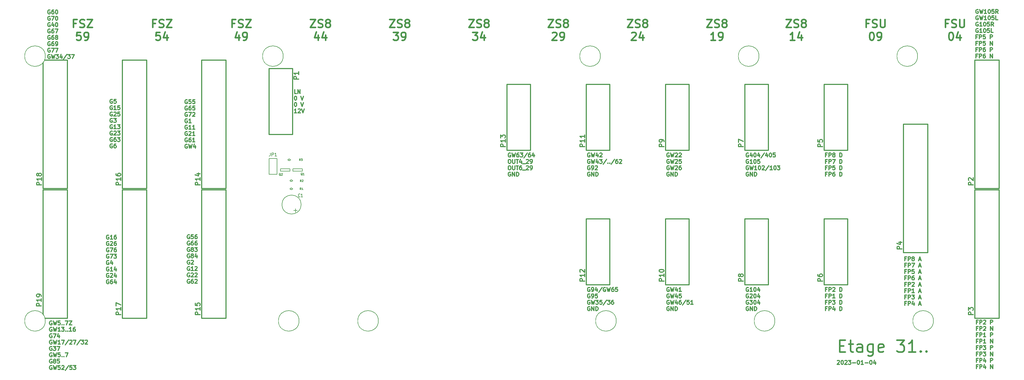
<source format=gto>
%TF.GenerationSoftware,KiCad,Pcbnew,(6.0.7)*%
%TF.CreationDate,2023-01-08T19:57:54+01:00*%
%TF.ProjectId,BP31,42503331-2e6b-4696-9361-645f70636258,0435 -*%
%TF.SameCoordinates,Original*%
%TF.FileFunction,Legend,Top*%
%TF.FilePolarity,Positive*%
%FSLAX46Y46*%
G04 Gerber Fmt 4.6, Leading zero omitted, Abs format (unit mm)*
G04 Created by KiCad (PCBNEW (6.0.7)) date 2023-01-08 19:57:54*
%MOMM*%
%LPD*%
G01*
G04 APERTURE LIST*
%ADD10C,0.508000*%
%ADD11C,0.304800*%
%ADD12C,0.127000*%
%ADD13C,0.152400*%
%ADD14C,0.203200*%
%ADD15R,1.524000X1.524000*%
%ADD16C,1.524000*%
%ADD17R,1.651000X1.651000*%
%ADD18C,1.651000*%
%ADD19C,6.400800*%
%ADD20R,3.048000X3.048000*%
%ADD21C,3.048000*%
%ADD22R,1.600200X1.830400*%
%ADD23R,1.600200X1.803400*%
%ADD24R,0.914400X0.914400*%
%ADD25C,2.200000*%
%ADD26C,4.000000*%
G04 APERTURE END LIST*
D10*
X276134285Y-98164347D02*
X277827619Y-98164347D01*
X276134285Y-100704347D01*
X277827619Y-100704347D01*
X278674285Y-100583395D02*
X279037142Y-100704347D01*
X279641904Y-100704347D01*
X279883809Y-100583395D01*
X280004761Y-100462442D01*
X280125714Y-100220538D01*
X280125714Y-99978633D01*
X280004761Y-99736728D01*
X279883809Y-99615776D01*
X279641904Y-99494823D01*
X279158095Y-99373871D01*
X278916190Y-99252919D01*
X278795238Y-99131966D01*
X278674285Y-98890061D01*
X278674285Y-98648157D01*
X278795238Y-98406252D01*
X278916190Y-98285300D01*
X279158095Y-98164347D01*
X279762857Y-98164347D01*
X280125714Y-98285300D01*
X281577142Y-99252919D02*
X281335238Y-99131966D01*
X281214285Y-99011014D01*
X281093333Y-98769109D01*
X281093333Y-98648157D01*
X281214285Y-98406252D01*
X281335238Y-98285300D01*
X281577142Y-98164347D01*
X282060952Y-98164347D01*
X282302857Y-98285300D01*
X282423809Y-98406252D01*
X282544761Y-98648157D01*
X282544761Y-98769109D01*
X282423809Y-99011014D01*
X282302857Y-99131966D01*
X282060952Y-99252919D01*
X281577142Y-99252919D01*
X281335238Y-99373871D01*
X281214285Y-99494823D01*
X281093333Y-99736728D01*
X281093333Y-100220538D01*
X281214285Y-100462442D01*
X281335238Y-100583395D01*
X281577142Y-100704347D01*
X282060952Y-100704347D01*
X282302857Y-100583395D01*
X282423809Y-100462442D01*
X282544761Y-100220538D01*
X282544761Y-99736728D01*
X282423809Y-99494823D01*
X282302857Y-99373871D01*
X282060952Y-99252919D01*
X277464761Y-102495652D02*
X277585714Y-102374700D01*
X277827619Y-102253747D01*
X278432380Y-102253747D01*
X278674285Y-102374700D01*
X278795238Y-102495652D01*
X278916190Y-102737557D01*
X278916190Y-102979461D01*
X278795238Y-103342319D01*
X277343809Y-104793747D01*
X278916190Y-104793747D01*
X281093333Y-103100414D02*
X281093333Y-104793747D01*
X280488571Y-102132795D02*
X279883809Y-103947080D01*
X281456190Y-103947080D01*
D11*
X135099939Y-123958350D02*
X134978986Y-123897873D01*
X134797558Y-123897873D01*
X134616129Y-123958350D01*
X134495177Y-124079302D01*
X134434700Y-124200254D01*
X134374224Y-124442159D01*
X134374224Y-124623588D01*
X134434700Y-124865492D01*
X134495177Y-124986445D01*
X134616129Y-125107397D01*
X134797558Y-125167873D01*
X134918510Y-125167873D01*
X135099939Y-125107397D01*
X135160415Y-125046921D01*
X135160415Y-124623588D01*
X134918510Y-124623588D01*
X136309462Y-123897873D02*
X135704700Y-123897873D01*
X135644224Y-124502635D01*
X135704700Y-124442159D01*
X135825653Y-124381683D01*
X136128034Y-124381683D01*
X136248986Y-124442159D01*
X136309462Y-124502635D01*
X136369939Y-124623588D01*
X136369939Y-124925969D01*
X136309462Y-125046921D01*
X136248986Y-125107397D01*
X136128034Y-125167873D01*
X135825653Y-125167873D01*
X135704700Y-125107397D01*
X135644224Y-125046921D01*
X137518986Y-123897873D02*
X136914224Y-123897873D01*
X136853748Y-124502635D01*
X136914224Y-124442159D01*
X137035177Y-124381683D01*
X137337558Y-124381683D01*
X137458510Y-124442159D01*
X137518986Y-124502635D01*
X137579462Y-124623588D01*
X137579462Y-124925969D01*
X137518986Y-125046921D01*
X137458510Y-125107397D01*
X137337558Y-125167873D01*
X137035177Y-125167873D01*
X136914224Y-125107397D01*
X136853748Y-125046921D01*
X135099939Y-126003050D02*
X134978986Y-125942573D01*
X134797558Y-125942573D01*
X134616129Y-126003050D01*
X134495177Y-126124002D01*
X134434700Y-126244954D01*
X134374224Y-126486859D01*
X134374224Y-126668288D01*
X134434700Y-126910192D01*
X134495177Y-127031145D01*
X134616129Y-127152097D01*
X134797558Y-127212573D01*
X134918510Y-127212573D01*
X135099939Y-127152097D01*
X135160415Y-127091621D01*
X135160415Y-126668288D01*
X134918510Y-126668288D01*
X136248986Y-125942573D02*
X136007081Y-125942573D01*
X135886129Y-126003050D01*
X135825653Y-126063526D01*
X135704700Y-126244954D01*
X135644224Y-126486859D01*
X135644224Y-126970669D01*
X135704700Y-127091621D01*
X135765177Y-127152097D01*
X135886129Y-127212573D01*
X136128034Y-127212573D01*
X136248986Y-127152097D01*
X136309462Y-127091621D01*
X136369939Y-126970669D01*
X136369939Y-126668288D01*
X136309462Y-126547335D01*
X136248986Y-126486859D01*
X136128034Y-126426383D01*
X135886129Y-126426383D01*
X135765177Y-126486859D01*
X135704700Y-126547335D01*
X135644224Y-126668288D01*
X137518986Y-125942573D02*
X136914224Y-125942573D01*
X136853748Y-126547335D01*
X136914224Y-126486859D01*
X137035177Y-126426383D01*
X137337558Y-126426383D01*
X137458510Y-126486859D01*
X137518986Y-126547335D01*
X137579462Y-126668288D01*
X137579462Y-126970669D01*
X137518986Y-127091621D01*
X137458510Y-127152097D01*
X137337558Y-127212573D01*
X137035177Y-127212573D01*
X136914224Y-127152097D01*
X136853748Y-127091621D01*
X135099939Y-128047750D02*
X134978986Y-127987273D01*
X134797558Y-127987273D01*
X134616129Y-128047750D01*
X134495177Y-128168702D01*
X134434700Y-128289654D01*
X134374224Y-128531559D01*
X134374224Y-128712988D01*
X134434700Y-128954892D01*
X134495177Y-129075845D01*
X134616129Y-129196797D01*
X134797558Y-129257273D01*
X134918510Y-129257273D01*
X135099939Y-129196797D01*
X135160415Y-129136321D01*
X135160415Y-128712988D01*
X134918510Y-128712988D01*
X135583748Y-127987273D02*
X136430415Y-127987273D01*
X135886129Y-129257273D01*
X136853748Y-128108226D02*
X136914224Y-128047750D01*
X137035177Y-127987273D01*
X137337558Y-127987273D01*
X137458510Y-128047750D01*
X137518986Y-128108226D01*
X137579462Y-128229178D01*
X137579462Y-128350130D01*
X137518986Y-128531559D01*
X136793272Y-129257273D01*
X137579462Y-129257273D01*
X135099939Y-130092450D02*
X134978986Y-130031973D01*
X134797558Y-130031973D01*
X134616129Y-130092450D01*
X134495177Y-130213402D01*
X134434700Y-130334354D01*
X134374224Y-130576259D01*
X134374224Y-130757688D01*
X134434700Y-130999592D01*
X134495177Y-131120545D01*
X134616129Y-131241497D01*
X134797558Y-131301973D01*
X134918510Y-131301973D01*
X135099939Y-131241497D01*
X135160415Y-131181021D01*
X135160415Y-130757688D01*
X134918510Y-130757688D01*
X136369939Y-131301973D02*
X135644224Y-131301973D01*
X136007081Y-131301973D02*
X136007081Y-130031973D01*
X135886129Y-130213402D01*
X135765177Y-130334354D01*
X135644224Y-130394830D01*
X135099939Y-132137150D02*
X134978986Y-132076673D01*
X134797558Y-132076673D01*
X134616129Y-132137150D01*
X134495177Y-132258102D01*
X134434700Y-132379054D01*
X134374224Y-132620959D01*
X134374224Y-132802388D01*
X134434700Y-133044292D01*
X134495177Y-133165245D01*
X134616129Y-133286197D01*
X134797558Y-133346673D01*
X134918510Y-133346673D01*
X135099939Y-133286197D01*
X135160415Y-133225721D01*
X135160415Y-132802388D01*
X134918510Y-132802388D01*
X136369939Y-133346673D02*
X135644224Y-133346673D01*
X136007081Y-133346673D02*
X136007081Y-132076673D01*
X135886129Y-132258102D01*
X135765177Y-132379054D01*
X135644224Y-132439530D01*
X137579462Y-133346673D02*
X136853748Y-133346673D01*
X137216605Y-133346673D02*
X137216605Y-132076673D01*
X137095653Y-132258102D01*
X136974700Y-132379054D01*
X136853748Y-132439530D01*
X135099939Y-134181850D02*
X134978986Y-134121373D01*
X134797558Y-134121373D01*
X134616129Y-134181850D01*
X134495177Y-134302802D01*
X134434700Y-134423754D01*
X134374224Y-134665659D01*
X134374224Y-134847088D01*
X134434700Y-135088992D01*
X134495177Y-135209945D01*
X134616129Y-135330897D01*
X134797558Y-135391373D01*
X134918510Y-135391373D01*
X135099939Y-135330897D01*
X135160415Y-135270421D01*
X135160415Y-134847088D01*
X134918510Y-134847088D01*
X135644224Y-134242326D02*
X135704700Y-134181850D01*
X135825653Y-134121373D01*
X136128034Y-134121373D01*
X136248986Y-134181850D01*
X136309462Y-134242326D01*
X136369939Y-134363278D01*
X136369939Y-134484230D01*
X136309462Y-134665659D01*
X135583748Y-135391373D01*
X136369939Y-135391373D01*
X137579462Y-135391373D02*
X136853748Y-135391373D01*
X137216605Y-135391373D02*
X137216605Y-134121373D01*
X137095653Y-134302802D01*
X136974700Y-134423754D01*
X136853748Y-134484230D01*
X135099939Y-136226550D02*
X134978986Y-136166073D01*
X134797558Y-136166073D01*
X134616129Y-136226550D01*
X134495177Y-136347502D01*
X134434700Y-136468454D01*
X134374224Y-136710359D01*
X134374224Y-136891788D01*
X134434700Y-137133692D01*
X134495177Y-137254645D01*
X134616129Y-137375597D01*
X134797558Y-137436073D01*
X134918510Y-137436073D01*
X135099939Y-137375597D01*
X135160415Y-137315121D01*
X135160415Y-136891788D01*
X134918510Y-136891788D01*
X136248986Y-136166073D02*
X136007081Y-136166073D01*
X135886129Y-136226550D01*
X135825653Y-136287026D01*
X135704700Y-136468454D01*
X135644224Y-136710359D01*
X135644224Y-137194169D01*
X135704700Y-137315121D01*
X135765177Y-137375597D01*
X135886129Y-137436073D01*
X136128034Y-137436073D01*
X136248986Y-137375597D01*
X136309462Y-137315121D01*
X136369939Y-137194169D01*
X136369939Y-136891788D01*
X136309462Y-136770835D01*
X136248986Y-136710359D01*
X136128034Y-136649883D01*
X135886129Y-136649883D01*
X135765177Y-136710359D01*
X135704700Y-136770835D01*
X135644224Y-136891788D01*
X137579462Y-137436073D02*
X136853748Y-137436073D01*
X137216605Y-137436073D02*
X137216605Y-136166073D01*
X137095653Y-136347502D01*
X136974700Y-136468454D01*
X136853748Y-136528930D01*
X135099939Y-138271250D02*
X134978986Y-138210773D01*
X134797558Y-138210773D01*
X134616129Y-138271250D01*
X134495177Y-138392202D01*
X134434700Y-138513154D01*
X134374224Y-138755059D01*
X134374224Y-138936488D01*
X134434700Y-139178392D01*
X134495177Y-139299345D01*
X134616129Y-139420297D01*
X134797558Y-139480773D01*
X134918510Y-139480773D01*
X135099939Y-139420297D01*
X135160415Y-139359821D01*
X135160415Y-138936488D01*
X134918510Y-138936488D01*
X135583748Y-138210773D02*
X135886129Y-139480773D01*
X136128034Y-138573630D01*
X136369939Y-139480773D01*
X136672320Y-138210773D01*
X137700415Y-138634107D02*
X137700415Y-139480773D01*
X137398034Y-138150297D02*
X137095653Y-139057440D01*
X137881843Y-139057440D01*
X109953939Y-167443150D02*
X109832986Y-167382673D01*
X109651558Y-167382673D01*
X109470129Y-167443150D01*
X109349177Y-167564102D01*
X109288700Y-167685054D01*
X109228224Y-167926959D01*
X109228224Y-168108388D01*
X109288700Y-168350292D01*
X109349177Y-168471245D01*
X109470129Y-168592197D01*
X109651558Y-168652673D01*
X109772510Y-168652673D01*
X109953939Y-168592197D01*
X110014415Y-168531721D01*
X110014415Y-168108388D01*
X109772510Y-168108388D01*
X111223939Y-168652673D02*
X110498224Y-168652673D01*
X110861081Y-168652673D02*
X110861081Y-167382673D01*
X110740129Y-167564102D01*
X110619177Y-167685054D01*
X110498224Y-167745530D01*
X112312510Y-167382673D02*
X112070605Y-167382673D01*
X111949653Y-167443150D01*
X111889177Y-167503626D01*
X111768224Y-167685054D01*
X111707748Y-167926959D01*
X111707748Y-168410769D01*
X111768224Y-168531721D01*
X111828700Y-168592197D01*
X111949653Y-168652673D01*
X112191558Y-168652673D01*
X112312510Y-168592197D01*
X112372986Y-168531721D01*
X112433462Y-168410769D01*
X112433462Y-168108388D01*
X112372986Y-167987435D01*
X112312510Y-167926959D01*
X112191558Y-167866483D01*
X111949653Y-167866483D01*
X111828700Y-167926959D01*
X111768224Y-167987435D01*
X111707748Y-168108388D01*
X109953939Y-169487850D02*
X109832986Y-169427373D01*
X109651558Y-169427373D01*
X109470129Y-169487850D01*
X109349177Y-169608802D01*
X109288700Y-169729754D01*
X109228224Y-169971659D01*
X109228224Y-170153088D01*
X109288700Y-170394992D01*
X109349177Y-170515945D01*
X109470129Y-170636897D01*
X109651558Y-170697373D01*
X109772510Y-170697373D01*
X109953939Y-170636897D01*
X110014415Y-170576421D01*
X110014415Y-170153088D01*
X109772510Y-170153088D01*
X110498224Y-169548326D02*
X110558700Y-169487850D01*
X110679653Y-169427373D01*
X110982034Y-169427373D01*
X111102986Y-169487850D01*
X111163462Y-169548326D01*
X111223939Y-169669278D01*
X111223939Y-169790230D01*
X111163462Y-169971659D01*
X110437748Y-170697373D01*
X111223939Y-170697373D01*
X112312510Y-169427373D02*
X112070605Y-169427373D01*
X111949653Y-169487850D01*
X111889177Y-169548326D01*
X111768224Y-169729754D01*
X111707748Y-169971659D01*
X111707748Y-170455469D01*
X111768224Y-170576421D01*
X111828700Y-170636897D01*
X111949653Y-170697373D01*
X112191558Y-170697373D01*
X112312510Y-170636897D01*
X112372986Y-170576421D01*
X112433462Y-170455469D01*
X112433462Y-170153088D01*
X112372986Y-170032135D01*
X112312510Y-169971659D01*
X112191558Y-169911183D01*
X111949653Y-169911183D01*
X111828700Y-169971659D01*
X111768224Y-170032135D01*
X111707748Y-170153088D01*
X109953939Y-171532550D02*
X109832986Y-171472073D01*
X109651558Y-171472073D01*
X109470129Y-171532550D01*
X109349177Y-171653502D01*
X109288700Y-171774454D01*
X109228224Y-172016359D01*
X109228224Y-172197788D01*
X109288700Y-172439692D01*
X109349177Y-172560645D01*
X109470129Y-172681597D01*
X109651558Y-172742073D01*
X109772510Y-172742073D01*
X109953939Y-172681597D01*
X110014415Y-172621121D01*
X110014415Y-172197788D01*
X109772510Y-172197788D01*
X110437748Y-171472073D02*
X111284415Y-171472073D01*
X110740129Y-172742073D01*
X112312510Y-171472073D02*
X112070605Y-171472073D01*
X111949653Y-171532550D01*
X111889177Y-171593026D01*
X111768224Y-171774454D01*
X111707748Y-172016359D01*
X111707748Y-172500169D01*
X111768224Y-172621121D01*
X111828700Y-172681597D01*
X111949653Y-172742073D01*
X112191558Y-172742073D01*
X112312510Y-172681597D01*
X112372986Y-172621121D01*
X112433462Y-172500169D01*
X112433462Y-172197788D01*
X112372986Y-172076835D01*
X112312510Y-172016359D01*
X112191558Y-171955883D01*
X111949653Y-171955883D01*
X111828700Y-172016359D01*
X111768224Y-172076835D01*
X111707748Y-172197788D01*
X109953939Y-173577250D02*
X109832986Y-173516773D01*
X109651558Y-173516773D01*
X109470129Y-173577250D01*
X109349177Y-173698202D01*
X109288700Y-173819154D01*
X109228224Y-174061059D01*
X109228224Y-174242488D01*
X109288700Y-174484392D01*
X109349177Y-174605345D01*
X109470129Y-174726297D01*
X109651558Y-174786773D01*
X109772510Y-174786773D01*
X109953939Y-174726297D01*
X110014415Y-174665821D01*
X110014415Y-174242488D01*
X109772510Y-174242488D01*
X110437748Y-173516773D02*
X111284415Y-173516773D01*
X110740129Y-174786773D01*
X111647272Y-173516773D02*
X112433462Y-173516773D01*
X112010129Y-174000583D01*
X112191558Y-174000583D01*
X112312510Y-174061059D01*
X112372986Y-174121535D01*
X112433462Y-174242488D01*
X112433462Y-174544869D01*
X112372986Y-174665821D01*
X112312510Y-174726297D01*
X112191558Y-174786773D01*
X111828700Y-174786773D01*
X111707748Y-174726297D01*
X111647272Y-174665821D01*
X109953939Y-175621950D02*
X109832986Y-175561473D01*
X109651558Y-175561473D01*
X109470129Y-175621950D01*
X109349177Y-175742902D01*
X109288700Y-175863854D01*
X109228224Y-176105759D01*
X109228224Y-176287188D01*
X109288700Y-176529092D01*
X109349177Y-176650045D01*
X109470129Y-176770997D01*
X109651558Y-176831473D01*
X109772510Y-176831473D01*
X109953939Y-176770997D01*
X110014415Y-176710521D01*
X110014415Y-176287188D01*
X109772510Y-176287188D01*
X111102986Y-175984807D02*
X111102986Y-176831473D01*
X110800605Y-175500997D02*
X110498224Y-176408140D01*
X111284415Y-176408140D01*
X109953939Y-177666650D02*
X109832986Y-177606173D01*
X109651558Y-177606173D01*
X109470129Y-177666650D01*
X109349177Y-177787602D01*
X109288700Y-177908554D01*
X109228224Y-178150459D01*
X109228224Y-178331888D01*
X109288700Y-178573792D01*
X109349177Y-178694745D01*
X109470129Y-178815697D01*
X109651558Y-178876173D01*
X109772510Y-178876173D01*
X109953939Y-178815697D01*
X110014415Y-178755221D01*
X110014415Y-178331888D01*
X109772510Y-178331888D01*
X111223939Y-178876173D02*
X110498224Y-178876173D01*
X110861081Y-178876173D02*
X110861081Y-177606173D01*
X110740129Y-177787602D01*
X110619177Y-177908554D01*
X110498224Y-177969030D01*
X112312510Y-178029507D02*
X112312510Y-178876173D01*
X112010129Y-177545697D02*
X111707748Y-178452840D01*
X112493939Y-178452840D01*
X109953939Y-179711350D02*
X109832986Y-179650873D01*
X109651558Y-179650873D01*
X109470129Y-179711350D01*
X109349177Y-179832302D01*
X109288700Y-179953254D01*
X109228224Y-180195159D01*
X109228224Y-180376588D01*
X109288700Y-180618492D01*
X109349177Y-180739445D01*
X109470129Y-180860397D01*
X109651558Y-180920873D01*
X109772510Y-180920873D01*
X109953939Y-180860397D01*
X110014415Y-180799921D01*
X110014415Y-180376588D01*
X109772510Y-180376588D01*
X110498224Y-179771826D02*
X110558700Y-179711350D01*
X110679653Y-179650873D01*
X110982034Y-179650873D01*
X111102986Y-179711350D01*
X111163462Y-179771826D01*
X111223939Y-179892778D01*
X111223939Y-180013730D01*
X111163462Y-180195159D01*
X110437748Y-180920873D01*
X111223939Y-180920873D01*
X112312510Y-180074207D02*
X112312510Y-180920873D01*
X112010129Y-179590397D02*
X111707748Y-180497540D01*
X112493939Y-180497540D01*
X109953939Y-181756050D02*
X109832986Y-181695573D01*
X109651558Y-181695573D01*
X109470129Y-181756050D01*
X109349177Y-181877002D01*
X109288700Y-181997954D01*
X109228224Y-182239859D01*
X109228224Y-182421288D01*
X109288700Y-182663192D01*
X109349177Y-182784145D01*
X109470129Y-182905097D01*
X109651558Y-182965573D01*
X109772510Y-182965573D01*
X109953939Y-182905097D01*
X110014415Y-182844621D01*
X110014415Y-182421288D01*
X109772510Y-182421288D01*
X111102986Y-181695573D02*
X110861081Y-181695573D01*
X110740129Y-181756050D01*
X110679653Y-181816526D01*
X110558700Y-181997954D01*
X110498224Y-182239859D01*
X110498224Y-182723669D01*
X110558700Y-182844621D01*
X110619177Y-182905097D01*
X110740129Y-182965573D01*
X110982034Y-182965573D01*
X111102986Y-182905097D01*
X111163462Y-182844621D01*
X111223939Y-182723669D01*
X111223939Y-182421288D01*
X111163462Y-182300335D01*
X111102986Y-182239859D01*
X110982034Y-182179383D01*
X110740129Y-182179383D01*
X110619177Y-182239859D01*
X110558700Y-182300335D01*
X110498224Y-182421288D01*
X112312510Y-182118907D02*
X112312510Y-182965573D01*
X112010129Y-181635097D02*
X111707748Y-182542240D01*
X112493939Y-182542240D01*
D10*
X378822857Y-99373871D02*
X377976190Y-99373871D01*
X377976190Y-100704347D02*
X377976190Y-98164347D01*
X379185714Y-98164347D01*
X380032380Y-100583395D02*
X380395238Y-100704347D01*
X381000000Y-100704347D01*
X381241904Y-100583395D01*
X381362857Y-100462442D01*
X381483809Y-100220538D01*
X381483809Y-99978633D01*
X381362857Y-99736728D01*
X381241904Y-99615776D01*
X381000000Y-99494823D01*
X380516190Y-99373871D01*
X380274285Y-99252919D01*
X380153333Y-99131966D01*
X380032380Y-98890061D01*
X380032380Y-98648157D01*
X380153333Y-98406252D01*
X380274285Y-98285300D01*
X380516190Y-98164347D01*
X381120952Y-98164347D01*
X381483809Y-98285300D01*
X382572380Y-98164347D02*
X382572380Y-100220538D01*
X382693333Y-100462442D01*
X382814285Y-100583395D01*
X383056190Y-100704347D01*
X383540000Y-100704347D01*
X383781904Y-100583395D01*
X383902857Y-100462442D01*
X384023809Y-100220538D01*
X384023809Y-98164347D01*
X379669523Y-102253747D02*
X379911428Y-102253747D01*
X380153333Y-102374700D01*
X380274285Y-102495652D01*
X380395238Y-102737557D01*
X380516190Y-103221366D01*
X380516190Y-103826128D01*
X380395238Y-104309938D01*
X380274285Y-104551842D01*
X380153333Y-104672795D01*
X379911428Y-104793747D01*
X379669523Y-104793747D01*
X379427619Y-104672795D01*
X379306666Y-104551842D01*
X379185714Y-104309938D01*
X379064761Y-103826128D01*
X379064761Y-103221366D01*
X379185714Y-102737557D01*
X379306666Y-102495652D01*
X379427619Y-102374700D01*
X379669523Y-102253747D01*
X382693333Y-103100414D02*
X382693333Y-104793747D01*
X382088571Y-102132795D02*
X381483809Y-103947080D01*
X383056190Y-103947080D01*
D11*
X365413834Y-174947035D02*
X364990500Y-174947035D01*
X364990500Y-175612273D02*
X364990500Y-174342273D01*
X365595262Y-174342273D01*
X366079072Y-175612273D02*
X366079072Y-174342273D01*
X366562881Y-174342273D01*
X366683834Y-174402750D01*
X366744310Y-174463226D01*
X366804786Y-174584178D01*
X366804786Y-174765607D01*
X366744310Y-174886559D01*
X366683834Y-174947035D01*
X366562881Y-175007511D01*
X366079072Y-175007511D01*
X367530500Y-174886559D02*
X367409548Y-174826083D01*
X367349072Y-174765607D01*
X367288596Y-174644654D01*
X367288596Y-174584178D01*
X367349072Y-174463226D01*
X367409548Y-174402750D01*
X367530500Y-174342273D01*
X367772405Y-174342273D01*
X367893358Y-174402750D01*
X367953834Y-174463226D01*
X368014310Y-174584178D01*
X368014310Y-174644654D01*
X367953834Y-174765607D01*
X367893358Y-174826083D01*
X367772405Y-174886559D01*
X367530500Y-174886559D01*
X367409548Y-174947035D01*
X367349072Y-175007511D01*
X367288596Y-175128464D01*
X367288596Y-175370369D01*
X367349072Y-175491321D01*
X367409548Y-175551797D01*
X367530500Y-175612273D01*
X367772405Y-175612273D01*
X367893358Y-175551797D01*
X367953834Y-175491321D01*
X368014310Y-175370369D01*
X368014310Y-175128464D01*
X367953834Y-175007511D01*
X367893358Y-174947035D01*
X367772405Y-174886559D01*
X369465739Y-175249416D02*
X370070500Y-175249416D01*
X369344786Y-175612273D02*
X369768120Y-174342273D01*
X370191453Y-175612273D01*
X365413834Y-176991735D02*
X364990500Y-176991735D01*
X364990500Y-177656973D02*
X364990500Y-176386973D01*
X365595262Y-176386973D01*
X366079072Y-177656973D02*
X366079072Y-176386973D01*
X366562881Y-176386973D01*
X366683834Y-176447450D01*
X366744310Y-176507926D01*
X366804786Y-176628878D01*
X366804786Y-176810307D01*
X366744310Y-176931259D01*
X366683834Y-176991735D01*
X366562881Y-177052211D01*
X366079072Y-177052211D01*
X367228120Y-176386973D02*
X368074786Y-176386973D01*
X367530500Y-177656973D01*
X369465739Y-177294116D02*
X370070500Y-177294116D01*
X369344786Y-177656973D02*
X369768120Y-176386973D01*
X370191453Y-177656973D01*
X365413834Y-179036435D02*
X364990500Y-179036435D01*
X364990500Y-179701673D02*
X364990500Y-178431673D01*
X365595262Y-178431673D01*
X366079072Y-179701673D02*
X366079072Y-178431673D01*
X366562881Y-178431673D01*
X366683834Y-178492150D01*
X366744310Y-178552626D01*
X366804786Y-178673578D01*
X366804786Y-178855007D01*
X366744310Y-178975959D01*
X366683834Y-179036435D01*
X366562881Y-179096911D01*
X366079072Y-179096911D01*
X367953834Y-178431673D02*
X367349072Y-178431673D01*
X367288596Y-179036435D01*
X367349072Y-178975959D01*
X367470024Y-178915483D01*
X367772405Y-178915483D01*
X367893358Y-178975959D01*
X367953834Y-179036435D01*
X368014310Y-179157388D01*
X368014310Y-179459769D01*
X367953834Y-179580721D01*
X367893358Y-179641197D01*
X367772405Y-179701673D01*
X367470024Y-179701673D01*
X367349072Y-179641197D01*
X367288596Y-179580721D01*
X369465739Y-179338816D02*
X370070500Y-179338816D01*
X369344786Y-179701673D02*
X369768120Y-178431673D01*
X370191453Y-179701673D01*
X365413834Y-181081135D02*
X364990500Y-181081135D01*
X364990500Y-181746373D02*
X364990500Y-180476373D01*
X365595262Y-180476373D01*
X366079072Y-181746373D02*
X366079072Y-180476373D01*
X366562881Y-180476373D01*
X366683834Y-180536850D01*
X366744310Y-180597326D01*
X366804786Y-180718278D01*
X366804786Y-180899707D01*
X366744310Y-181020659D01*
X366683834Y-181081135D01*
X366562881Y-181141611D01*
X366079072Y-181141611D01*
X367893358Y-180476373D02*
X367651453Y-180476373D01*
X367530500Y-180536850D01*
X367470024Y-180597326D01*
X367349072Y-180778754D01*
X367288596Y-181020659D01*
X367288596Y-181504469D01*
X367349072Y-181625421D01*
X367409548Y-181685897D01*
X367530500Y-181746373D01*
X367772405Y-181746373D01*
X367893358Y-181685897D01*
X367953834Y-181625421D01*
X368014310Y-181504469D01*
X368014310Y-181202088D01*
X367953834Y-181081135D01*
X367893358Y-181020659D01*
X367772405Y-180960183D01*
X367530500Y-180960183D01*
X367409548Y-181020659D01*
X367349072Y-181081135D01*
X367288596Y-181202088D01*
X369465739Y-181383516D02*
X370070500Y-181383516D01*
X369344786Y-181746373D02*
X369768120Y-180476373D01*
X370191453Y-181746373D01*
X365413834Y-183125835D02*
X364990500Y-183125835D01*
X364990500Y-183791073D02*
X364990500Y-182521073D01*
X365595262Y-182521073D01*
X366079072Y-183791073D02*
X366079072Y-182521073D01*
X366562881Y-182521073D01*
X366683834Y-182581550D01*
X366744310Y-182642026D01*
X366804786Y-182762978D01*
X366804786Y-182944407D01*
X366744310Y-183065359D01*
X366683834Y-183125835D01*
X366562881Y-183186311D01*
X366079072Y-183186311D01*
X367288596Y-182642026D02*
X367349072Y-182581550D01*
X367470024Y-182521073D01*
X367772405Y-182521073D01*
X367893358Y-182581550D01*
X367953834Y-182642026D01*
X368014310Y-182762978D01*
X368014310Y-182883930D01*
X367953834Y-183065359D01*
X367228120Y-183791073D01*
X368014310Y-183791073D01*
X369465739Y-183428216D02*
X370070500Y-183428216D01*
X369344786Y-183791073D02*
X369768120Y-182521073D01*
X370191453Y-183791073D01*
X365413834Y-185170535D02*
X364990500Y-185170535D01*
X364990500Y-185835773D02*
X364990500Y-184565773D01*
X365595262Y-184565773D01*
X366079072Y-185835773D02*
X366079072Y-184565773D01*
X366562881Y-184565773D01*
X366683834Y-184626250D01*
X366744310Y-184686726D01*
X366804786Y-184807678D01*
X366804786Y-184989107D01*
X366744310Y-185110059D01*
X366683834Y-185170535D01*
X366562881Y-185231011D01*
X366079072Y-185231011D01*
X368014310Y-185835773D02*
X367288596Y-185835773D01*
X367651453Y-185835773D02*
X367651453Y-184565773D01*
X367530500Y-184747202D01*
X367409548Y-184868154D01*
X367288596Y-184928630D01*
X369465739Y-185472916D02*
X370070500Y-185472916D01*
X369344786Y-185835773D02*
X369768120Y-184565773D01*
X370191453Y-185835773D01*
X365413834Y-187215235D02*
X364990500Y-187215235D01*
X364990500Y-187880473D02*
X364990500Y-186610473D01*
X365595262Y-186610473D01*
X366079072Y-187880473D02*
X366079072Y-186610473D01*
X366562881Y-186610473D01*
X366683834Y-186670950D01*
X366744310Y-186731426D01*
X366804786Y-186852378D01*
X366804786Y-187033807D01*
X366744310Y-187154759D01*
X366683834Y-187215235D01*
X366562881Y-187275711D01*
X366079072Y-187275711D01*
X367228120Y-186610473D02*
X368014310Y-186610473D01*
X367590977Y-187094283D01*
X367772405Y-187094283D01*
X367893358Y-187154759D01*
X367953834Y-187215235D01*
X368014310Y-187336188D01*
X368014310Y-187638569D01*
X367953834Y-187759521D01*
X367893358Y-187819997D01*
X367772405Y-187880473D01*
X367409548Y-187880473D01*
X367288596Y-187819997D01*
X367228120Y-187759521D01*
X369465739Y-187517616D02*
X370070500Y-187517616D01*
X369344786Y-187880473D02*
X369768120Y-186610473D01*
X370191453Y-187880473D01*
X365413834Y-189259935D02*
X364990500Y-189259935D01*
X364990500Y-189925173D02*
X364990500Y-188655173D01*
X365595262Y-188655173D01*
X366079072Y-189925173D02*
X366079072Y-188655173D01*
X366562881Y-188655173D01*
X366683834Y-188715650D01*
X366744310Y-188776126D01*
X366804786Y-188897078D01*
X366804786Y-189078507D01*
X366744310Y-189199459D01*
X366683834Y-189259935D01*
X366562881Y-189320411D01*
X366079072Y-189320411D01*
X367893358Y-189078507D02*
X367893358Y-189925173D01*
X367590977Y-188594697D02*
X367288596Y-189501840D01*
X368074786Y-189501840D01*
X369465739Y-189562316D02*
X370070500Y-189562316D01*
X369344786Y-189925173D02*
X369768120Y-188655173D01*
X370191453Y-189925173D01*
X111096939Y-123831350D02*
X110975986Y-123770873D01*
X110794558Y-123770873D01*
X110613129Y-123831350D01*
X110492177Y-123952302D01*
X110431700Y-124073254D01*
X110371224Y-124315159D01*
X110371224Y-124496588D01*
X110431700Y-124738492D01*
X110492177Y-124859445D01*
X110613129Y-124980397D01*
X110794558Y-125040873D01*
X110915510Y-125040873D01*
X111096939Y-124980397D01*
X111157415Y-124919921D01*
X111157415Y-124496588D01*
X110915510Y-124496588D01*
X112306462Y-123770873D02*
X111701700Y-123770873D01*
X111641224Y-124375635D01*
X111701700Y-124315159D01*
X111822653Y-124254683D01*
X112125034Y-124254683D01*
X112245986Y-124315159D01*
X112306462Y-124375635D01*
X112366939Y-124496588D01*
X112366939Y-124798969D01*
X112306462Y-124919921D01*
X112245986Y-124980397D01*
X112125034Y-125040873D01*
X111822653Y-125040873D01*
X111701700Y-124980397D01*
X111641224Y-124919921D01*
X111096939Y-125876050D02*
X110975986Y-125815573D01*
X110794558Y-125815573D01*
X110613129Y-125876050D01*
X110492177Y-125997002D01*
X110431700Y-126117954D01*
X110371224Y-126359859D01*
X110371224Y-126541288D01*
X110431700Y-126783192D01*
X110492177Y-126904145D01*
X110613129Y-127025097D01*
X110794558Y-127085573D01*
X110915510Y-127085573D01*
X111096939Y-127025097D01*
X111157415Y-126964621D01*
X111157415Y-126541288D01*
X110915510Y-126541288D01*
X112366939Y-127085573D02*
X111641224Y-127085573D01*
X112004081Y-127085573D02*
X112004081Y-125815573D01*
X111883129Y-125997002D01*
X111762177Y-126117954D01*
X111641224Y-126178430D01*
X113515986Y-125815573D02*
X112911224Y-125815573D01*
X112850748Y-126420335D01*
X112911224Y-126359859D01*
X113032177Y-126299383D01*
X113334558Y-126299383D01*
X113455510Y-126359859D01*
X113515986Y-126420335D01*
X113576462Y-126541288D01*
X113576462Y-126843669D01*
X113515986Y-126964621D01*
X113455510Y-127025097D01*
X113334558Y-127085573D01*
X113032177Y-127085573D01*
X112911224Y-127025097D01*
X112850748Y-126964621D01*
X111096939Y-127920750D02*
X110975986Y-127860273D01*
X110794558Y-127860273D01*
X110613129Y-127920750D01*
X110492177Y-128041702D01*
X110431700Y-128162654D01*
X110371224Y-128404559D01*
X110371224Y-128585988D01*
X110431700Y-128827892D01*
X110492177Y-128948845D01*
X110613129Y-129069797D01*
X110794558Y-129130273D01*
X110915510Y-129130273D01*
X111096939Y-129069797D01*
X111157415Y-129009321D01*
X111157415Y-128585988D01*
X110915510Y-128585988D01*
X111641224Y-127981226D02*
X111701700Y-127920750D01*
X111822653Y-127860273D01*
X112125034Y-127860273D01*
X112245986Y-127920750D01*
X112306462Y-127981226D01*
X112366939Y-128102178D01*
X112366939Y-128223130D01*
X112306462Y-128404559D01*
X111580748Y-129130273D01*
X112366939Y-129130273D01*
X113515986Y-127860273D02*
X112911224Y-127860273D01*
X112850748Y-128465035D01*
X112911224Y-128404559D01*
X113032177Y-128344083D01*
X113334558Y-128344083D01*
X113455510Y-128404559D01*
X113515986Y-128465035D01*
X113576462Y-128585988D01*
X113576462Y-128888369D01*
X113515986Y-129009321D01*
X113455510Y-129069797D01*
X113334558Y-129130273D01*
X113032177Y-129130273D01*
X112911224Y-129069797D01*
X112850748Y-129009321D01*
X111096939Y-129965450D02*
X110975986Y-129904973D01*
X110794558Y-129904973D01*
X110613129Y-129965450D01*
X110492177Y-130086402D01*
X110431700Y-130207354D01*
X110371224Y-130449259D01*
X110371224Y-130630688D01*
X110431700Y-130872592D01*
X110492177Y-130993545D01*
X110613129Y-131114497D01*
X110794558Y-131174973D01*
X110915510Y-131174973D01*
X111096939Y-131114497D01*
X111157415Y-131054021D01*
X111157415Y-130630688D01*
X110915510Y-130630688D01*
X111580748Y-129904973D02*
X112366939Y-129904973D01*
X111943605Y-130388783D01*
X112125034Y-130388783D01*
X112245986Y-130449259D01*
X112306462Y-130509735D01*
X112366939Y-130630688D01*
X112366939Y-130933069D01*
X112306462Y-131054021D01*
X112245986Y-131114497D01*
X112125034Y-131174973D01*
X111762177Y-131174973D01*
X111641224Y-131114497D01*
X111580748Y-131054021D01*
X111096939Y-132010150D02*
X110975986Y-131949673D01*
X110794558Y-131949673D01*
X110613129Y-132010150D01*
X110492177Y-132131102D01*
X110431700Y-132252054D01*
X110371224Y-132493959D01*
X110371224Y-132675388D01*
X110431700Y-132917292D01*
X110492177Y-133038245D01*
X110613129Y-133159197D01*
X110794558Y-133219673D01*
X110915510Y-133219673D01*
X111096939Y-133159197D01*
X111157415Y-133098721D01*
X111157415Y-132675388D01*
X110915510Y-132675388D01*
X112366939Y-133219673D02*
X111641224Y-133219673D01*
X112004081Y-133219673D02*
X112004081Y-131949673D01*
X111883129Y-132131102D01*
X111762177Y-132252054D01*
X111641224Y-132312530D01*
X112790272Y-131949673D02*
X113576462Y-131949673D01*
X113153129Y-132433483D01*
X113334558Y-132433483D01*
X113455510Y-132493959D01*
X113515986Y-132554435D01*
X113576462Y-132675388D01*
X113576462Y-132977769D01*
X113515986Y-133098721D01*
X113455510Y-133159197D01*
X113334558Y-133219673D01*
X112971700Y-133219673D01*
X112850748Y-133159197D01*
X112790272Y-133098721D01*
X111096939Y-134054850D02*
X110975986Y-133994373D01*
X110794558Y-133994373D01*
X110613129Y-134054850D01*
X110492177Y-134175802D01*
X110431700Y-134296754D01*
X110371224Y-134538659D01*
X110371224Y-134720088D01*
X110431700Y-134961992D01*
X110492177Y-135082945D01*
X110613129Y-135203897D01*
X110794558Y-135264373D01*
X110915510Y-135264373D01*
X111096939Y-135203897D01*
X111157415Y-135143421D01*
X111157415Y-134720088D01*
X110915510Y-134720088D01*
X111641224Y-134115326D02*
X111701700Y-134054850D01*
X111822653Y-133994373D01*
X112125034Y-133994373D01*
X112245986Y-134054850D01*
X112306462Y-134115326D01*
X112366939Y-134236278D01*
X112366939Y-134357230D01*
X112306462Y-134538659D01*
X111580748Y-135264373D01*
X112366939Y-135264373D01*
X112790272Y-133994373D02*
X113576462Y-133994373D01*
X113153129Y-134478183D01*
X113334558Y-134478183D01*
X113455510Y-134538659D01*
X113515986Y-134599135D01*
X113576462Y-134720088D01*
X113576462Y-135022469D01*
X113515986Y-135143421D01*
X113455510Y-135203897D01*
X113334558Y-135264373D01*
X112971700Y-135264373D01*
X112850748Y-135203897D01*
X112790272Y-135143421D01*
X111096939Y-136099550D02*
X110975986Y-136039073D01*
X110794558Y-136039073D01*
X110613129Y-136099550D01*
X110492177Y-136220502D01*
X110431700Y-136341454D01*
X110371224Y-136583359D01*
X110371224Y-136764788D01*
X110431700Y-137006692D01*
X110492177Y-137127645D01*
X110613129Y-137248597D01*
X110794558Y-137309073D01*
X110915510Y-137309073D01*
X111096939Y-137248597D01*
X111157415Y-137188121D01*
X111157415Y-136764788D01*
X110915510Y-136764788D01*
X112245986Y-136039073D02*
X112004081Y-136039073D01*
X111883129Y-136099550D01*
X111822653Y-136160026D01*
X111701700Y-136341454D01*
X111641224Y-136583359D01*
X111641224Y-137067169D01*
X111701700Y-137188121D01*
X111762177Y-137248597D01*
X111883129Y-137309073D01*
X112125034Y-137309073D01*
X112245986Y-137248597D01*
X112306462Y-137188121D01*
X112366939Y-137067169D01*
X112366939Y-136764788D01*
X112306462Y-136643835D01*
X112245986Y-136583359D01*
X112125034Y-136522883D01*
X111883129Y-136522883D01*
X111762177Y-136583359D01*
X111701700Y-136643835D01*
X111641224Y-136764788D01*
X112790272Y-136039073D02*
X113576462Y-136039073D01*
X113153129Y-136522883D01*
X113334558Y-136522883D01*
X113455510Y-136583359D01*
X113515986Y-136643835D01*
X113576462Y-136764788D01*
X113576462Y-137067169D01*
X113515986Y-137188121D01*
X113455510Y-137248597D01*
X113334558Y-137309073D01*
X112971700Y-137309073D01*
X112850748Y-137248597D01*
X112790272Y-137188121D01*
X111096939Y-138144250D02*
X110975986Y-138083773D01*
X110794558Y-138083773D01*
X110613129Y-138144250D01*
X110492177Y-138265202D01*
X110431700Y-138386154D01*
X110371224Y-138628059D01*
X110371224Y-138809488D01*
X110431700Y-139051392D01*
X110492177Y-139172345D01*
X110613129Y-139293297D01*
X110794558Y-139353773D01*
X110915510Y-139353773D01*
X111096939Y-139293297D01*
X111157415Y-139232821D01*
X111157415Y-138809488D01*
X110915510Y-138809488D01*
X112245986Y-138083773D02*
X112004081Y-138083773D01*
X111883129Y-138144250D01*
X111822653Y-138204726D01*
X111701700Y-138386154D01*
X111641224Y-138628059D01*
X111641224Y-139111869D01*
X111701700Y-139232821D01*
X111762177Y-139293297D01*
X111883129Y-139353773D01*
X112125034Y-139353773D01*
X112245986Y-139293297D01*
X112306462Y-139232821D01*
X112366939Y-139111869D01*
X112366939Y-138809488D01*
X112306462Y-138688535D01*
X112245986Y-138628059D01*
X112125034Y-138567583D01*
X111883129Y-138567583D01*
X111762177Y-138628059D01*
X111701700Y-138688535D01*
X111641224Y-138809488D01*
D10*
X250734285Y-98164347D02*
X252427619Y-98164347D01*
X250734285Y-100704347D01*
X252427619Y-100704347D01*
X253274285Y-100583395D02*
X253637142Y-100704347D01*
X254241904Y-100704347D01*
X254483809Y-100583395D01*
X254604761Y-100462442D01*
X254725714Y-100220538D01*
X254725714Y-99978633D01*
X254604761Y-99736728D01*
X254483809Y-99615776D01*
X254241904Y-99494823D01*
X253758095Y-99373871D01*
X253516190Y-99252919D01*
X253395238Y-99131966D01*
X253274285Y-98890061D01*
X253274285Y-98648157D01*
X253395238Y-98406252D01*
X253516190Y-98285300D01*
X253758095Y-98164347D01*
X254362857Y-98164347D01*
X254725714Y-98285300D01*
X256177142Y-99252919D02*
X255935238Y-99131966D01*
X255814285Y-99011014D01*
X255693333Y-98769109D01*
X255693333Y-98648157D01*
X255814285Y-98406252D01*
X255935238Y-98285300D01*
X256177142Y-98164347D01*
X256660952Y-98164347D01*
X256902857Y-98285300D01*
X257023809Y-98406252D01*
X257144761Y-98648157D01*
X257144761Y-98769109D01*
X257023809Y-99011014D01*
X256902857Y-99131966D01*
X256660952Y-99252919D01*
X256177142Y-99252919D01*
X255935238Y-99373871D01*
X255814285Y-99494823D01*
X255693333Y-99736728D01*
X255693333Y-100220538D01*
X255814285Y-100462442D01*
X255935238Y-100583395D01*
X256177142Y-100704347D01*
X256660952Y-100704347D01*
X256902857Y-100583395D01*
X257023809Y-100462442D01*
X257144761Y-100220538D01*
X257144761Y-99736728D01*
X257023809Y-99494823D01*
X256902857Y-99373871D01*
X256660952Y-99252919D01*
X252064761Y-102495652D02*
X252185714Y-102374700D01*
X252427619Y-102253747D01*
X253032380Y-102253747D01*
X253274285Y-102374700D01*
X253395238Y-102495652D01*
X253516190Y-102737557D01*
X253516190Y-102979461D01*
X253395238Y-103342319D01*
X251943809Y-104793747D01*
X253516190Y-104793747D01*
X254725714Y-104793747D02*
X255209523Y-104793747D01*
X255451428Y-104672795D01*
X255572380Y-104551842D01*
X255814285Y-104188985D01*
X255935238Y-103705176D01*
X255935238Y-102737557D01*
X255814285Y-102495652D01*
X255693333Y-102374700D01*
X255451428Y-102253747D01*
X254967619Y-102253747D01*
X254725714Y-102374700D01*
X254604761Y-102495652D01*
X254483809Y-102737557D01*
X254483809Y-103342319D01*
X254604761Y-103584223D01*
X254725714Y-103705176D01*
X254967619Y-103826128D01*
X255451428Y-103826128D01*
X255693333Y-103705176D01*
X255814285Y-103584223D01*
X255935238Y-103342319D01*
X326934285Y-98164347D02*
X328627619Y-98164347D01*
X326934285Y-100704347D01*
X328627619Y-100704347D01*
X329474285Y-100583395D02*
X329837142Y-100704347D01*
X330441904Y-100704347D01*
X330683809Y-100583395D01*
X330804761Y-100462442D01*
X330925714Y-100220538D01*
X330925714Y-99978633D01*
X330804761Y-99736728D01*
X330683809Y-99615776D01*
X330441904Y-99494823D01*
X329958095Y-99373871D01*
X329716190Y-99252919D01*
X329595238Y-99131966D01*
X329474285Y-98890061D01*
X329474285Y-98648157D01*
X329595238Y-98406252D01*
X329716190Y-98285300D01*
X329958095Y-98164347D01*
X330562857Y-98164347D01*
X330925714Y-98285300D01*
X332377142Y-99252919D02*
X332135238Y-99131966D01*
X332014285Y-99011014D01*
X331893333Y-98769109D01*
X331893333Y-98648157D01*
X332014285Y-98406252D01*
X332135238Y-98285300D01*
X332377142Y-98164347D01*
X332860952Y-98164347D01*
X333102857Y-98285300D01*
X333223809Y-98406252D01*
X333344761Y-98648157D01*
X333344761Y-98769109D01*
X333223809Y-99011014D01*
X333102857Y-99131966D01*
X332860952Y-99252919D01*
X332377142Y-99252919D01*
X332135238Y-99373871D01*
X332014285Y-99494823D01*
X331893333Y-99736728D01*
X331893333Y-100220538D01*
X332014285Y-100462442D01*
X332135238Y-100583395D01*
X332377142Y-100704347D01*
X332860952Y-100704347D01*
X333102857Y-100583395D01*
X333223809Y-100462442D01*
X333344761Y-100220538D01*
X333344761Y-99736728D01*
X333223809Y-99494823D01*
X333102857Y-99373871D01*
X332860952Y-99252919D01*
X329716190Y-104793747D02*
X328264761Y-104793747D01*
X328990476Y-104793747D02*
X328990476Y-102253747D01*
X328748571Y-102616604D01*
X328506666Y-102858509D01*
X328264761Y-102979461D01*
X331893333Y-103100414D02*
X331893333Y-104793747D01*
X331288571Y-102132795D02*
X330683809Y-103947080D01*
X332256190Y-103947080D01*
X301534285Y-98164347D02*
X303227619Y-98164347D01*
X301534285Y-100704347D01*
X303227619Y-100704347D01*
X304074285Y-100583395D02*
X304437142Y-100704347D01*
X305041904Y-100704347D01*
X305283809Y-100583395D01*
X305404761Y-100462442D01*
X305525714Y-100220538D01*
X305525714Y-99978633D01*
X305404761Y-99736728D01*
X305283809Y-99615776D01*
X305041904Y-99494823D01*
X304558095Y-99373871D01*
X304316190Y-99252919D01*
X304195238Y-99131966D01*
X304074285Y-98890061D01*
X304074285Y-98648157D01*
X304195238Y-98406252D01*
X304316190Y-98285300D01*
X304558095Y-98164347D01*
X305162857Y-98164347D01*
X305525714Y-98285300D01*
X306977142Y-99252919D02*
X306735238Y-99131966D01*
X306614285Y-99011014D01*
X306493333Y-98769109D01*
X306493333Y-98648157D01*
X306614285Y-98406252D01*
X306735238Y-98285300D01*
X306977142Y-98164347D01*
X307460952Y-98164347D01*
X307702857Y-98285300D01*
X307823809Y-98406252D01*
X307944761Y-98648157D01*
X307944761Y-98769109D01*
X307823809Y-99011014D01*
X307702857Y-99131966D01*
X307460952Y-99252919D01*
X306977142Y-99252919D01*
X306735238Y-99373871D01*
X306614285Y-99494823D01*
X306493333Y-99736728D01*
X306493333Y-100220538D01*
X306614285Y-100462442D01*
X306735238Y-100583395D01*
X306977142Y-100704347D01*
X307460952Y-100704347D01*
X307702857Y-100583395D01*
X307823809Y-100462442D01*
X307944761Y-100220538D01*
X307944761Y-99736728D01*
X307823809Y-99494823D01*
X307702857Y-99373871D01*
X307460952Y-99252919D01*
X304316190Y-104793747D02*
X302864761Y-104793747D01*
X303590476Y-104793747D02*
X303590476Y-102253747D01*
X303348571Y-102616604D01*
X303106666Y-102858509D01*
X302864761Y-102979461D01*
X305525714Y-104793747D02*
X306009523Y-104793747D01*
X306251428Y-104672795D01*
X306372380Y-104551842D01*
X306614285Y-104188985D01*
X306735238Y-103705176D01*
X306735238Y-102737557D01*
X306614285Y-102495652D01*
X306493333Y-102374700D01*
X306251428Y-102253747D01*
X305767619Y-102253747D01*
X305525714Y-102374700D01*
X305404761Y-102495652D01*
X305283809Y-102737557D01*
X305283809Y-103342319D01*
X305404761Y-103584223D01*
X305525714Y-103705176D01*
X305767619Y-103826128D01*
X306251428Y-103826128D01*
X306493333Y-103705176D01*
X306614285Y-103584223D01*
X306735238Y-103342319D01*
X99543809Y-99373871D02*
X98697142Y-99373871D01*
X98697142Y-100704347D02*
X98697142Y-98164347D01*
X99906666Y-98164347D01*
X100753333Y-100583395D02*
X101116190Y-100704347D01*
X101720952Y-100704347D01*
X101962857Y-100583395D01*
X102083809Y-100462442D01*
X102204761Y-100220538D01*
X102204761Y-99978633D01*
X102083809Y-99736728D01*
X101962857Y-99615776D01*
X101720952Y-99494823D01*
X101237142Y-99373871D01*
X100995238Y-99252919D01*
X100874285Y-99131966D01*
X100753333Y-98890061D01*
X100753333Y-98648157D01*
X100874285Y-98406252D01*
X100995238Y-98285300D01*
X101237142Y-98164347D01*
X101841904Y-98164347D01*
X102204761Y-98285300D01*
X103051428Y-98164347D02*
X104744761Y-98164347D01*
X103051428Y-100704347D01*
X104744761Y-100704347D01*
X100995238Y-102253747D02*
X99785714Y-102253747D01*
X99664761Y-103463271D01*
X99785714Y-103342319D01*
X100027619Y-103221366D01*
X100632380Y-103221366D01*
X100874285Y-103342319D01*
X100995238Y-103463271D01*
X101116190Y-103705176D01*
X101116190Y-104309938D01*
X100995238Y-104551842D01*
X100874285Y-104672795D01*
X100632380Y-104793747D01*
X100027619Y-104793747D01*
X99785714Y-104672795D01*
X99664761Y-104551842D01*
X102325714Y-104793747D02*
X102809523Y-104793747D01*
X103051428Y-104672795D01*
X103172380Y-104551842D01*
X103414285Y-104188985D01*
X103535238Y-103705176D01*
X103535238Y-102737557D01*
X103414285Y-102495652D01*
X103293333Y-102374700D01*
X103051428Y-102253747D01*
X102567619Y-102253747D01*
X102325714Y-102374700D01*
X102204761Y-102495652D01*
X102083809Y-102737557D01*
X102083809Y-103342319D01*
X102204761Y-103584223D01*
X102325714Y-103705176D01*
X102567619Y-103826128D01*
X103051428Y-103826128D01*
X103293333Y-103705176D01*
X103414285Y-103584223D01*
X103535238Y-103342319D01*
D11*
X388439539Y-94976950D02*
X388318586Y-94916473D01*
X388137158Y-94916473D01*
X387955729Y-94976950D01*
X387834777Y-95097902D01*
X387774300Y-95218854D01*
X387713824Y-95460759D01*
X387713824Y-95642188D01*
X387774300Y-95884092D01*
X387834777Y-96005045D01*
X387955729Y-96125997D01*
X388137158Y-96186473D01*
X388258110Y-96186473D01*
X388439539Y-96125997D01*
X388500015Y-96065521D01*
X388500015Y-95642188D01*
X388258110Y-95642188D01*
X388923348Y-94916473D02*
X389225729Y-96186473D01*
X389467634Y-95279330D01*
X389709539Y-96186473D01*
X390011920Y-94916473D01*
X391160967Y-96186473D02*
X390435253Y-96186473D01*
X390798110Y-96186473D02*
X390798110Y-94916473D01*
X390677158Y-95097902D01*
X390556205Y-95218854D01*
X390435253Y-95279330D01*
X391947158Y-94916473D02*
X392068110Y-94916473D01*
X392189062Y-94976950D01*
X392249539Y-95037426D01*
X392310015Y-95158378D01*
X392370491Y-95400283D01*
X392370491Y-95702664D01*
X392310015Y-95944569D01*
X392249539Y-96065521D01*
X392189062Y-96125997D01*
X392068110Y-96186473D01*
X391947158Y-96186473D01*
X391826205Y-96125997D01*
X391765729Y-96065521D01*
X391705253Y-95944569D01*
X391644777Y-95702664D01*
X391644777Y-95400283D01*
X391705253Y-95158378D01*
X391765729Y-95037426D01*
X391826205Y-94976950D01*
X391947158Y-94916473D01*
X393519539Y-94916473D02*
X392914777Y-94916473D01*
X392854300Y-95521235D01*
X392914777Y-95460759D01*
X393035729Y-95400283D01*
X393338110Y-95400283D01*
X393459062Y-95460759D01*
X393519539Y-95521235D01*
X393580015Y-95642188D01*
X393580015Y-95944569D01*
X393519539Y-96065521D01*
X393459062Y-96125997D01*
X393338110Y-96186473D01*
X393035729Y-96186473D01*
X392914777Y-96125997D01*
X392854300Y-96065521D01*
X394850015Y-96186473D02*
X394426681Y-95581711D01*
X394124300Y-96186473D02*
X394124300Y-94916473D01*
X394608110Y-94916473D01*
X394729062Y-94976950D01*
X394789539Y-95037426D01*
X394850015Y-95158378D01*
X394850015Y-95339807D01*
X394789539Y-95460759D01*
X394729062Y-95521235D01*
X394608110Y-95581711D01*
X394124300Y-95581711D01*
X388439539Y-97021650D02*
X388318586Y-96961173D01*
X388137158Y-96961173D01*
X387955729Y-97021650D01*
X387834777Y-97142602D01*
X387774300Y-97263554D01*
X387713824Y-97505459D01*
X387713824Y-97686888D01*
X387774300Y-97928792D01*
X387834777Y-98049745D01*
X387955729Y-98170697D01*
X388137158Y-98231173D01*
X388258110Y-98231173D01*
X388439539Y-98170697D01*
X388500015Y-98110221D01*
X388500015Y-97686888D01*
X388258110Y-97686888D01*
X388923348Y-96961173D02*
X389225729Y-98231173D01*
X389467634Y-97324030D01*
X389709539Y-98231173D01*
X390011920Y-96961173D01*
X391160967Y-98231173D02*
X390435253Y-98231173D01*
X390798110Y-98231173D02*
X390798110Y-96961173D01*
X390677158Y-97142602D01*
X390556205Y-97263554D01*
X390435253Y-97324030D01*
X391947158Y-96961173D02*
X392068110Y-96961173D01*
X392189062Y-97021650D01*
X392249539Y-97082126D01*
X392310015Y-97203078D01*
X392370491Y-97444983D01*
X392370491Y-97747364D01*
X392310015Y-97989269D01*
X392249539Y-98110221D01*
X392189062Y-98170697D01*
X392068110Y-98231173D01*
X391947158Y-98231173D01*
X391826205Y-98170697D01*
X391765729Y-98110221D01*
X391705253Y-97989269D01*
X391644777Y-97747364D01*
X391644777Y-97444983D01*
X391705253Y-97203078D01*
X391765729Y-97082126D01*
X391826205Y-97021650D01*
X391947158Y-96961173D01*
X393519539Y-96961173D02*
X392914777Y-96961173D01*
X392854300Y-97565935D01*
X392914777Y-97505459D01*
X393035729Y-97444983D01*
X393338110Y-97444983D01*
X393459062Y-97505459D01*
X393519539Y-97565935D01*
X393580015Y-97686888D01*
X393580015Y-97989269D01*
X393519539Y-98110221D01*
X393459062Y-98170697D01*
X393338110Y-98231173D01*
X393035729Y-98231173D01*
X392914777Y-98170697D01*
X392854300Y-98110221D01*
X394729062Y-98231173D02*
X394124300Y-98231173D01*
X394124300Y-96961173D01*
X388439539Y-99066350D02*
X388318586Y-99005873D01*
X388137158Y-99005873D01*
X387955729Y-99066350D01*
X387834777Y-99187302D01*
X387774300Y-99308254D01*
X387713824Y-99550159D01*
X387713824Y-99731588D01*
X387774300Y-99973492D01*
X387834777Y-100094445D01*
X387955729Y-100215397D01*
X388137158Y-100275873D01*
X388258110Y-100275873D01*
X388439539Y-100215397D01*
X388500015Y-100154921D01*
X388500015Y-99731588D01*
X388258110Y-99731588D01*
X389709539Y-100275873D02*
X388983824Y-100275873D01*
X389346681Y-100275873D02*
X389346681Y-99005873D01*
X389225729Y-99187302D01*
X389104777Y-99308254D01*
X388983824Y-99368730D01*
X390495729Y-99005873D02*
X390616681Y-99005873D01*
X390737634Y-99066350D01*
X390798110Y-99126826D01*
X390858586Y-99247778D01*
X390919062Y-99489683D01*
X390919062Y-99792064D01*
X390858586Y-100033969D01*
X390798110Y-100154921D01*
X390737634Y-100215397D01*
X390616681Y-100275873D01*
X390495729Y-100275873D01*
X390374777Y-100215397D01*
X390314300Y-100154921D01*
X390253824Y-100033969D01*
X390193348Y-99792064D01*
X390193348Y-99489683D01*
X390253824Y-99247778D01*
X390314300Y-99126826D01*
X390374777Y-99066350D01*
X390495729Y-99005873D01*
X392068110Y-99005873D02*
X391463348Y-99005873D01*
X391402872Y-99610635D01*
X391463348Y-99550159D01*
X391584300Y-99489683D01*
X391886681Y-99489683D01*
X392007634Y-99550159D01*
X392068110Y-99610635D01*
X392128586Y-99731588D01*
X392128586Y-100033969D01*
X392068110Y-100154921D01*
X392007634Y-100215397D01*
X391886681Y-100275873D01*
X391584300Y-100275873D01*
X391463348Y-100215397D01*
X391402872Y-100154921D01*
X393398586Y-100275873D02*
X392975253Y-99671111D01*
X392672872Y-100275873D02*
X392672872Y-99005873D01*
X393156681Y-99005873D01*
X393277634Y-99066350D01*
X393338110Y-99126826D01*
X393398586Y-99247778D01*
X393398586Y-99429207D01*
X393338110Y-99550159D01*
X393277634Y-99610635D01*
X393156681Y-99671111D01*
X392672872Y-99671111D01*
X388439539Y-101111050D02*
X388318586Y-101050573D01*
X388137158Y-101050573D01*
X387955729Y-101111050D01*
X387834777Y-101232002D01*
X387774300Y-101352954D01*
X387713824Y-101594859D01*
X387713824Y-101776288D01*
X387774300Y-102018192D01*
X387834777Y-102139145D01*
X387955729Y-102260097D01*
X388137158Y-102320573D01*
X388258110Y-102320573D01*
X388439539Y-102260097D01*
X388500015Y-102199621D01*
X388500015Y-101776288D01*
X388258110Y-101776288D01*
X389709539Y-102320573D02*
X388983824Y-102320573D01*
X389346681Y-102320573D02*
X389346681Y-101050573D01*
X389225729Y-101232002D01*
X389104777Y-101352954D01*
X388983824Y-101413430D01*
X390495729Y-101050573D02*
X390616681Y-101050573D01*
X390737634Y-101111050D01*
X390798110Y-101171526D01*
X390858586Y-101292478D01*
X390919062Y-101534383D01*
X390919062Y-101836764D01*
X390858586Y-102078669D01*
X390798110Y-102199621D01*
X390737634Y-102260097D01*
X390616681Y-102320573D01*
X390495729Y-102320573D01*
X390374777Y-102260097D01*
X390314300Y-102199621D01*
X390253824Y-102078669D01*
X390193348Y-101836764D01*
X390193348Y-101534383D01*
X390253824Y-101292478D01*
X390314300Y-101171526D01*
X390374777Y-101111050D01*
X390495729Y-101050573D01*
X392068110Y-101050573D02*
X391463348Y-101050573D01*
X391402872Y-101655335D01*
X391463348Y-101594859D01*
X391584300Y-101534383D01*
X391886681Y-101534383D01*
X392007634Y-101594859D01*
X392068110Y-101655335D01*
X392128586Y-101776288D01*
X392128586Y-102078669D01*
X392068110Y-102199621D01*
X392007634Y-102260097D01*
X391886681Y-102320573D01*
X391584300Y-102320573D01*
X391463348Y-102260097D01*
X391402872Y-102199621D01*
X393277634Y-102320573D02*
X392672872Y-102320573D01*
X392672872Y-101050573D01*
X388197634Y-103700035D02*
X387774300Y-103700035D01*
X387774300Y-104365273D02*
X387774300Y-103095273D01*
X388379062Y-103095273D01*
X388862872Y-104365273D02*
X388862872Y-103095273D01*
X389346681Y-103095273D01*
X389467634Y-103155750D01*
X389528110Y-103216226D01*
X389588586Y-103337178D01*
X389588586Y-103518607D01*
X389528110Y-103639559D01*
X389467634Y-103700035D01*
X389346681Y-103760511D01*
X388862872Y-103760511D01*
X390737634Y-103095273D02*
X390132872Y-103095273D01*
X390072396Y-103700035D01*
X390132872Y-103639559D01*
X390253824Y-103579083D01*
X390556205Y-103579083D01*
X390677158Y-103639559D01*
X390737634Y-103700035D01*
X390798110Y-103820988D01*
X390798110Y-104123369D01*
X390737634Y-104244321D01*
X390677158Y-104304797D01*
X390556205Y-104365273D01*
X390253824Y-104365273D01*
X390132872Y-104304797D01*
X390072396Y-104244321D01*
X392310015Y-104365273D02*
X392310015Y-103095273D01*
X392793824Y-103095273D01*
X392914777Y-103155750D01*
X392975253Y-103216226D01*
X393035729Y-103337178D01*
X393035729Y-103518607D01*
X392975253Y-103639559D01*
X392914777Y-103700035D01*
X392793824Y-103760511D01*
X392310015Y-103760511D01*
X388197634Y-105744735D02*
X387774300Y-105744735D01*
X387774300Y-106409973D02*
X387774300Y-105139973D01*
X388379062Y-105139973D01*
X388862872Y-106409973D02*
X388862872Y-105139973D01*
X389346681Y-105139973D01*
X389467634Y-105200450D01*
X389528110Y-105260926D01*
X389588586Y-105381878D01*
X389588586Y-105563307D01*
X389528110Y-105684259D01*
X389467634Y-105744735D01*
X389346681Y-105805211D01*
X388862872Y-105805211D01*
X390737634Y-105139973D02*
X390132872Y-105139973D01*
X390072396Y-105744735D01*
X390132872Y-105684259D01*
X390253824Y-105623783D01*
X390556205Y-105623783D01*
X390677158Y-105684259D01*
X390737634Y-105744735D01*
X390798110Y-105865688D01*
X390798110Y-106168069D01*
X390737634Y-106289021D01*
X390677158Y-106349497D01*
X390556205Y-106409973D01*
X390253824Y-106409973D01*
X390132872Y-106349497D01*
X390072396Y-106289021D01*
X392310015Y-106409973D02*
X392310015Y-105139973D01*
X393035729Y-106409973D01*
X393035729Y-105139973D01*
X388197634Y-107789435D02*
X387774300Y-107789435D01*
X387774300Y-108454673D02*
X387774300Y-107184673D01*
X388379062Y-107184673D01*
X388862872Y-108454673D02*
X388862872Y-107184673D01*
X389346681Y-107184673D01*
X389467634Y-107245150D01*
X389528110Y-107305626D01*
X389588586Y-107426578D01*
X389588586Y-107608007D01*
X389528110Y-107728959D01*
X389467634Y-107789435D01*
X389346681Y-107849911D01*
X388862872Y-107849911D01*
X390677158Y-107184673D02*
X390435253Y-107184673D01*
X390314300Y-107245150D01*
X390253824Y-107305626D01*
X390132872Y-107487054D01*
X390072396Y-107728959D01*
X390072396Y-108212769D01*
X390132872Y-108333721D01*
X390193348Y-108394197D01*
X390314300Y-108454673D01*
X390556205Y-108454673D01*
X390677158Y-108394197D01*
X390737634Y-108333721D01*
X390798110Y-108212769D01*
X390798110Y-107910388D01*
X390737634Y-107789435D01*
X390677158Y-107728959D01*
X390556205Y-107668483D01*
X390314300Y-107668483D01*
X390193348Y-107728959D01*
X390132872Y-107789435D01*
X390072396Y-107910388D01*
X392310015Y-108454673D02*
X392310015Y-107184673D01*
X392793824Y-107184673D01*
X392914777Y-107245150D01*
X392975253Y-107305626D01*
X393035729Y-107426578D01*
X393035729Y-107608007D01*
X392975253Y-107728959D01*
X392914777Y-107789435D01*
X392793824Y-107849911D01*
X392310015Y-107849911D01*
X388197634Y-109834135D02*
X387774300Y-109834135D01*
X387774300Y-110499373D02*
X387774300Y-109229373D01*
X388379062Y-109229373D01*
X388862872Y-110499373D02*
X388862872Y-109229373D01*
X389346681Y-109229373D01*
X389467634Y-109289850D01*
X389528110Y-109350326D01*
X389588586Y-109471278D01*
X389588586Y-109652707D01*
X389528110Y-109773659D01*
X389467634Y-109834135D01*
X389346681Y-109894611D01*
X388862872Y-109894611D01*
X390677158Y-109229373D02*
X390435253Y-109229373D01*
X390314300Y-109289850D01*
X390253824Y-109350326D01*
X390132872Y-109531754D01*
X390072396Y-109773659D01*
X390072396Y-110257469D01*
X390132872Y-110378421D01*
X390193348Y-110438897D01*
X390314300Y-110499373D01*
X390556205Y-110499373D01*
X390677158Y-110438897D01*
X390737634Y-110378421D01*
X390798110Y-110257469D01*
X390798110Y-109955088D01*
X390737634Y-109834135D01*
X390677158Y-109773659D01*
X390556205Y-109713183D01*
X390314300Y-109713183D01*
X390193348Y-109773659D01*
X390132872Y-109834135D01*
X390072396Y-109955088D01*
X392310015Y-110499373D02*
X392310015Y-109229373D01*
X393035729Y-110499373D01*
X393035729Y-109229373D01*
D10*
X150343809Y-99373871D02*
X149497142Y-99373871D01*
X149497142Y-100704347D02*
X149497142Y-98164347D01*
X150706666Y-98164347D01*
X151553333Y-100583395D02*
X151916190Y-100704347D01*
X152520952Y-100704347D01*
X152762857Y-100583395D01*
X152883809Y-100462442D01*
X153004761Y-100220538D01*
X153004761Y-99978633D01*
X152883809Y-99736728D01*
X152762857Y-99615776D01*
X152520952Y-99494823D01*
X152037142Y-99373871D01*
X151795238Y-99252919D01*
X151674285Y-99131966D01*
X151553333Y-98890061D01*
X151553333Y-98648157D01*
X151674285Y-98406252D01*
X151795238Y-98285300D01*
X152037142Y-98164347D01*
X152641904Y-98164347D01*
X153004761Y-98285300D01*
X153851428Y-98164347D02*
X155544761Y-98164347D01*
X153851428Y-100704347D01*
X155544761Y-100704347D01*
X151674285Y-103100414D02*
X151674285Y-104793747D01*
X151069523Y-102132795D02*
X150464761Y-103947080D01*
X152037142Y-103947080D01*
X153125714Y-104793747D02*
X153609523Y-104793747D01*
X153851428Y-104672795D01*
X153972380Y-104551842D01*
X154214285Y-104188985D01*
X154335238Y-103705176D01*
X154335238Y-102737557D01*
X154214285Y-102495652D01*
X154093333Y-102374700D01*
X153851428Y-102253747D01*
X153367619Y-102253747D01*
X153125714Y-102374700D01*
X153004761Y-102495652D01*
X152883809Y-102737557D01*
X152883809Y-103342319D01*
X153004761Y-103584223D01*
X153125714Y-103705176D01*
X153367619Y-103826128D01*
X153851428Y-103826128D01*
X154093333Y-103705176D01*
X154214285Y-103584223D01*
X154335238Y-103342319D01*
D11*
X388299234Y-195267035D02*
X387875900Y-195267035D01*
X387875900Y-195932273D02*
X387875900Y-194662273D01*
X388480662Y-194662273D01*
X388964472Y-195932273D02*
X388964472Y-194662273D01*
X389448281Y-194662273D01*
X389569234Y-194722750D01*
X389629710Y-194783226D01*
X389690186Y-194904178D01*
X389690186Y-195085607D01*
X389629710Y-195206559D01*
X389569234Y-195267035D01*
X389448281Y-195327511D01*
X388964472Y-195327511D01*
X390173996Y-194783226D02*
X390234472Y-194722750D01*
X390355424Y-194662273D01*
X390657805Y-194662273D01*
X390778758Y-194722750D01*
X390839234Y-194783226D01*
X390899710Y-194904178D01*
X390899710Y-195025130D01*
X390839234Y-195206559D01*
X390113520Y-195932273D01*
X390899710Y-195932273D01*
X392411615Y-195932273D02*
X392411615Y-194662273D01*
X392895424Y-194662273D01*
X393016377Y-194722750D01*
X393076853Y-194783226D01*
X393137329Y-194904178D01*
X393137329Y-195085607D01*
X393076853Y-195206559D01*
X393016377Y-195267035D01*
X392895424Y-195327511D01*
X392411615Y-195327511D01*
X388299234Y-197311735D02*
X387875900Y-197311735D01*
X387875900Y-197976973D02*
X387875900Y-196706973D01*
X388480662Y-196706973D01*
X388964472Y-197976973D02*
X388964472Y-196706973D01*
X389448281Y-196706973D01*
X389569234Y-196767450D01*
X389629710Y-196827926D01*
X389690186Y-196948878D01*
X389690186Y-197130307D01*
X389629710Y-197251259D01*
X389569234Y-197311735D01*
X389448281Y-197372211D01*
X388964472Y-197372211D01*
X390173996Y-196827926D02*
X390234472Y-196767450D01*
X390355424Y-196706973D01*
X390657805Y-196706973D01*
X390778758Y-196767450D01*
X390839234Y-196827926D01*
X390899710Y-196948878D01*
X390899710Y-197069830D01*
X390839234Y-197251259D01*
X390113520Y-197976973D01*
X390899710Y-197976973D01*
X392411615Y-197976973D02*
X392411615Y-196706973D01*
X393137329Y-197976973D01*
X393137329Y-196706973D01*
X388299234Y-199356435D02*
X387875900Y-199356435D01*
X387875900Y-200021673D02*
X387875900Y-198751673D01*
X388480662Y-198751673D01*
X388964472Y-200021673D02*
X388964472Y-198751673D01*
X389448281Y-198751673D01*
X389569234Y-198812150D01*
X389629710Y-198872626D01*
X389690186Y-198993578D01*
X389690186Y-199175007D01*
X389629710Y-199295959D01*
X389569234Y-199356435D01*
X389448281Y-199416911D01*
X388964472Y-199416911D01*
X390899710Y-200021673D02*
X390173996Y-200021673D01*
X390536853Y-200021673D02*
X390536853Y-198751673D01*
X390415900Y-198933102D01*
X390294948Y-199054054D01*
X390173996Y-199114530D01*
X392411615Y-200021673D02*
X392411615Y-198751673D01*
X392895424Y-198751673D01*
X393016377Y-198812150D01*
X393076853Y-198872626D01*
X393137329Y-198993578D01*
X393137329Y-199175007D01*
X393076853Y-199295959D01*
X393016377Y-199356435D01*
X392895424Y-199416911D01*
X392411615Y-199416911D01*
X388299234Y-201401135D02*
X387875900Y-201401135D01*
X387875900Y-202066373D02*
X387875900Y-200796373D01*
X388480662Y-200796373D01*
X388964472Y-202066373D02*
X388964472Y-200796373D01*
X389448281Y-200796373D01*
X389569234Y-200856850D01*
X389629710Y-200917326D01*
X389690186Y-201038278D01*
X389690186Y-201219707D01*
X389629710Y-201340659D01*
X389569234Y-201401135D01*
X389448281Y-201461611D01*
X388964472Y-201461611D01*
X390899710Y-202066373D02*
X390173996Y-202066373D01*
X390536853Y-202066373D02*
X390536853Y-200796373D01*
X390415900Y-200977802D01*
X390294948Y-201098754D01*
X390173996Y-201159230D01*
X392411615Y-202066373D02*
X392411615Y-200796373D01*
X393137329Y-202066373D01*
X393137329Y-200796373D01*
X388299234Y-203445835D02*
X387875900Y-203445835D01*
X387875900Y-204111073D02*
X387875900Y-202841073D01*
X388480662Y-202841073D01*
X388964472Y-204111073D02*
X388964472Y-202841073D01*
X389448281Y-202841073D01*
X389569234Y-202901550D01*
X389629710Y-202962026D01*
X389690186Y-203082978D01*
X389690186Y-203264407D01*
X389629710Y-203385359D01*
X389569234Y-203445835D01*
X389448281Y-203506311D01*
X388964472Y-203506311D01*
X390113520Y-202841073D02*
X390899710Y-202841073D01*
X390476377Y-203324883D01*
X390657805Y-203324883D01*
X390778758Y-203385359D01*
X390839234Y-203445835D01*
X390899710Y-203566788D01*
X390899710Y-203869169D01*
X390839234Y-203990121D01*
X390778758Y-204050597D01*
X390657805Y-204111073D01*
X390294948Y-204111073D01*
X390173996Y-204050597D01*
X390113520Y-203990121D01*
X392411615Y-204111073D02*
X392411615Y-202841073D01*
X392895424Y-202841073D01*
X393016377Y-202901550D01*
X393076853Y-202962026D01*
X393137329Y-203082978D01*
X393137329Y-203264407D01*
X393076853Y-203385359D01*
X393016377Y-203445835D01*
X392895424Y-203506311D01*
X392411615Y-203506311D01*
X388299234Y-205490535D02*
X387875900Y-205490535D01*
X387875900Y-206155773D02*
X387875900Y-204885773D01*
X388480662Y-204885773D01*
X388964472Y-206155773D02*
X388964472Y-204885773D01*
X389448281Y-204885773D01*
X389569234Y-204946250D01*
X389629710Y-205006726D01*
X389690186Y-205127678D01*
X389690186Y-205309107D01*
X389629710Y-205430059D01*
X389569234Y-205490535D01*
X389448281Y-205551011D01*
X388964472Y-205551011D01*
X390113520Y-204885773D02*
X390899710Y-204885773D01*
X390476377Y-205369583D01*
X390657805Y-205369583D01*
X390778758Y-205430059D01*
X390839234Y-205490535D01*
X390899710Y-205611488D01*
X390899710Y-205913869D01*
X390839234Y-206034821D01*
X390778758Y-206095297D01*
X390657805Y-206155773D01*
X390294948Y-206155773D01*
X390173996Y-206095297D01*
X390113520Y-206034821D01*
X392411615Y-206155773D02*
X392411615Y-204885773D01*
X393137329Y-206155773D01*
X393137329Y-204885773D01*
X388299234Y-207535235D02*
X387875900Y-207535235D01*
X387875900Y-208200473D02*
X387875900Y-206930473D01*
X388480662Y-206930473D01*
X388964472Y-208200473D02*
X388964472Y-206930473D01*
X389448281Y-206930473D01*
X389569234Y-206990950D01*
X389629710Y-207051426D01*
X389690186Y-207172378D01*
X389690186Y-207353807D01*
X389629710Y-207474759D01*
X389569234Y-207535235D01*
X389448281Y-207595711D01*
X388964472Y-207595711D01*
X390778758Y-207353807D02*
X390778758Y-208200473D01*
X390476377Y-206869997D02*
X390173996Y-207777140D01*
X390960186Y-207777140D01*
X392411615Y-208200473D02*
X392411615Y-206930473D01*
X392895424Y-206930473D01*
X393016377Y-206990950D01*
X393076853Y-207051426D01*
X393137329Y-207172378D01*
X393137329Y-207353807D01*
X393076853Y-207474759D01*
X393016377Y-207535235D01*
X392895424Y-207595711D01*
X392411615Y-207595711D01*
X388299234Y-209579935D02*
X387875900Y-209579935D01*
X387875900Y-210245173D02*
X387875900Y-208975173D01*
X388480662Y-208975173D01*
X388964472Y-210245173D02*
X388964472Y-208975173D01*
X389448281Y-208975173D01*
X389569234Y-209035650D01*
X389629710Y-209096126D01*
X389690186Y-209217078D01*
X389690186Y-209398507D01*
X389629710Y-209519459D01*
X389569234Y-209579935D01*
X389448281Y-209640411D01*
X388964472Y-209640411D01*
X390778758Y-209398507D02*
X390778758Y-210245173D01*
X390476377Y-208914697D02*
X390173996Y-209821840D01*
X390960186Y-209821840D01*
X392411615Y-210245173D02*
X392411615Y-208975173D01*
X393137329Y-210245173D01*
X393137329Y-208975173D01*
X91742139Y-195002150D02*
X91621186Y-194941673D01*
X91439758Y-194941673D01*
X91258329Y-195002150D01*
X91137377Y-195123102D01*
X91076900Y-195244054D01*
X91016424Y-195485959D01*
X91016424Y-195667388D01*
X91076900Y-195909292D01*
X91137377Y-196030245D01*
X91258329Y-196151197D01*
X91439758Y-196211673D01*
X91560710Y-196211673D01*
X91742139Y-196151197D01*
X91802615Y-196090721D01*
X91802615Y-195667388D01*
X91560710Y-195667388D01*
X92225948Y-194941673D02*
X92528329Y-196211673D01*
X92770234Y-195304530D01*
X93012139Y-196211673D01*
X93314520Y-194941673D01*
X94403091Y-194941673D02*
X93798329Y-194941673D01*
X93737853Y-195546435D01*
X93798329Y-195485959D01*
X93919281Y-195425483D01*
X94221662Y-195425483D01*
X94342615Y-195485959D01*
X94403091Y-195546435D01*
X94463567Y-195667388D01*
X94463567Y-195969769D01*
X94403091Y-196090721D01*
X94342615Y-196151197D01*
X94221662Y-196211673D01*
X93919281Y-196211673D01*
X93798329Y-196151197D01*
X93737853Y-196090721D01*
X95007853Y-196090721D02*
X95068329Y-196151197D01*
X95007853Y-196211673D01*
X94947377Y-196151197D01*
X95007853Y-196090721D01*
X95007853Y-196211673D01*
X95612615Y-196090721D02*
X95673091Y-196151197D01*
X95612615Y-196211673D01*
X95552139Y-196151197D01*
X95612615Y-196090721D01*
X95612615Y-196211673D01*
X96096424Y-194941673D02*
X96943091Y-194941673D01*
X96398805Y-196211673D01*
X97305948Y-194941673D02*
X98152615Y-194941673D01*
X97305948Y-196211673D01*
X98152615Y-196211673D01*
X91742139Y-197046850D02*
X91621186Y-196986373D01*
X91439758Y-196986373D01*
X91258329Y-197046850D01*
X91137377Y-197167802D01*
X91076900Y-197288754D01*
X91016424Y-197530659D01*
X91016424Y-197712088D01*
X91076900Y-197953992D01*
X91137377Y-198074945D01*
X91258329Y-198195897D01*
X91439758Y-198256373D01*
X91560710Y-198256373D01*
X91742139Y-198195897D01*
X91802615Y-198135421D01*
X91802615Y-197712088D01*
X91560710Y-197712088D01*
X92225948Y-196986373D02*
X92528329Y-198256373D01*
X92770234Y-197349230D01*
X93012139Y-198256373D01*
X93314520Y-196986373D01*
X94463567Y-198256373D02*
X93737853Y-198256373D01*
X94100710Y-198256373D02*
X94100710Y-196986373D01*
X93979758Y-197167802D01*
X93858805Y-197288754D01*
X93737853Y-197349230D01*
X94886900Y-196986373D02*
X95673091Y-196986373D01*
X95249758Y-197470183D01*
X95431186Y-197470183D01*
X95552139Y-197530659D01*
X95612615Y-197591135D01*
X95673091Y-197712088D01*
X95673091Y-198014469D01*
X95612615Y-198135421D01*
X95552139Y-198195897D01*
X95431186Y-198256373D01*
X95068329Y-198256373D01*
X94947377Y-198195897D01*
X94886900Y-198135421D01*
X96217377Y-198135421D02*
X96277853Y-198195897D01*
X96217377Y-198256373D01*
X96156900Y-198195897D01*
X96217377Y-198135421D01*
X96217377Y-198256373D01*
X96822139Y-198135421D02*
X96882615Y-198195897D01*
X96822139Y-198256373D01*
X96761662Y-198195897D01*
X96822139Y-198135421D01*
X96822139Y-198256373D01*
X98092139Y-198256373D02*
X97366424Y-198256373D01*
X97729281Y-198256373D02*
X97729281Y-196986373D01*
X97608329Y-197167802D01*
X97487377Y-197288754D01*
X97366424Y-197349230D01*
X99180710Y-196986373D02*
X98938805Y-196986373D01*
X98817853Y-197046850D01*
X98757377Y-197107326D01*
X98636424Y-197288754D01*
X98575948Y-197530659D01*
X98575948Y-198014469D01*
X98636424Y-198135421D01*
X98696900Y-198195897D01*
X98817853Y-198256373D01*
X99059758Y-198256373D01*
X99180710Y-198195897D01*
X99241186Y-198135421D01*
X99301662Y-198014469D01*
X99301662Y-197712088D01*
X99241186Y-197591135D01*
X99180710Y-197530659D01*
X99059758Y-197470183D01*
X98817853Y-197470183D01*
X98696900Y-197530659D01*
X98636424Y-197591135D01*
X98575948Y-197712088D01*
X91742139Y-199091550D02*
X91621186Y-199031073D01*
X91439758Y-199031073D01*
X91258329Y-199091550D01*
X91137377Y-199212502D01*
X91076900Y-199333454D01*
X91016424Y-199575359D01*
X91016424Y-199756788D01*
X91076900Y-199998692D01*
X91137377Y-200119645D01*
X91258329Y-200240597D01*
X91439758Y-200301073D01*
X91560710Y-200301073D01*
X91742139Y-200240597D01*
X91802615Y-200180121D01*
X91802615Y-199756788D01*
X91560710Y-199756788D01*
X92225948Y-199031073D02*
X93072615Y-199031073D01*
X92528329Y-200301073D01*
X94100710Y-199454407D02*
X94100710Y-200301073D01*
X93798329Y-198970597D02*
X93495948Y-199877740D01*
X94282139Y-199877740D01*
X91742139Y-201136250D02*
X91621186Y-201075773D01*
X91439758Y-201075773D01*
X91258329Y-201136250D01*
X91137377Y-201257202D01*
X91076900Y-201378154D01*
X91016424Y-201620059D01*
X91016424Y-201801488D01*
X91076900Y-202043392D01*
X91137377Y-202164345D01*
X91258329Y-202285297D01*
X91439758Y-202345773D01*
X91560710Y-202345773D01*
X91742139Y-202285297D01*
X91802615Y-202224821D01*
X91802615Y-201801488D01*
X91560710Y-201801488D01*
X92225948Y-201075773D02*
X92528329Y-202345773D01*
X92770234Y-201438630D01*
X93012139Y-202345773D01*
X93314520Y-201075773D01*
X94463567Y-202345773D02*
X93737853Y-202345773D01*
X94100710Y-202345773D02*
X94100710Y-201075773D01*
X93979758Y-201257202D01*
X93858805Y-201378154D01*
X93737853Y-201438630D01*
X94886900Y-201075773D02*
X95733567Y-201075773D01*
X95189281Y-202345773D01*
X97124520Y-201015297D02*
X96035948Y-202648154D01*
X97487377Y-201196726D02*
X97547853Y-201136250D01*
X97668805Y-201075773D01*
X97971186Y-201075773D01*
X98092139Y-201136250D01*
X98152615Y-201196726D01*
X98213091Y-201317678D01*
X98213091Y-201438630D01*
X98152615Y-201620059D01*
X97426900Y-202345773D01*
X98213091Y-202345773D01*
X98636424Y-201075773D02*
X99483091Y-201075773D01*
X98938805Y-202345773D01*
X100874043Y-201015297D02*
X99785472Y-202648154D01*
X101176424Y-201075773D02*
X101962615Y-201075773D01*
X101539281Y-201559583D01*
X101720710Y-201559583D01*
X101841662Y-201620059D01*
X101902139Y-201680535D01*
X101962615Y-201801488D01*
X101962615Y-202103869D01*
X101902139Y-202224821D01*
X101841662Y-202285297D01*
X101720710Y-202345773D01*
X101357853Y-202345773D01*
X101236900Y-202285297D01*
X101176424Y-202224821D01*
X102446424Y-201196726D02*
X102506900Y-201136250D01*
X102627853Y-201075773D01*
X102930234Y-201075773D01*
X103051186Y-201136250D01*
X103111662Y-201196726D01*
X103172139Y-201317678D01*
X103172139Y-201438630D01*
X103111662Y-201620059D01*
X102385948Y-202345773D01*
X103172139Y-202345773D01*
X91742139Y-203180950D02*
X91621186Y-203120473D01*
X91439758Y-203120473D01*
X91258329Y-203180950D01*
X91137377Y-203301902D01*
X91076900Y-203422854D01*
X91016424Y-203664759D01*
X91016424Y-203846188D01*
X91076900Y-204088092D01*
X91137377Y-204209045D01*
X91258329Y-204329997D01*
X91439758Y-204390473D01*
X91560710Y-204390473D01*
X91742139Y-204329997D01*
X91802615Y-204269521D01*
X91802615Y-203846188D01*
X91560710Y-203846188D01*
X92225948Y-203120473D02*
X93012139Y-203120473D01*
X92588805Y-203604283D01*
X92770234Y-203604283D01*
X92891186Y-203664759D01*
X92951662Y-203725235D01*
X93012139Y-203846188D01*
X93012139Y-204148569D01*
X92951662Y-204269521D01*
X92891186Y-204329997D01*
X92770234Y-204390473D01*
X92407377Y-204390473D01*
X92286424Y-204329997D01*
X92225948Y-204269521D01*
X93435472Y-203120473D02*
X94282139Y-203120473D01*
X93737853Y-204390473D01*
X91742139Y-205225650D02*
X91621186Y-205165173D01*
X91439758Y-205165173D01*
X91258329Y-205225650D01*
X91137377Y-205346602D01*
X91076900Y-205467554D01*
X91016424Y-205709459D01*
X91016424Y-205890888D01*
X91076900Y-206132792D01*
X91137377Y-206253745D01*
X91258329Y-206374697D01*
X91439758Y-206435173D01*
X91560710Y-206435173D01*
X91742139Y-206374697D01*
X91802615Y-206314221D01*
X91802615Y-205890888D01*
X91560710Y-205890888D01*
X92225948Y-205165173D02*
X92528329Y-206435173D01*
X92770234Y-205528030D01*
X93012139Y-206435173D01*
X93314520Y-205165173D01*
X94403091Y-205165173D02*
X93798329Y-205165173D01*
X93737853Y-205769935D01*
X93798329Y-205709459D01*
X93919281Y-205648983D01*
X94221662Y-205648983D01*
X94342615Y-205709459D01*
X94403091Y-205769935D01*
X94463567Y-205890888D01*
X94463567Y-206193269D01*
X94403091Y-206314221D01*
X94342615Y-206374697D01*
X94221662Y-206435173D01*
X93919281Y-206435173D01*
X93798329Y-206374697D01*
X93737853Y-206314221D01*
X95007853Y-206314221D02*
X95068329Y-206374697D01*
X95007853Y-206435173D01*
X94947377Y-206374697D01*
X95007853Y-206314221D01*
X95007853Y-206435173D01*
X95612615Y-206314221D02*
X95673091Y-206374697D01*
X95612615Y-206435173D01*
X95552139Y-206374697D01*
X95612615Y-206314221D01*
X95612615Y-206435173D01*
X96096424Y-205165173D02*
X96943091Y-205165173D01*
X96398805Y-206435173D01*
X91742139Y-207270350D02*
X91621186Y-207209873D01*
X91439758Y-207209873D01*
X91258329Y-207270350D01*
X91137377Y-207391302D01*
X91076900Y-207512254D01*
X91016424Y-207754159D01*
X91016424Y-207935588D01*
X91076900Y-208177492D01*
X91137377Y-208298445D01*
X91258329Y-208419397D01*
X91439758Y-208479873D01*
X91560710Y-208479873D01*
X91742139Y-208419397D01*
X91802615Y-208358921D01*
X91802615Y-207935588D01*
X91560710Y-207935588D01*
X92528329Y-207754159D02*
X92407377Y-207693683D01*
X92346900Y-207633207D01*
X92286424Y-207512254D01*
X92286424Y-207451778D01*
X92346900Y-207330826D01*
X92407377Y-207270350D01*
X92528329Y-207209873D01*
X92770234Y-207209873D01*
X92891186Y-207270350D01*
X92951662Y-207330826D01*
X93012139Y-207451778D01*
X93012139Y-207512254D01*
X92951662Y-207633207D01*
X92891186Y-207693683D01*
X92770234Y-207754159D01*
X92528329Y-207754159D01*
X92407377Y-207814635D01*
X92346900Y-207875111D01*
X92286424Y-207996064D01*
X92286424Y-208237969D01*
X92346900Y-208358921D01*
X92407377Y-208419397D01*
X92528329Y-208479873D01*
X92770234Y-208479873D01*
X92891186Y-208419397D01*
X92951662Y-208358921D01*
X93012139Y-208237969D01*
X93012139Y-207996064D01*
X92951662Y-207875111D01*
X92891186Y-207814635D01*
X92770234Y-207754159D01*
X94161186Y-207209873D02*
X93556424Y-207209873D01*
X93495948Y-207814635D01*
X93556424Y-207754159D01*
X93677377Y-207693683D01*
X93979758Y-207693683D01*
X94100710Y-207754159D01*
X94161186Y-207814635D01*
X94221662Y-207935588D01*
X94221662Y-208237969D01*
X94161186Y-208358921D01*
X94100710Y-208419397D01*
X93979758Y-208479873D01*
X93677377Y-208479873D01*
X93556424Y-208419397D01*
X93495948Y-208358921D01*
X91742139Y-209315050D02*
X91621186Y-209254573D01*
X91439758Y-209254573D01*
X91258329Y-209315050D01*
X91137377Y-209436002D01*
X91076900Y-209556954D01*
X91016424Y-209798859D01*
X91016424Y-209980288D01*
X91076900Y-210222192D01*
X91137377Y-210343145D01*
X91258329Y-210464097D01*
X91439758Y-210524573D01*
X91560710Y-210524573D01*
X91742139Y-210464097D01*
X91802615Y-210403621D01*
X91802615Y-209980288D01*
X91560710Y-209980288D01*
X92225948Y-209254573D02*
X92528329Y-210524573D01*
X92770234Y-209617430D01*
X93012139Y-210524573D01*
X93314520Y-209254573D01*
X94403091Y-209254573D02*
X93798329Y-209254573D01*
X93737853Y-209859335D01*
X93798329Y-209798859D01*
X93919281Y-209738383D01*
X94221662Y-209738383D01*
X94342615Y-209798859D01*
X94403091Y-209859335D01*
X94463567Y-209980288D01*
X94463567Y-210282669D01*
X94403091Y-210403621D01*
X94342615Y-210464097D01*
X94221662Y-210524573D01*
X93919281Y-210524573D01*
X93798329Y-210464097D01*
X93737853Y-210403621D01*
X94947377Y-209375526D02*
X95007853Y-209315050D01*
X95128805Y-209254573D01*
X95431186Y-209254573D01*
X95552139Y-209315050D01*
X95612615Y-209375526D01*
X95673091Y-209496478D01*
X95673091Y-209617430D01*
X95612615Y-209798859D01*
X94886900Y-210524573D01*
X95673091Y-210524573D01*
X97124520Y-209194097D02*
X96035948Y-210826954D01*
X98152615Y-209254573D02*
X97547853Y-209254573D01*
X97487377Y-209859335D01*
X97547853Y-209798859D01*
X97668805Y-209738383D01*
X97971186Y-209738383D01*
X98092139Y-209798859D01*
X98152615Y-209859335D01*
X98213091Y-209980288D01*
X98213091Y-210282669D01*
X98152615Y-210403621D01*
X98092139Y-210464097D01*
X97971186Y-210524573D01*
X97668805Y-210524573D01*
X97547853Y-210464097D01*
X97487377Y-210403621D01*
X98636424Y-209254573D02*
X99422615Y-209254573D01*
X98999281Y-209738383D01*
X99180710Y-209738383D01*
X99301662Y-209798859D01*
X99362139Y-209859335D01*
X99422615Y-209980288D01*
X99422615Y-210282669D01*
X99362139Y-210403621D01*
X99301662Y-210464097D01*
X99180710Y-210524573D01*
X98817853Y-210524573D01*
X98696900Y-210464097D01*
X98636424Y-210403621D01*
X289455739Y-184257950D02*
X289334786Y-184197473D01*
X289153358Y-184197473D01*
X288971929Y-184257950D01*
X288850977Y-184378902D01*
X288790500Y-184499854D01*
X288730024Y-184741759D01*
X288730024Y-184923188D01*
X288790500Y-185165092D01*
X288850977Y-185286045D01*
X288971929Y-185406997D01*
X289153358Y-185467473D01*
X289274310Y-185467473D01*
X289455739Y-185406997D01*
X289516215Y-185346521D01*
X289516215Y-184923188D01*
X289274310Y-184923188D01*
X289939548Y-184197473D02*
X290241929Y-185467473D01*
X290483834Y-184560330D01*
X290725739Y-185467473D01*
X291028120Y-184197473D01*
X292056215Y-184620807D02*
X292056215Y-185467473D01*
X291753834Y-184136997D02*
X291451453Y-185044140D01*
X292237643Y-185044140D01*
X293386691Y-185467473D02*
X292660977Y-185467473D01*
X293023834Y-185467473D02*
X293023834Y-184197473D01*
X292902881Y-184378902D01*
X292781929Y-184499854D01*
X292660977Y-184560330D01*
X289455739Y-186302650D02*
X289334786Y-186242173D01*
X289153358Y-186242173D01*
X288971929Y-186302650D01*
X288850977Y-186423602D01*
X288790500Y-186544554D01*
X288730024Y-186786459D01*
X288730024Y-186967888D01*
X288790500Y-187209792D01*
X288850977Y-187330745D01*
X288971929Y-187451697D01*
X289153358Y-187512173D01*
X289274310Y-187512173D01*
X289455739Y-187451697D01*
X289516215Y-187391221D01*
X289516215Y-186967888D01*
X289274310Y-186967888D01*
X289939548Y-186242173D02*
X290241929Y-187512173D01*
X290483834Y-186605030D01*
X290725739Y-187512173D01*
X291028120Y-186242173D01*
X292056215Y-186665507D02*
X292056215Y-187512173D01*
X291753834Y-186181697D02*
X291451453Y-187088840D01*
X292237643Y-187088840D01*
X293326215Y-186242173D02*
X292721453Y-186242173D01*
X292660977Y-186846935D01*
X292721453Y-186786459D01*
X292842405Y-186725983D01*
X293144786Y-186725983D01*
X293265739Y-186786459D01*
X293326215Y-186846935D01*
X293386691Y-186967888D01*
X293386691Y-187270269D01*
X293326215Y-187391221D01*
X293265739Y-187451697D01*
X293144786Y-187512173D01*
X292842405Y-187512173D01*
X292721453Y-187451697D01*
X292660977Y-187391221D01*
X289455739Y-188347350D02*
X289334786Y-188286873D01*
X289153358Y-188286873D01*
X288971929Y-188347350D01*
X288850977Y-188468302D01*
X288790500Y-188589254D01*
X288730024Y-188831159D01*
X288730024Y-189012588D01*
X288790500Y-189254492D01*
X288850977Y-189375445D01*
X288971929Y-189496397D01*
X289153358Y-189556873D01*
X289274310Y-189556873D01*
X289455739Y-189496397D01*
X289516215Y-189435921D01*
X289516215Y-189012588D01*
X289274310Y-189012588D01*
X289939548Y-188286873D02*
X290241929Y-189556873D01*
X290483834Y-188649730D01*
X290725739Y-189556873D01*
X291028120Y-188286873D01*
X292056215Y-188710207D02*
X292056215Y-189556873D01*
X291753834Y-188226397D02*
X291451453Y-189133540D01*
X292237643Y-189133540D01*
X293265739Y-188286873D02*
X293023834Y-188286873D01*
X292902881Y-188347350D01*
X292842405Y-188407826D01*
X292721453Y-188589254D01*
X292660977Y-188831159D01*
X292660977Y-189314969D01*
X292721453Y-189435921D01*
X292781929Y-189496397D01*
X292902881Y-189556873D01*
X293144786Y-189556873D01*
X293265739Y-189496397D01*
X293326215Y-189435921D01*
X293386691Y-189314969D01*
X293386691Y-189012588D01*
X293326215Y-188891635D01*
X293265739Y-188831159D01*
X293144786Y-188770683D01*
X292902881Y-188770683D01*
X292781929Y-188831159D01*
X292721453Y-188891635D01*
X292660977Y-189012588D01*
X294838120Y-188226397D02*
X293749548Y-189859254D01*
X295866215Y-188286873D02*
X295261453Y-188286873D01*
X295200977Y-188891635D01*
X295261453Y-188831159D01*
X295382405Y-188770683D01*
X295684786Y-188770683D01*
X295805739Y-188831159D01*
X295866215Y-188891635D01*
X295926691Y-189012588D01*
X295926691Y-189314969D01*
X295866215Y-189435921D01*
X295805739Y-189496397D01*
X295684786Y-189556873D01*
X295382405Y-189556873D01*
X295261453Y-189496397D01*
X295200977Y-189435921D01*
X297136215Y-189556873D02*
X296410500Y-189556873D01*
X296773358Y-189556873D02*
X296773358Y-188286873D01*
X296652405Y-188468302D01*
X296531453Y-188589254D01*
X296410500Y-188649730D01*
X289455739Y-190392050D02*
X289334786Y-190331573D01*
X289153358Y-190331573D01*
X288971929Y-190392050D01*
X288850977Y-190513002D01*
X288790500Y-190633954D01*
X288730024Y-190875859D01*
X288730024Y-191057288D01*
X288790500Y-191299192D01*
X288850977Y-191420145D01*
X288971929Y-191541097D01*
X289153358Y-191601573D01*
X289274310Y-191601573D01*
X289455739Y-191541097D01*
X289516215Y-191480621D01*
X289516215Y-191057288D01*
X289274310Y-191057288D01*
X290060500Y-191601573D02*
X290060500Y-190331573D01*
X290786215Y-191601573D01*
X290786215Y-190331573D01*
X291390977Y-191601573D02*
X291390977Y-190331573D01*
X291693358Y-190331573D01*
X291874786Y-190392050D01*
X291995739Y-190513002D01*
X292056215Y-190633954D01*
X292116691Y-190875859D01*
X292116691Y-191057288D01*
X292056215Y-191299192D01*
X291995739Y-191420145D01*
X291874786Y-191541097D01*
X291693358Y-191601573D01*
X291390977Y-191601573D01*
X340013834Y-141622235D02*
X339590500Y-141622235D01*
X339590500Y-142287473D02*
X339590500Y-141017473D01*
X340195262Y-141017473D01*
X340679072Y-142287473D02*
X340679072Y-141017473D01*
X341162881Y-141017473D01*
X341283834Y-141077950D01*
X341344310Y-141138426D01*
X341404786Y-141259378D01*
X341404786Y-141440807D01*
X341344310Y-141561759D01*
X341283834Y-141622235D01*
X341162881Y-141682711D01*
X340679072Y-141682711D01*
X342130500Y-141561759D02*
X342009548Y-141501283D01*
X341949072Y-141440807D01*
X341888596Y-141319854D01*
X341888596Y-141259378D01*
X341949072Y-141138426D01*
X342009548Y-141077950D01*
X342130500Y-141017473D01*
X342372405Y-141017473D01*
X342493358Y-141077950D01*
X342553834Y-141138426D01*
X342614310Y-141259378D01*
X342614310Y-141319854D01*
X342553834Y-141440807D01*
X342493358Y-141501283D01*
X342372405Y-141561759D01*
X342130500Y-141561759D01*
X342009548Y-141622235D01*
X341949072Y-141682711D01*
X341888596Y-141803664D01*
X341888596Y-142045569D01*
X341949072Y-142166521D01*
X342009548Y-142226997D01*
X342130500Y-142287473D01*
X342372405Y-142287473D01*
X342493358Y-142226997D01*
X342553834Y-142166521D01*
X342614310Y-142045569D01*
X342614310Y-141803664D01*
X342553834Y-141682711D01*
X342493358Y-141622235D01*
X342372405Y-141561759D01*
X344126215Y-142287473D02*
X344126215Y-141017473D01*
X344428596Y-141017473D01*
X344610024Y-141077950D01*
X344730977Y-141198902D01*
X344791453Y-141319854D01*
X344851929Y-141561759D01*
X344851929Y-141743188D01*
X344791453Y-141985092D01*
X344730977Y-142106045D01*
X344610024Y-142226997D01*
X344428596Y-142287473D01*
X344126215Y-142287473D01*
X340013834Y-143666935D02*
X339590500Y-143666935D01*
X339590500Y-144332173D02*
X339590500Y-143062173D01*
X340195262Y-143062173D01*
X340679072Y-144332173D02*
X340679072Y-143062173D01*
X341162881Y-143062173D01*
X341283834Y-143122650D01*
X341344310Y-143183126D01*
X341404786Y-143304078D01*
X341404786Y-143485507D01*
X341344310Y-143606459D01*
X341283834Y-143666935D01*
X341162881Y-143727411D01*
X340679072Y-143727411D01*
X341828120Y-143062173D02*
X342674786Y-143062173D01*
X342130500Y-144332173D01*
X344126215Y-144332173D02*
X344126215Y-143062173D01*
X344428596Y-143062173D01*
X344610024Y-143122650D01*
X344730977Y-143243602D01*
X344791453Y-143364554D01*
X344851929Y-143606459D01*
X344851929Y-143787888D01*
X344791453Y-144029792D01*
X344730977Y-144150745D01*
X344610024Y-144271697D01*
X344428596Y-144332173D01*
X344126215Y-144332173D01*
X340013834Y-145711635D02*
X339590500Y-145711635D01*
X339590500Y-146376873D02*
X339590500Y-145106873D01*
X340195262Y-145106873D01*
X340679072Y-146376873D02*
X340679072Y-145106873D01*
X341162881Y-145106873D01*
X341283834Y-145167350D01*
X341344310Y-145227826D01*
X341404786Y-145348778D01*
X341404786Y-145530207D01*
X341344310Y-145651159D01*
X341283834Y-145711635D01*
X341162881Y-145772111D01*
X340679072Y-145772111D01*
X342553834Y-145106873D02*
X341949072Y-145106873D01*
X341888596Y-145711635D01*
X341949072Y-145651159D01*
X342070024Y-145590683D01*
X342372405Y-145590683D01*
X342493358Y-145651159D01*
X342553834Y-145711635D01*
X342614310Y-145832588D01*
X342614310Y-146134969D01*
X342553834Y-146255921D01*
X342493358Y-146316397D01*
X342372405Y-146376873D01*
X342070024Y-146376873D01*
X341949072Y-146316397D01*
X341888596Y-146255921D01*
X344126215Y-146376873D02*
X344126215Y-145106873D01*
X344428596Y-145106873D01*
X344610024Y-145167350D01*
X344730977Y-145288302D01*
X344791453Y-145409254D01*
X344851929Y-145651159D01*
X344851929Y-145832588D01*
X344791453Y-146074492D01*
X344730977Y-146195445D01*
X344610024Y-146316397D01*
X344428596Y-146376873D01*
X344126215Y-146376873D01*
X340013834Y-147756335D02*
X339590500Y-147756335D01*
X339590500Y-148421573D02*
X339590500Y-147151573D01*
X340195262Y-147151573D01*
X340679072Y-148421573D02*
X340679072Y-147151573D01*
X341162881Y-147151573D01*
X341283834Y-147212050D01*
X341344310Y-147272526D01*
X341404786Y-147393478D01*
X341404786Y-147574907D01*
X341344310Y-147695859D01*
X341283834Y-147756335D01*
X341162881Y-147816811D01*
X340679072Y-147816811D01*
X342493358Y-147151573D02*
X342251453Y-147151573D01*
X342130500Y-147212050D01*
X342070024Y-147272526D01*
X341949072Y-147453954D01*
X341888596Y-147695859D01*
X341888596Y-148179669D01*
X341949072Y-148300621D01*
X342009548Y-148361097D01*
X342130500Y-148421573D01*
X342372405Y-148421573D01*
X342493358Y-148361097D01*
X342553834Y-148300621D01*
X342614310Y-148179669D01*
X342614310Y-147877288D01*
X342553834Y-147756335D01*
X342493358Y-147695859D01*
X342372405Y-147635383D01*
X342130500Y-147635383D01*
X342009548Y-147695859D01*
X341949072Y-147756335D01*
X341888596Y-147877288D01*
X344126215Y-148421573D02*
X344126215Y-147151573D01*
X344428596Y-147151573D01*
X344610024Y-147212050D01*
X344730977Y-147333002D01*
X344791453Y-147453954D01*
X344851929Y-147695859D01*
X344851929Y-147877288D01*
X344791453Y-148119192D01*
X344730977Y-148240145D01*
X344610024Y-148361097D01*
X344428596Y-148421573D01*
X344126215Y-148421573D01*
X91157939Y-95129350D02*
X91036986Y-95068873D01*
X90855558Y-95068873D01*
X90674129Y-95129350D01*
X90553177Y-95250302D01*
X90492700Y-95371254D01*
X90432224Y-95613159D01*
X90432224Y-95794588D01*
X90492700Y-96036492D01*
X90553177Y-96157445D01*
X90674129Y-96278397D01*
X90855558Y-96338873D01*
X90976510Y-96338873D01*
X91157939Y-96278397D01*
X91218415Y-96217921D01*
X91218415Y-95794588D01*
X90976510Y-95794588D01*
X92306986Y-95068873D02*
X92065081Y-95068873D01*
X91944129Y-95129350D01*
X91883653Y-95189826D01*
X91762700Y-95371254D01*
X91702224Y-95613159D01*
X91702224Y-96096969D01*
X91762700Y-96217921D01*
X91823177Y-96278397D01*
X91944129Y-96338873D01*
X92186034Y-96338873D01*
X92306986Y-96278397D01*
X92367462Y-96217921D01*
X92427939Y-96096969D01*
X92427939Y-95794588D01*
X92367462Y-95673635D01*
X92306986Y-95613159D01*
X92186034Y-95552683D01*
X91944129Y-95552683D01*
X91823177Y-95613159D01*
X91762700Y-95673635D01*
X91702224Y-95794588D01*
X93214129Y-95068873D02*
X93335081Y-95068873D01*
X93456034Y-95129350D01*
X93516510Y-95189826D01*
X93576986Y-95310778D01*
X93637462Y-95552683D01*
X93637462Y-95855064D01*
X93576986Y-96096969D01*
X93516510Y-96217921D01*
X93456034Y-96278397D01*
X93335081Y-96338873D01*
X93214129Y-96338873D01*
X93093177Y-96278397D01*
X93032700Y-96217921D01*
X92972224Y-96096969D01*
X92911748Y-95855064D01*
X92911748Y-95552683D01*
X92972224Y-95310778D01*
X93032700Y-95189826D01*
X93093177Y-95129350D01*
X93214129Y-95068873D01*
X91157939Y-97174050D02*
X91036986Y-97113573D01*
X90855558Y-97113573D01*
X90674129Y-97174050D01*
X90553177Y-97295002D01*
X90492700Y-97415954D01*
X90432224Y-97657859D01*
X90432224Y-97839288D01*
X90492700Y-98081192D01*
X90553177Y-98202145D01*
X90674129Y-98323097D01*
X90855558Y-98383573D01*
X90976510Y-98383573D01*
X91157939Y-98323097D01*
X91218415Y-98262621D01*
X91218415Y-97839288D01*
X90976510Y-97839288D01*
X91641748Y-97113573D02*
X92488415Y-97113573D01*
X91944129Y-98383573D01*
X93214129Y-97113573D02*
X93335081Y-97113573D01*
X93456034Y-97174050D01*
X93516510Y-97234526D01*
X93576986Y-97355478D01*
X93637462Y-97597383D01*
X93637462Y-97899764D01*
X93576986Y-98141669D01*
X93516510Y-98262621D01*
X93456034Y-98323097D01*
X93335081Y-98383573D01*
X93214129Y-98383573D01*
X93093177Y-98323097D01*
X93032700Y-98262621D01*
X92972224Y-98141669D01*
X92911748Y-97899764D01*
X92911748Y-97597383D01*
X92972224Y-97355478D01*
X93032700Y-97234526D01*
X93093177Y-97174050D01*
X93214129Y-97113573D01*
X91157939Y-99218750D02*
X91036986Y-99158273D01*
X90855558Y-99158273D01*
X90674129Y-99218750D01*
X90553177Y-99339702D01*
X90492700Y-99460654D01*
X90432224Y-99702559D01*
X90432224Y-99883988D01*
X90492700Y-100125892D01*
X90553177Y-100246845D01*
X90674129Y-100367797D01*
X90855558Y-100428273D01*
X90976510Y-100428273D01*
X91157939Y-100367797D01*
X91218415Y-100307321D01*
X91218415Y-99883988D01*
X90976510Y-99883988D01*
X92306986Y-99581607D02*
X92306986Y-100428273D01*
X92004605Y-99097797D02*
X91702224Y-100004940D01*
X92488415Y-100004940D01*
X93214129Y-99158273D02*
X93335081Y-99158273D01*
X93456034Y-99218750D01*
X93516510Y-99279226D01*
X93576986Y-99400178D01*
X93637462Y-99642083D01*
X93637462Y-99944464D01*
X93576986Y-100186369D01*
X93516510Y-100307321D01*
X93456034Y-100367797D01*
X93335081Y-100428273D01*
X93214129Y-100428273D01*
X93093177Y-100367797D01*
X93032700Y-100307321D01*
X92972224Y-100186369D01*
X92911748Y-99944464D01*
X92911748Y-99642083D01*
X92972224Y-99400178D01*
X93032700Y-99279226D01*
X93093177Y-99218750D01*
X93214129Y-99158273D01*
X91157939Y-101263450D02*
X91036986Y-101202973D01*
X90855558Y-101202973D01*
X90674129Y-101263450D01*
X90553177Y-101384402D01*
X90492700Y-101505354D01*
X90432224Y-101747259D01*
X90432224Y-101928688D01*
X90492700Y-102170592D01*
X90553177Y-102291545D01*
X90674129Y-102412497D01*
X90855558Y-102472973D01*
X90976510Y-102472973D01*
X91157939Y-102412497D01*
X91218415Y-102352021D01*
X91218415Y-101928688D01*
X90976510Y-101928688D01*
X92306986Y-101202973D02*
X92065081Y-101202973D01*
X91944129Y-101263450D01*
X91883653Y-101323926D01*
X91762700Y-101505354D01*
X91702224Y-101747259D01*
X91702224Y-102231069D01*
X91762700Y-102352021D01*
X91823177Y-102412497D01*
X91944129Y-102472973D01*
X92186034Y-102472973D01*
X92306986Y-102412497D01*
X92367462Y-102352021D01*
X92427939Y-102231069D01*
X92427939Y-101928688D01*
X92367462Y-101807735D01*
X92306986Y-101747259D01*
X92186034Y-101686783D01*
X91944129Y-101686783D01*
X91823177Y-101747259D01*
X91762700Y-101807735D01*
X91702224Y-101928688D01*
X92851272Y-101202973D02*
X93697939Y-101202973D01*
X93153653Y-102472973D01*
X91157939Y-103308150D02*
X91036986Y-103247673D01*
X90855558Y-103247673D01*
X90674129Y-103308150D01*
X90553177Y-103429102D01*
X90492700Y-103550054D01*
X90432224Y-103791959D01*
X90432224Y-103973388D01*
X90492700Y-104215292D01*
X90553177Y-104336245D01*
X90674129Y-104457197D01*
X90855558Y-104517673D01*
X90976510Y-104517673D01*
X91157939Y-104457197D01*
X91218415Y-104396721D01*
X91218415Y-103973388D01*
X90976510Y-103973388D01*
X92306986Y-103247673D02*
X92065081Y-103247673D01*
X91944129Y-103308150D01*
X91883653Y-103368626D01*
X91762700Y-103550054D01*
X91702224Y-103791959D01*
X91702224Y-104275769D01*
X91762700Y-104396721D01*
X91823177Y-104457197D01*
X91944129Y-104517673D01*
X92186034Y-104517673D01*
X92306986Y-104457197D01*
X92367462Y-104396721D01*
X92427939Y-104275769D01*
X92427939Y-103973388D01*
X92367462Y-103852435D01*
X92306986Y-103791959D01*
X92186034Y-103731483D01*
X91944129Y-103731483D01*
X91823177Y-103791959D01*
X91762700Y-103852435D01*
X91702224Y-103973388D01*
X93153653Y-103791959D02*
X93032700Y-103731483D01*
X92972224Y-103671007D01*
X92911748Y-103550054D01*
X92911748Y-103489578D01*
X92972224Y-103368626D01*
X93032700Y-103308150D01*
X93153653Y-103247673D01*
X93395558Y-103247673D01*
X93516510Y-103308150D01*
X93576986Y-103368626D01*
X93637462Y-103489578D01*
X93637462Y-103550054D01*
X93576986Y-103671007D01*
X93516510Y-103731483D01*
X93395558Y-103791959D01*
X93153653Y-103791959D01*
X93032700Y-103852435D01*
X92972224Y-103912911D01*
X92911748Y-104033864D01*
X92911748Y-104275769D01*
X92972224Y-104396721D01*
X93032700Y-104457197D01*
X93153653Y-104517673D01*
X93395558Y-104517673D01*
X93516510Y-104457197D01*
X93576986Y-104396721D01*
X93637462Y-104275769D01*
X93637462Y-104033864D01*
X93576986Y-103912911D01*
X93516510Y-103852435D01*
X93395558Y-103791959D01*
X91157939Y-105352850D02*
X91036986Y-105292373D01*
X90855558Y-105292373D01*
X90674129Y-105352850D01*
X90553177Y-105473802D01*
X90492700Y-105594754D01*
X90432224Y-105836659D01*
X90432224Y-106018088D01*
X90492700Y-106259992D01*
X90553177Y-106380945D01*
X90674129Y-106501897D01*
X90855558Y-106562373D01*
X90976510Y-106562373D01*
X91157939Y-106501897D01*
X91218415Y-106441421D01*
X91218415Y-106018088D01*
X90976510Y-106018088D01*
X92306986Y-105292373D02*
X92065081Y-105292373D01*
X91944129Y-105352850D01*
X91883653Y-105413326D01*
X91762700Y-105594754D01*
X91702224Y-105836659D01*
X91702224Y-106320469D01*
X91762700Y-106441421D01*
X91823177Y-106501897D01*
X91944129Y-106562373D01*
X92186034Y-106562373D01*
X92306986Y-106501897D01*
X92367462Y-106441421D01*
X92427939Y-106320469D01*
X92427939Y-106018088D01*
X92367462Y-105897135D01*
X92306986Y-105836659D01*
X92186034Y-105776183D01*
X91944129Y-105776183D01*
X91823177Y-105836659D01*
X91762700Y-105897135D01*
X91702224Y-106018088D01*
X93032700Y-106562373D02*
X93274605Y-106562373D01*
X93395558Y-106501897D01*
X93456034Y-106441421D01*
X93576986Y-106259992D01*
X93637462Y-106018088D01*
X93637462Y-105534278D01*
X93576986Y-105413326D01*
X93516510Y-105352850D01*
X93395558Y-105292373D01*
X93153653Y-105292373D01*
X93032700Y-105352850D01*
X92972224Y-105413326D01*
X92911748Y-105534278D01*
X92911748Y-105836659D01*
X92972224Y-105957611D01*
X93032700Y-106018088D01*
X93153653Y-106078564D01*
X93395558Y-106078564D01*
X93516510Y-106018088D01*
X93576986Y-105957611D01*
X93637462Y-105836659D01*
X91157939Y-107397550D02*
X91036986Y-107337073D01*
X90855558Y-107337073D01*
X90674129Y-107397550D01*
X90553177Y-107518502D01*
X90492700Y-107639454D01*
X90432224Y-107881359D01*
X90432224Y-108062788D01*
X90492700Y-108304692D01*
X90553177Y-108425645D01*
X90674129Y-108546597D01*
X90855558Y-108607073D01*
X90976510Y-108607073D01*
X91157939Y-108546597D01*
X91218415Y-108486121D01*
X91218415Y-108062788D01*
X90976510Y-108062788D01*
X91641748Y-107337073D02*
X92488415Y-107337073D01*
X91944129Y-108607073D01*
X92851272Y-107337073D02*
X93697939Y-107337073D01*
X93153653Y-108607073D01*
X91157939Y-109442250D02*
X91036986Y-109381773D01*
X90855558Y-109381773D01*
X90674129Y-109442250D01*
X90553177Y-109563202D01*
X90492700Y-109684154D01*
X90432224Y-109926059D01*
X90432224Y-110107488D01*
X90492700Y-110349392D01*
X90553177Y-110470345D01*
X90674129Y-110591297D01*
X90855558Y-110651773D01*
X90976510Y-110651773D01*
X91157939Y-110591297D01*
X91218415Y-110530821D01*
X91218415Y-110107488D01*
X90976510Y-110107488D01*
X91641748Y-109381773D02*
X91944129Y-110651773D01*
X92186034Y-109744630D01*
X92427939Y-110651773D01*
X92730320Y-109381773D01*
X93093177Y-109381773D02*
X93879367Y-109381773D01*
X93456034Y-109865583D01*
X93637462Y-109865583D01*
X93758415Y-109926059D01*
X93818891Y-109986535D01*
X93879367Y-110107488D01*
X93879367Y-110409869D01*
X93818891Y-110530821D01*
X93758415Y-110591297D01*
X93637462Y-110651773D01*
X93274605Y-110651773D01*
X93153653Y-110591297D01*
X93093177Y-110530821D01*
X94967939Y-109805107D02*
X94967939Y-110651773D01*
X94665558Y-109321297D02*
X94363177Y-110228440D01*
X95149367Y-110228440D01*
X96540320Y-109321297D02*
X95451748Y-110954154D01*
X96842700Y-109381773D02*
X97628891Y-109381773D01*
X97205558Y-109865583D01*
X97386986Y-109865583D01*
X97507939Y-109926059D01*
X97568415Y-109986535D01*
X97628891Y-110107488D01*
X97628891Y-110409869D01*
X97568415Y-110530821D01*
X97507939Y-110591297D01*
X97386986Y-110651773D01*
X97024129Y-110651773D01*
X96903177Y-110591297D01*
X96842700Y-110530821D01*
X98052224Y-109381773D02*
X98898891Y-109381773D01*
X98354605Y-110651773D01*
X340013834Y-184802235D02*
X339590500Y-184802235D01*
X339590500Y-185467473D02*
X339590500Y-184197473D01*
X340195262Y-184197473D01*
X340679072Y-185467473D02*
X340679072Y-184197473D01*
X341162881Y-184197473D01*
X341283834Y-184257950D01*
X341344310Y-184318426D01*
X341404786Y-184439378D01*
X341404786Y-184620807D01*
X341344310Y-184741759D01*
X341283834Y-184802235D01*
X341162881Y-184862711D01*
X340679072Y-184862711D01*
X341888596Y-184318426D02*
X341949072Y-184257950D01*
X342070024Y-184197473D01*
X342372405Y-184197473D01*
X342493358Y-184257950D01*
X342553834Y-184318426D01*
X342614310Y-184439378D01*
X342614310Y-184560330D01*
X342553834Y-184741759D01*
X341828120Y-185467473D01*
X342614310Y-185467473D01*
X344126215Y-185467473D02*
X344126215Y-184197473D01*
X344428596Y-184197473D01*
X344610024Y-184257950D01*
X344730977Y-184378902D01*
X344791453Y-184499854D01*
X344851929Y-184741759D01*
X344851929Y-184923188D01*
X344791453Y-185165092D01*
X344730977Y-185286045D01*
X344610024Y-185406997D01*
X344428596Y-185467473D01*
X344126215Y-185467473D01*
X340013834Y-186846935D02*
X339590500Y-186846935D01*
X339590500Y-187512173D02*
X339590500Y-186242173D01*
X340195262Y-186242173D01*
X340679072Y-187512173D02*
X340679072Y-186242173D01*
X341162881Y-186242173D01*
X341283834Y-186302650D01*
X341344310Y-186363126D01*
X341404786Y-186484078D01*
X341404786Y-186665507D01*
X341344310Y-186786459D01*
X341283834Y-186846935D01*
X341162881Y-186907411D01*
X340679072Y-186907411D01*
X342614310Y-187512173D02*
X341888596Y-187512173D01*
X342251453Y-187512173D02*
X342251453Y-186242173D01*
X342130500Y-186423602D01*
X342009548Y-186544554D01*
X341888596Y-186605030D01*
X344126215Y-187512173D02*
X344126215Y-186242173D01*
X344428596Y-186242173D01*
X344610024Y-186302650D01*
X344730977Y-186423602D01*
X344791453Y-186544554D01*
X344851929Y-186786459D01*
X344851929Y-186967888D01*
X344791453Y-187209792D01*
X344730977Y-187330745D01*
X344610024Y-187451697D01*
X344428596Y-187512173D01*
X344126215Y-187512173D01*
X340013834Y-188891635D02*
X339590500Y-188891635D01*
X339590500Y-189556873D02*
X339590500Y-188286873D01*
X340195262Y-188286873D01*
X340679072Y-189556873D02*
X340679072Y-188286873D01*
X341162881Y-188286873D01*
X341283834Y-188347350D01*
X341344310Y-188407826D01*
X341404786Y-188528778D01*
X341404786Y-188710207D01*
X341344310Y-188831159D01*
X341283834Y-188891635D01*
X341162881Y-188952111D01*
X340679072Y-188952111D01*
X341828120Y-188286873D02*
X342614310Y-188286873D01*
X342190977Y-188770683D01*
X342372405Y-188770683D01*
X342493358Y-188831159D01*
X342553834Y-188891635D01*
X342614310Y-189012588D01*
X342614310Y-189314969D01*
X342553834Y-189435921D01*
X342493358Y-189496397D01*
X342372405Y-189556873D01*
X342009548Y-189556873D01*
X341888596Y-189496397D01*
X341828120Y-189435921D01*
X344126215Y-189556873D02*
X344126215Y-188286873D01*
X344428596Y-188286873D01*
X344610024Y-188347350D01*
X344730977Y-188468302D01*
X344791453Y-188589254D01*
X344851929Y-188831159D01*
X344851929Y-189012588D01*
X344791453Y-189254492D01*
X344730977Y-189375445D01*
X344610024Y-189496397D01*
X344428596Y-189556873D01*
X344126215Y-189556873D01*
X340013834Y-190936335D02*
X339590500Y-190936335D01*
X339590500Y-191601573D02*
X339590500Y-190331573D01*
X340195262Y-190331573D01*
X340679072Y-191601573D02*
X340679072Y-190331573D01*
X341162881Y-190331573D01*
X341283834Y-190392050D01*
X341344310Y-190452526D01*
X341404786Y-190573478D01*
X341404786Y-190754907D01*
X341344310Y-190875859D01*
X341283834Y-190936335D01*
X341162881Y-190996811D01*
X340679072Y-190996811D01*
X342493358Y-190754907D02*
X342493358Y-191601573D01*
X342190977Y-190271097D02*
X341888596Y-191178240D01*
X342674786Y-191178240D01*
X344126215Y-191601573D02*
X344126215Y-190331573D01*
X344428596Y-190331573D01*
X344610024Y-190392050D01*
X344730977Y-190513002D01*
X344791453Y-190633954D01*
X344851929Y-190875859D01*
X344851929Y-191057288D01*
X344791453Y-191299192D01*
X344730977Y-191420145D01*
X344610024Y-191541097D01*
X344428596Y-191601573D01*
X344126215Y-191601573D01*
X343340024Y-207705476D02*
X343400500Y-207645000D01*
X343521453Y-207584523D01*
X343823834Y-207584523D01*
X343944786Y-207645000D01*
X344005262Y-207705476D01*
X344065739Y-207826428D01*
X344065739Y-207947380D01*
X344005262Y-208128809D01*
X343279548Y-208854523D01*
X344065739Y-208854523D01*
X344851929Y-207584523D02*
X344972881Y-207584523D01*
X345093834Y-207645000D01*
X345154310Y-207705476D01*
X345214786Y-207826428D01*
X345275262Y-208068333D01*
X345275262Y-208370714D01*
X345214786Y-208612619D01*
X345154310Y-208733571D01*
X345093834Y-208794047D01*
X344972881Y-208854523D01*
X344851929Y-208854523D01*
X344730977Y-208794047D01*
X344670500Y-208733571D01*
X344610024Y-208612619D01*
X344549548Y-208370714D01*
X344549548Y-208068333D01*
X344610024Y-207826428D01*
X344670500Y-207705476D01*
X344730977Y-207645000D01*
X344851929Y-207584523D01*
X345759072Y-207705476D02*
X345819548Y-207645000D01*
X345940500Y-207584523D01*
X346242881Y-207584523D01*
X346363834Y-207645000D01*
X346424310Y-207705476D01*
X346484786Y-207826428D01*
X346484786Y-207947380D01*
X346424310Y-208128809D01*
X345698596Y-208854523D01*
X346484786Y-208854523D01*
X346908120Y-207584523D02*
X347694310Y-207584523D01*
X347270977Y-208068333D01*
X347452405Y-208068333D01*
X347573358Y-208128809D01*
X347633834Y-208189285D01*
X347694310Y-208310238D01*
X347694310Y-208612619D01*
X347633834Y-208733571D01*
X347573358Y-208794047D01*
X347452405Y-208854523D01*
X347089548Y-208854523D01*
X346968596Y-208794047D01*
X346908120Y-208733571D01*
X348238596Y-208370714D02*
X349206215Y-208370714D01*
X350052881Y-207584523D02*
X350173834Y-207584523D01*
X350294786Y-207645000D01*
X350355262Y-207705476D01*
X350415739Y-207826428D01*
X350476215Y-208068333D01*
X350476215Y-208370714D01*
X350415739Y-208612619D01*
X350355262Y-208733571D01*
X350294786Y-208794047D01*
X350173834Y-208854523D01*
X350052881Y-208854523D01*
X349931929Y-208794047D01*
X349871453Y-208733571D01*
X349810977Y-208612619D01*
X349750500Y-208370714D01*
X349750500Y-208068333D01*
X349810977Y-207826428D01*
X349871453Y-207705476D01*
X349931929Y-207645000D01*
X350052881Y-207584523D01*
X351685739Y-208854523D02*
X350960024Y-208854523D01*
X351322881Y-208854523D02*
X351322881Y-207584523D01*
X351201929Y-207765952D01*
X351080977Y-207886904D01*
X350960024Y-207947380D01*
X352230024Y-208370714D02*
X353197643Y-208370714D01*
X354044310Y-207584523D02*
X354165262Y-207584523D01*
X354286215Y-207645000D01*
X354346691Y-207705476D01*
X354407167Y-207826428D01*
X354467643Y-208068333D01*
X354467643Y-208370714D01*
X354407167Y-208612619D01*
X354346691Y-208733571D01*
X354286215Y-208794047D01*
X354165262Y-208854523D01*
X354044310Y-208854523D01*
X353923358Y-208794047D01*
X353862881Y-208733571D01*
X353802405Y-208612619D01*
X353741929Y-208370714D01*
X353741929Y-208068333D01*
X353802405Y-207826428D01*
X353862881Y-207705476D01*
X353923358Y-207645000D01*
X354044310Y-207584523D01*
X355556215Y-208007857D02*
X355556215Y-208854523D01*
X355253834Y-207524047D02*
X354951453Y-208431190D01*
X355737643Y-208431190D01*
X238655739Y-141077950D02*
X238534786Y-141017473D01*
X238353358Y-141017473D01*
X238171929Y-141077950D01*
X238050977Y-141198902D01*
X237990500Y-141319854D01*
X237930024Y-141561759D01*
X237930024Y-141743188D01*
X237990500Y-141985092D01*
X238050977Y-142106045D01*
X238171929Y-142226997D01*
X238353358Y-142287473D01*
X238474310Y-142287473D01*
X238655739Y-142226997D01*
X238716215Y-142166521D01*
X238716215Y-141743188D01*
X238474310Y-141743188D01*
X239139548Y-141017473D02*
X239441929Y-142287473D01*
X239683834Y-141380330D01*
X239925739Y-142287473D01*
X240228120Y-141017473D01*
X241256215Y-141017473D02*
X241014310Y-141017473D01*
X240893358Y-141077950D01*
X240832881Y-141138426D01*
X240711929Y-141319854D01*
X240651453Y-141561759D01*
X240651453Y-142045569D01*
X240711929Y-142166521D01*
X240772405Y-142226997D01*
X240893358Y-142287473D01*
X241135262Y-142287473D01*
X241256215Y-142226997D01*
X241316691Y-142166521D01*
X241377167Y-142045569D01*
X241377167Y-141743188D01*
X241316691Y-141622235D01*
X241256215Y-141561759D01*
X241135262Y-141501283D01*
X240893358Y-141501283D01*
X240772405Y-141561759D01*
X240711929Y-141622235D01*
X240651453Y-141743188D01*
X241800500Y-141017473D02*
X242586691Y-141017473D01*
X242163358Y-141501283D01*
X242344786Y-141501283D01*
X242465739Y-141561759D01*
X242526215Y-141622235D01*
X242586691Y-141743188D01*
X242586691Y-142045569D01*
X242526215Y-142166521D01*
X242465739Y-142226997D01*
X242344786Y-142287473D01*
X241981929Y-142287473D01*
X241860977Y-142226997D01*
X241800500Y-142166521D01*
X244038120Y-140956997D02*
X242949548Y-142589854D01*
X245005739Y-141017473D02*
X244763834Y-141017473D01*
X244642881Y-141077950D01*
X244582405Y-141138426D01*
X244461453Y-141319854D01*
X244400977Y-141561759D01*
X244400977Y-142045569D01*
X244461453Y-142166521D01*
X244521929Y-142226997D01*
X244642881Y-142287473D01*
X244884786Y-142287473D01*
X245005739Y-142226997D01*
X245066215Y-142166521D01*
X245126691Y-142045569D01*
X245126691Y-141743188D01*
X245066215Y-141622235D01*
X245005739Y-141561759D01*
X244884786Y-141501283D01*
X244642881Y-141501283D01*
X244521929Y-141561759D01*
X244461453Y-141622235D01*
X244400977Y-141743188D01*
X246215262Y-141440807D02*
X246215262Y-142287473D01*
X245912881Y-140956997D02*
X245610500Y-141864140D01*
X246396691Y-141864140D01*
X238232405Y-143062173D02*
X238474310Y-143062173D01*
X238595262Y-143122650D01*
X238716215Y-143243602D01*
X238776691Y-143485507D01*
X238776691Y-143908840D01*
X238716215Y-144150745D01*
X238595262Y-144271697D01*
X238474310Y-144332173D01*
X238232405Y-144332173D01*
X238111453Y-144271697D01*
X237990500Y-144150745D01*
X237930024Y-143908840D01*
X237930024Y-143485507D01*
X237990500Y-143243602D01*
X238111453Y-143122650D01*
X238232405Y-143062173D01*
X239320977Y-143062173D02*
X239320977Y-144090269D01*
X239381453Y-144211221D01*
X239441929Y-144271697D01*
X239562881Y-144332173D01*
X239804786Y-144332173D01*
X239925739Y-144271697D01*
X239986215Y-144211221D01*
X240046691Y-144090269D01*
X240046691Y-143062173D01*
X240470024Y-143062173D02*
X241195739Y-143062173D01*
X240832881Y-144332173D02*
X240832881Y-143062173D01*
X242163358Y-143485507D02*
X242163358Y-144332173D01*
X241860977Y-143001697D02*
X241558596Y-143908840D01*
X242344786Y-143908840D01*
X242526215Y-144453126D02*
X243493834Y-144453126D01*
X243735739Y-143183126D02*
X243796215Y-143122650D01*
X243917167Y-143062173D01*
X244219548Y-143062173D01*
X244340500Y-143122650D01*
X244400977Y-143183126D01*
X244461453Y-143304078D01*
X244461453Y-143425030D01*
X244400977Y-143606459D01*
X243675262Y-144332173D01*
X244461453Y-144332173D01*
X245066215Y-144332173D02*
X245308120Y-144332173D01*
X245429072Y-144271697D01*
X245489548Y-144211221D01*
X245610500Y-144029792D01*
X245670977Y-143787888D01*
X245670977Y-143304078D01*
X245610500Y-143183126D01*
X245550024Y-143122650D01*
X245429072Y-143062173D01*
X245187167Y-143062173D01*
X245066215Y-143122650D01*
X245005739Y-143183126D01*
X244945262Y-143304078D01*
X244945262Y-143606459D01*
X245005739Y-143727411D01*
X245066215Y-143787888D01*
X245187167Y-143848364D01*
X245429072Y-143848364D01*
X245550024Y-143787888D01*
X245610500Y-143727411D01*
X245670977Y-143606459D01*
X238232405Y-145106873D02*
X238474310Y-145106873D01*
X238595262Y-145167350D01*
X238716215Y-145288302D01*
X238776691Y-145530207D01*
X238776691Y-145953540D01*
X238716215Y-146195445D01*
X238595262Y-146316397D01*
X238474310Y-146376873D01*
X238232405Y-146376873D01*
X238111453Y-146316397D01*
X237990500Y-146195445D01*
X237930024Y-145953540D01*
X237930024Y-145530207D01*
X237990500Y-145288302D01*
X238111453Y-145167350D01*
X238232405Y-145106873D01*
X239320977Y-145106873D02*
X239320977Y-146134969D01*
X239381453Y-146255921D01*
X239441929Y-146316397D01*
X239562881Y-146376873D01*
X239804786Y-146376873D01*
X239925739Y-146316397D01*
X239986215Y-146255921D01*
X240046691Y-146134969D01*
X240046691Y-145106873D01*
X240470024Y-145106873D02*
X241195739Y-145106873D01*
X240832881Y-146376873D02*
X240832881Y-145106873D01*
X242163358Y-145106873D02*
X241921453Y-145106873D01*
X241800500Y-145167350D01*
X241740024Y-145227826D01*
X241619072Y-145409254D01*
X241558596Y-145651159D01*
X241558596Y-146134969D01*
X241619072Y-146255921D01*
X241679548Y-146316397D01*
X241800500Y-146376873D01*
X242042405Y-146376873D01*
X242163358Y-146316397D01*
X242223834Y-146255921D01*
X242284310Y-146134969D01*
X242284310Y-145832588D01*
X242223834Y-145711635D01*
X242163358Y-145651159D01*
X242042405Y-145590683D01*
X241800500Y-145590683D01*
X241679548Y-145651159D01*
X241619072Y-145711635D01*
X241558596Y-145832588D01*
X242526215Y-146497826D02*
X243493834Y-146497826D01*
X243735739Y-145227826D02*
X243796215Y-145167350D01*
X243917167Y-145106873D01*
X244219548Y-145106873D01*
X244340500Y-145167350D01*
X244400977Y-145227826D01*
X244461453Y-145348778D01*
X244461453Y-145469730D01*
X244400977Y-145651159D01*
X243675262Y-146376873D01*
X244461453Y-146376873D01*
X245066215Y-146376873D02*
X245308120Y-146376873D01*
X245429072Y-146316397D01*
X245489548Y-146255921D01*
X245610500Y-146074492D01*
X245670977Y-145832588D01*
X245670977Y-145348778D01*
X245610500Y-145227826D01*
X245550024Y-145167350D01*
X245429072Y-145106873D01*
X245187167Y-145106873D01*
X245066215Y-145167350D01*
X245005739Y-145227826D01*
X244945262Y-145348778D01*
X244945262Y-145651159D01*
X245005739Y-145772111D01*
X245066215Y-145832588D01*
X245187167Y-145893064D01*
X245429072Y-145893064D01*
X245550024Y-145832588D01*
X245610500Y-145772111D01*
X245670977Y-145651159D01*
X238655739Y-147212050D02*
X238534786Y-147151573D01*
X238353358Y-147151573D01*
X238171929Y-147212050D01*
X238050977Y-147333002D01*
X237990500Y-147453954D01*
X237930024Y-147695859D01*
X237930024Y-147877288D01*
X237990500Y-148119192D01*
X238050977Y-148240145D01*
X238171929Y-148361097D01*
X238353358Y-148421573D01*
X238474310Y-148421573D01*
X238655739Y-148361097D01*
X238716215Y-148300621D01*
X238716215Y-147877288D01*
X238474310Y-147877288D01*
X239260500Y-148421573D02*
X239260500Y-147151573D01*
X239986215Y-148421573D01*
X239986215Y-147151573D01*
X240590977Y-148421573D02*
X240590977Y-147151573D01*
X240893358Y-147151573D01*
X241074786Y-147212050D01*
X241195739Y-147333002D01*
X241256215Y-147453954D01*
X241316691Y-147695859D01*
X241316691Y-147877288D01*
X241256215Y-148119192D01*
X241195739Y-148240145D01*
X241074786Y-148361097D01*
X240893358Y-148421573D01*
X240590977Y-148421573D01*
X314855739Y-184257950D02*
X314734786Y-184197473D01*
X314553358Y-184197473D01*
X314371929Y-184257950D01*
X314250977Y-184378902D01*
X314190500Y-184499854D01*
X314130024Y-184741759D01*
X314130024Y-184923188D01*
X314190500Y-185165092D01*
X314250977Y-185286045D01*
X314371929Y-185406997D01*
X314553358Y-185467473D01*
X314674310Y-185467473D01*
X314855739Y-185406997D01*
X314916215Y-185346521D01*
X314916215Y-184923188D01*
X314674310Y-184923188D01*
X316125739Y-185467473D02*
X315400024Y-185467473D01*
X315762881Y-185467473D02*
X315762881Y-184197473D01*
X315641929Y-184378902D01*
X315520977Y-184499854D01*
X315400024Y-184560330D01*
X316911929Y-184197473D02*
X317032881Y-184197473D01*
X317153834Y-184257950D01*
X317214310Y-184318426D01*
X317274786Y-184439378D01*
X317335262Y-184681283D01*
X317335262Y-184983664D01*
X317274786Y-185225569D01*
X317214310Y-185346521D01*
X317153834Y-185406997D01*
X317032881Y-185467473D01*
X316911929Y-185467473D01*
X316790977Y-185406997D01*
X316730500Y-185346521D01*
X316670024Y-185225569D01*
X316609548Y-184983664D01*
X316609548Y-184681283D01*
X316670024Y-184439378D01*
X316730500Y-184318426D01*
X316790977Y-184257950D01*
X316911929Y-184197473D01*
X318423834Y-184620807D02*
X318423834Y-185467473D01*
X318121453Y-184136997D02*
X317819072Y-185044140D01*
X318605262Y-185044140D01*
X314855739Y-186302650D02*
X314734786Y-186242173D01*
X314553358Y-186242173D01*
X314371929Y-186302650D01*
X314250977Y-186423602D01*
X314190500Y-186544554D01*
X314130024Y-186786459D01*
X314130024Y-186967888D01*
X314190500Y-187209792D01*
X314250977Y-187330745D01*
X314371929Y-187451697D01*
X314553358Y-187512173D01*
X314674310Y-187512173D01*
X314855739Y-187451697D01*
X314916215Y-187391221D01*
X314916215Y-186967888D01*
X314674310Y-186967888D01*
X315400024Y-186363126D02*
X315460500Y-186302650D01*
X315581453Y-186242173D01*
X315883834Y-186242173D01*
X316004786Y-186302650D01*
X316065262Y-186363126D01*
X316125739Y-186484078D01*
X316125739Y-186605030D01*
X316065262Y-186786459D01*
X315339548Y-187512173D01*
X316125739Y-187512173D01*
X316911929Y-186242173D02*
X317032881Y-186242173D01*
X317153834Y-186302650D01*
X317214310Y-186363126D01*
X317274786Y-186484078D01*
X317335262Y-186725983D01*
X317335262Y-187028364D01*
X317274786Y-187270269D01*
X317214310Y-187391221D01*
X317153834Y-187451697D01*
X317032881Y-187512173D01*
X316911929Y-187512173D01*
X316790977Y-187451697D01*
X316730500Y-187391221D01*
X316670024Y-187270269D01*
X316609548Y-187028364D01*
X316609548Y-186725983D01*
X316670024Y-186484078D01*
X316730500Y-186363126D01*
X316790977Y-186302650D01*
X316911929Y-186242173D01*
X318423834Y-186665507D02*
X318423834Y-187512173D01*
X318121453Y-186181697D02*
X317819072Y-187088840D01*
X318605262Y-187088840D01*
X314855739Y-188347350D02*
X314734786Y-188286873D01*
X314553358Y-188286873D01*
X314371929Y-188347350D01*
X314250977Y-188468302D01*
X314190500Y-188589254D01*
X314130024Y-188831159D01*
X314130024Y-189012588D01*
X314190500Y-189254492D01*
X314250977Y-189375445D01*
X314371929Y-189496397D01*
X314553358Y-189556873D01*
X314674310Y-189556873D01*
X314855739Y-189496397D01*
X314916215Y-189435921D01*
X314916215Y-189012588D01*
X314674310Y-189012588D01*
X315339548Y-188286873D02*
X316125739Y-188286873D01*
X315702405Y-188770683D01*
X315883834Y-188770683D01*
X316004786Y-188831159D01*
X316065262Y-188891635D01*
X316125739Y-189012588D01*
X316125739Y-189314969D01*
X316065262Y-189435921D01*
X316004786Y-189496397D01*
X315883834Y-189556873D01*
X315520977Y-189556873D01*
X315400024Y-189496397D01*
X315339548Y-189435921D01*
X316911929Y-188286873D02*
X317032881Y-188286873D01*
X317153834Y-188347350D01*
X317214310Y-188407826D01*
X317274786Y-188528778D01*
X317335262Y-188770683D01*
X317335262Y-189073064D01*
X317274786Y-189314969D01*
X317214310Y-189435921D01*
X317153834Y-189496397D01*
X317032881Y-189556873D01*
X316911929Y-189556873D01*
X316790977Y-189496397D01*
X316730500Y-189435921D01*
X316670024Y-189314969D01*
X316609548Y-189073064D01*
X316609548Y-188770683D01*
X316670024Y-188528778D01*
X316730500Y-188407826D01*
X316790977Y-188347350D01*
X316911929Y-188286873D01*
X318423834Y-188710207D02*
X318423834Y-189556873D01*
X318121453Y-188226397D02*
X317819072Y-189133540D01*
X318605262Y-189133540D01*
X314855739Y-190392050D02*
X314734786Y-190331573D01*
X314553358Y-190331573D01*
X314371929Y-190392050D01*
X314250977Y-190513002D01*
X314190500Y-190633954D01*
X314130024Y-190875859D01*
X314130024Y-191057288D01*
X314190500Y-191299192D01*
X314250977Y-191420145D01*
X314371929Y-191541097D01*
X314553358Y-191601573D01*
X314674310Y-191601573D01*
X314855739Y-191541097D01*
X314916215Y-191480621D01*
X314916215Y-191057288D01*
X314674310Y-191057288D01*
X315460500Y-191601573D02*
X315460500Y-190331573D01*
X316186215Y-191601573D01*
X316186215Y-190331573D01*
X316790977Y-191601573D02*
X316790977Y-190331573D01*
X317093358Y-190331573D01*
X317274786Y-190392050D01*
X317395739Y-190513002D01*
X317456215Y-190633954D01*
X317516691Y-190875859D01*
X317516691Y-191057288D01*
X317456215Y-191299192D01*
X317395739Y-191420145D01*
X317274786Y-191541097D01*
X317093358Y-191601573D01*
X316790977Y-191601573D01*
D10*
X199934285Y-98164347D02*
X201627619Y-98164347D01*
X199934285Y-100704347D01*
X201627619Y-100704347D01*
X202474285Y-100583395D02*
X202837142Y-100704347D01*
X203441904Y-100704347D01*
X203683809Y-100583395D01*
X203804761Y-100462442D01*
X203925714Y-100220538D01*
X203925714Y-99978633D01*
X203804761Y-99736728D01*
X203683809Y-99615776D01*
X203441904Y-99494823D01*
X202958095Y-99373871D01*
X202716190Y-99252919D01*
X202595238Y-99131966D01*
X202474285Y-98890061D01*
X202474285Y-98648157D01*
X202595238Y-98406252D01*
X202716190Y-98285300D01*
X202958095Y-98164347D01*
X203562857Y-98164347D01*
X203925714Y-98285300D01*
X205377142Y-99252919D02*
X205135238Y-99131966D01*
X205014285Y-99011014D01*
X204893333Y-98769109D01*
X204893333Y-98648157D01*
X205014285Y-98406252D01*
X205135238Y-98285300D01*
X205377142Y-98164347D01*
X205860952Y-98164347D01*
X206102857Y-98285300D01*
X206223809Y-98406252D01*
X206344761Y-98648157D01*
X206344761Y-98769109D01*
X206223809Y-99011014D01*
X206102857Y-99131966D01*
X205860952Y-99252919D01*
X205377142Y-99252919D01*
X205135238Y-99373871D01*
X205014285Y-99494823D01*
X204893333Y-99736728D01*
X204893333Y-100220538D01*
X205014285Y-100462442D01*
X205135238Y-100583395D01*
X205377142Y-100704347D01*
X205860952Y-100704347D01*
X206102857Y-100583395D01*
X206223809Y-100462442D01*
X206344761Y-100220538D01*
X206344761Y-99736728D01*
X206223809Y-99494823D01*
X206102857Y-99373871D01*
X205860952Y-99252919D01*
X201143809Y-102253747D02*
X202716190Y-102253747D01*
X201869523Y-103221366D01*
X202232380Y-103221366D01*
X202474285Y-103342319D01*
X202595238Y-103463271D01*
X202716190Y-103705176D01*
X202716190Y-104309938D01*
X202595238Y-104551842D01*
X202474285Y-104672795D01*
X202232380Y-104793747D01*
X201506666Y-104793747D01*
X201264761Y-104672795D01*
X201143809Y-104551842D01*
X203925714Y-104793747D02*
X204409523Y-104793747D01*
X204651428Y-104672795D01*
X204772380Y-104551842D01*
X205014285Y-104188985D01*
X205135238Y-103705176D01*
X205135238Y-102737557D01*
X205014285Y-102495652D01*
X204893333Y-102374700D01*
X204651428Y-102253747D01*
X204167619Y-102253747D01*
X203925714Y-102374700D01*
X203804761Y-102495652D01*
X203683809Y-102737557D01*
X203683809Y-103342319D01*
X203804761Y-103584223D01*
X203925714Y-103705176D01*
X204167619Y-103826128D01*
X204651428Y-103826128D01*
X204893333Y-103705176D01*
X205014285Y-103584223D01*
X205135238Y-103342319D01*
X174534285Y-98164347D02*
X176227619Y-98164347D01*
X174534285Y-100704347D01*
X176227619Y-100704347D01*
X177074285Y-100583395D02*
X177437142Y-100704347D01*
X178041904Y-100704347D01*
X178283809Y-100583395D01*
X178404761Y-100462442D01*
X178525714Y-100220538D01*
X178525714Y-99978633D01*
X178404761Y-99736728D01*
X178283809Y-99615776D01*
X178041904Y-99494823D01*
X177558095Y-99373871D01*
X177316190Y-99252919D01*
X177195238Y-99131966D01*
X177074285Y-98890061D01*
X177074285Y-98648157D01*
X177195238Y-98406252D01*
X177316190Y-98285300D01*
X177558095Y-98164347D01*
X178162857Y-98164347D01*
X178525714Y-98285300D01*
X179977142Y-99252919D02*
X179735238Y-99131966D01*
X179614285Y-99011014D01*
X179493333Y-98769109D01*
X179493333Y-98648157D01*
X179614285Y-98406252D01*
X179735238Y-98285300D01*
X179977142Y-98164347D01*
X180460952Y-98164347D01*
X180702857Y-98285300D01*
X180823809Y-98406252D01*
X180944761Y-98648157D01*
X180944761Y-98769109D01*
X180823809Y-99011014D01*
X180702857Y-99131966D01*
X180460952Y-99252919D01*
X179977142Y-99252919D01*
X179735238Y-99373871D01*
X179614285Y-99494823D01*
X179493333Y-99736728D01*
X179493333Y-100220538D01*
X179614285Y-100462442D01*
X179735238Y-100583395D01*
X179977142Y-100704347D01*
X180460952Y-100704347D01*
X180702857Y-100583395D01*
X180823809Y-100462442D01*
X180944761Y-100220538D01*
X180944761Y-99736728D01*
X180823809Y-99494823D01*
X180702857Y-99373871D01*
X180460952Y-99252919D01*
X177074285Y-103100414D02*
X177074285Y-104793747D01*
X176469523Y-102132795D02*
X175864761Y-103947080D01*
X177437142Y-103947080D01*
X179493333Y-103100414D02*
X179493333Y-104793747D01*
X178888571Y-102132795D02*
X178283809Y-103947080D01*
X179856190Y-103947080D01*
D11*
X314855739Y-141077950D02*
X314734786Y-141017473D01*
X314553358Y-141017473D01*
X314371929Y-141077950D01*
X314250977Y-141198902D01*
X314190500Y-141319854D01*
X314130024Y-141561759D01*
X314130024Y-141743188D01*
X314190500Y-141985092D01*
X314250977Y-142106045D01*
X314371929Y-142226997D01*
X314553358Y-142287473D01*
X314674310Y-142287473D01*
X314855739Y-142226997D01*
X314916215Y-142166521D01*
X314916215Y-141743188D01*
X314674310Y-141743188D01*
X316004786Y-141440807D02*
X316004786Y-142287473D01*
X315702405Y-140956997D02*
X315400024Y-141864140D01*
X316186215Y-141864140D01*
X316911929Y-141017473D02*
X317032881Y-141017473D01*
X317153834Y-141077950D01*
X317214310Y-141138426D01*
X317274786Y-141259378D01*
X317335262Y-141501283D01*
X317335262Y-141803664D01*
X317274786Y-142045569D01*
X317214310Y-142166521D01*
X317153834Y-142226997D01*
X317032881Y-142287473D01*
X316911929Y-142287473D01*
X316790977Y-142226997D01*
X316730500Y-142166521D01*
X316670024Y-142045569D01*
X316609548Y-141803664D01*
X316609548Y-141501283D01*
X316670024Y-141259378D01*
X316730500Y-141138426D01*
X316790977Y-141077950D01*
X316911929Y-141017473D01*
X318423834Y-141440807D02*
X318423834Y-142287473D01*
X318121453Y-140956997D02*
X317819072Y-141864140D01*
X318605262Y-141864140D01*
X319996215Y-140956997D02*
X318907643Y-142589854D01*
X320963834Y-141440807D02*
X320963834Y-142287473D01*
X320661453Y-140956997D02*
X320359072Y-141864140D01*
X321145262Y-141864140D01*
X321870977Y-141017473D02*
X321991929Y-141017473D01*
X322112881Y-141077950D01*
X322173358Y-141138426D01*
X322233834Y-141259378D01*
X322294310Y-141501283D01*
X322294310Y-141803664D01*
X322233834Y-142045569D01*
X322173358Y-142166521D01*
X322112881Y-142226997D01*
X321991929Y-142287473D01*
X321870977Y-142287473D01*
X321750024Y-142226997D01*
X321689548Y-142166521D01*
X321629072Y-142045569D01*
X321568596Y-141803664D01*
X321568596Y-141501283D01*
X321629072Y-141259378D01*
X321689548Y-141138426D01*
X321750024Y-141077950D01*
X321870977Y-141017473D01*
X323443358Y-141017473D02*
X322838596Y-141017473D01*
X322778120Y-141622235D01*
X322838596Y-141561759D01*
X322959548Y-141501283D01*
X323261929Y-141501283D01*
X323382881Y-141561759D01*
X323443358Y-141622235D01*
X323503834Y-141743188D01*
X323503834Y-142045569D01*
X323443358Y-142166521D01*
X323382881Y-142226997D01*
X323261929Y-142287473D01*
X322959548Y-142287473D01*
X322838596Y-142226997D01*
X322778120Y-142166521D01*
X314855739Y-143122650D02*
X314734786Y-143062173D01*
X314553358Y-143062173D01*
X314371929Y-143122650D01*
X314250977Y-143243602D01*
X314190500Y-143364554D01*
X314130024Y-143606459D01*
X314130024Y-143787888D01*
X314190500Y-144029792D01*
X314250977Y-144150745D01*
X314371929Y-144271697D01*
X314553358Y-144332173D01*
X314674310Y-144332173D01*
X314855739Y-144271697D01*
X314916215Y-144211221D01*
X314916215Y-143787888D01*
X314674310Y-143787888D01*
X316125739Y-144332173D02*
X315400024Y-144332173D01*
X315762881Y-144332173D02*
X315762881Y-143062173D01*
X315641929Y-143243602D01*
X315520977Y-143364554D01*
X315400024Y-143425030D01*
X316911929Y-143062173D02*
X317032881Y-143062173D01*
X317153834Y-143122650D01*
X317214310Y-143183126D01*
X317274786Y-143304078D01*
X317335262Y-143545983D01*
X317335262Y-143848364D01*
X317274786Y-144090269D01*
X317214310Y-144211221D01*
X317153834Y-144271697D01*
X317032881Y-144332173D01*
X316911929Y-144332173D01*
X316790977Y-144271697D01*
X316730500Y-144211221D01*
X316670024Y-144090269D01*
X316609548Y-143848364D01*
X316609548Y-143545983D01*
X316670024Y-143304078D01*
X316730500Y-143183126D01*
X316790977Y-143122650D01*
X316911929Y-143062173D01*
X318484310Y-143062173D02*
X317879548Y-143062173D01*
X317819072Y-143666935D01*
X317879548Y-143606459D01*
X318000500Y-143545983D01*
X318302881Y-143545983D01*
X318423834Y-143606459D01*
X318484310Y-143666935D01*
X318544786Y-143787888D01*
X318544786Y-144090269D01*
X318484310Y-144211221D01*
X318423834Y-144271697D01*
X318302881Y-144332173D01*
X318000500Y-144332173D01*
X317879548Y-144271697D01*
X317819072Y-144211221D01*
X314855739Y-145167350D02*
X314734786Y-145106873D01*
X314553358Y-145106873D01*
X314371929Y-145167350D01*
X314250977Y-145288302D01*
X314190500Y-145409254D01*
X314130024Y-145651159D01*
X314130024Y-145832588D01*
X314190500Y-146074492D01*
X314250977Y-146195445D01*
X314371929Y-146316397D01*
X314553358Y-146376873D01*
X314674310Y-146376873D01*
X314855739Y-146316397D01*
X314916215Y-146255921D01*
X314916215Y-145832588D01*
X314674310Y-145832588D01*
X315339548Y-145106873D02*
X315641929Y-146376873D01*
X315883834Y-145469730D01*
X316125739Y-146376873D01*
X316428120Y-145106873D01*
X317577167Y-146376873D02*
X316851453Y-146376873D01*
X317214310Y-146376873D02*
X317214310Y-145106873D01*
X317093358Y-145288302D01*
X316972405Y-145409254D01*
X316851453Y-145469730D01*
X318363358Y-145106873D02*
X318484310Y-145106873D01*
X318605262Y-145167350D01*
X318665739Y-145227826D01*
X318726215Y-145348778D01*
X318786691Y-145590683D01*
X318786691Y-145893064D01*
X318726215Y-146134969D01*
X318665739Y-146255921D01*
X318605262Y-146316397D01*
X318484310Y-146376873D01*
X318363358Y-146376873D01*
X318242405Y-146316397D01*
X318181929Y-146255921D01*
X318121453Y-146134969D01*
X318060977Y-145893064D01*
X318060977Y-145590683D01*
X318121453Y-145348778D01*
X318181929Y-145227826D01*
X318242405Y-145167350D01*
X318363358Y-145106873D01*
X319270500Y-145227826D02*
X319330977Y-145167350D01*
X319451929Y-145106873D01*
X319754310Y-145106873D01*
X319875262Y-145167350D01*
X319935739Y-145227826D01*
X319996215Y-145348778D01*
X319996215Y-145469730D01*
X319935739Y-145651159D01*
X319210024Y-146376873D01*
X319996215Y-146376873D01*
X321447643Y-145046397D02*
X320359072Y-146679254D01*
X322536215Y-146376873D02*
X321810500Y-146376873D01*
X322173358Y-146376873D02*
X322173358Y-145106873D01*
X322052405Y-145288302D01*
X321931453Y-145409254D01*
X321810500Y-145469730D01*
X323322405Y-145106873D02*
X323443358Y-145106873D01*
X323564310Y-145167350D01*
X323624786Y-145227826D01*
X323685262Y-145348778D01*
X323745739Y-145590683D01*
X323745739Y-145893064D01*
X323685262Y-146134969D01*
X323624786Y-146255921D01*
X323564310Y-146316397D01*
X323443358Y-146376873D01*
X323322405Y-146376873D01*
X323201453Y-146316397D01*
X323140977Y-146255921D01*
X323080500Y-146134969D01*
X323020024Y-145893064D01*
X323020024Y-145590683D01*
X323080500Y-145348778D01*
X323140977Y-145227826D01*
X323201453Y-145167350D01*
X323322405Y-145106873D01*
X324169072Y-145106873D02*
X324955262Y-145106873D01*
X324531929Y-145590683D01*
X324713358Y-145590683D01*
X324834310Y-145651159D01*
X324894786Y-145711635D01*
X324955262Y-145832588D01*
X324955262Y-146134969D01*
X324894786Y-146255921D01*
X324834310Y-146316397D01*
X324713358Y-146376873D01*
X324350500Y-146376873D01*
X324229548Y-146316397D01*
X324169072Y-146255921D01*
X314855739Y-147212050D02*
X314734786Y-147151573D01*
X314553358Y-147151573D01*
X314371929Y-147212050D01*
X314250977Y-147333002D01*
X314190500Y-147453954D01*
X314130024Y-147695859D01*
X314130024Y-147877288D01*
X314190500Y-148119192D01*
X314250977Y-148240145D01*
X314371929Y-148361097D01*
X314553358Y-148421573D01*
X314674310Y-148421573D01*
X314855739Y-148361097D01*
X314916215Y-148300621D01*
X314916215Y-147877288D01*
X314674310Y-147877288D01*
X315460500Y-148421573D02*
X315460500Y-147151573D01*
X316186215Y-148421573D01*
X316186215Y-147151573D01*
X316790977Y-148421573D02*
X316790977Y-147151573D01*
X317093358Y-147151573D01*
X317274786Y-147212050D01*
X317395739Y-147333002D01*
X317456215Y-147453954D01*
X317516691Y-147695859D01*
X317516691Y-147877288D01*
X317456215Y-148119192D01*
X317395739Y-148240145D01*
X317274786Y-148361097D01*
X317093358Y-148421573D01*
X316790977Y-148421573D01*
D10*
X124943809Y-99373871D02*
X124097142Y-99373871D01*
X124097142Y-100704347D02*
X124097142Y-98164347D01*
X125306666Y-98164347D01*
X126153333Y-100583395D02*
X126516190Y-100704347D01*
X127120952Y-100704347D01*
X127362857Y-100583395D01*
X127483809Y-100462442D01*
X127604761Y-100220538D01*
X127604761Y-99978633D01*
X127483809Y-99736728D01*
X127362857Y-99615776D01*
X127120952Y-99494823D01*
X126637142Y-99373871D01*
X126395238Y-99252919D01*
X126274285Y-99131966D01*
X126153333Y-98890061D01*
X126153333Y-98648157D01*
X126274285Y-98406252D01*
X126395238Y-98285300D01*
X126637142Y-98164347D01*
X127241904Y-98164347D01*
X127604761Y-98285300D01*
X128451428Y-98164347D02*
X130144761Y-98164347D01*
X128451428Y-100704347D01*
X130144761Y-100704347D01*
X126395238Y-102253747D02*
X125185714Y-102253747D01*
X125064761Y-103463271D01*
X125185714Y-103342319D01*
X125427619Y-103221366D01*
X126032380Y-103221366D01*
X126274285Y-103342319D01*
X126395238Y-103463271D01*
X126516190Y-103705176D01*
X126516190Y-104309938D01*
X126395238Y-104551842D01*
X126274285Y-104672795D01*
X126032380Y-104793747D01*
X125427619Y-104793747D01*
X125185714Y-104672795D01*
X125064761Y-104551842D01*
X128693333Y-103100414D02*
X128693333Y-104793747D01*
X128088571Y-102132795D02*
X127483809Y-103947080D01*
X129056190Y-103947080D01*
X344137342Y-202927857D02*
X345407342Y-202927857D01*
X345951628Y-204923571D02*
X344137342Y-204923571D01*
X344137342Y-201113571D01*
X345951628Y-201113571D01*
X347040200Y-202383571D02*
X348491628Y-202383571D01*
X347584485Y-201113571D02*
X347584485Y-204379285D01*
X347765914Y-204742142D01*
X348128771Y-204923571D01*
X348491628Y-204923571D01*
X351394485Y-204923571D02*
X351394485Y-202927857D01*
X351213057Y-202565000D01*
X350850200Y-202383571D01*
X350124485Y-202383571D01*
X349761628Y-202565000D01*
X351394485Y-204742142D02*
X351031628Y-204923571D01*
X350124485Y-204923571D01*
X349761628Y-204742142D01*
X349580200Y-204379285D01*
X349580200Y-204016428D01*
X349761628Y-203653571D01*
X350124485Y-203472142D01*
X351031628Y-203472142D01*
X351394485Y-203290714D01*
X354841628Y-202383571D02*
X354841628Y-205467857D01*
X354660200Y-205830714D01*
X354478771Y-206012142D01*
X354115914Y-206193571D01*
X353571628Y-206193571D01*
X353208771Y-206012142D01*
X354841628Y-204742142D02*
X354478771Y-204923571D01*
X353753057Y-204923571D01*
X353390200Y-204742142D01*
X353208771Y-204560714D01*
X353027342Y-204197857D01*
X353027342Y-203109285D01*
X353208771Y-202746428D01*
X353390200Y-202565000D01*
X353753057Y-202383571D01*
X354478771Y-202383571D01*
X354841628Y-202565000D01*
X358107342Y-204742142D02*
X357744485Y-204923571D01*
X357018771Y-204923571D01*
X356655914Y-204742142D01*
X356474485Y-204379285D01*
X356474485Y-202927857D01*
X356655914Y-202565000D01*
X357018771Y-202383571D01*
X357744485Y-202383571D01*
X358107342Y-202565000D01*
X358288771Y-202927857D01*
X358288771Y-203290714D01*
X356474485Y-203653571D01*
X362461628Y-201113571D02*
X364820200Y-201113571D01*
X363550200Y-202565000D01*
X364094485Y-202565000D01*
X364457342Y-202746428D01*
X364638771Y-202927857D01*
X364820200Y-203290714D01*
X364820200Y-204197857D01*
X364638771Y-204560714D01*
X364457342Y-204742142D01*
X364094485Y-204923571D01*
X363005914Y-204923571D01*
X362643057Y-204742142D01*
X362461628Y-204560714D01*
X368448771Y-204923571D02*
X366271628Y-204923571D01*
X367360200Y-204923571D02*
X367360200Y-201113571D01*
X366997342Y-201657857D01*
X366634485Y-202020714D01*
X366271628Y-202202142D01*
X370081628Y-204560714D02*
X370263057Y-204742142D01*
X370081628Y-204923571D01*
X369900200Y-204742142D01*
X370081628Y-204560714D01*
X370081628Y-204923571D01*
X371895914Y-204560714D02*
X372077342Y-204742142D01*
X371895914Y-204923571D01*
X371714485Y-204742142D01*
X371895914Y-204560714D01*
X371895914Y-204923571D01*
X353422857Y-99373871D02*
X352576190Y-99373871D01*
X352576190Y-100704347D02*
X352576190Y-98164347D01*
X353785714Y-98164347D01*
X354632380Y-100583395D02*
X354995238Y-100704347D01*
X355600000Y-100704347D01*
X355841904Y-100583395D01*
X355962857Y-100462442D01*
X356083809Y-100220538D01*
X356083809Y-99978633D01*
X355962857Y-99736728D01*
X355841904Y-99615776D01*
X355600000Y-99494823D01*
X355116190Y-99373871D01*
X354874285Y-99252919D01*
X354753333Y-99131966D01*
X354632380Y-98890061D01*
X354632380Y-98648157D01*
X354753333Y-98406252D01*
X354874285Y-98285300D01*
X355116190Y-98164347D01*
X355720952Y-98164347D01*
X356083809Y-98285300D01*
X357172380Y-98164347D02*
X357172380Y-100220538D01*
X357293333Y-100462442D01*
X357414285Y-100583395D01*
X357656190Y-100704347D01*
X358140000Y-100704347D01*
X358381904Y-100583395D01*
X358502857Y-100462442D01*
X358623809Y-100220538D01*
X358623809Y-98164347D01*
X354269523Y-102253747D02*
X354511428Y-102253747D01*
X354753333Y-102374700D01*
X354874285Y-102495652D01*
X354995238Y-102737557D01*
X355116190Y-103221366D01*
X355116190Y-103826128D01*
X354995238Y-104309938D01*
X354874285Y-104551842D01*
X354753333Y-104672795D01*
X354511428Y-104793747D01*
X354269523Y-104793747D01*
X354027619Y-104672795D01*
X353906666Y-104551842D01*
X353785714Y-104309938D01*
X353664761Y-103826128D01*
X353664761Y-103221366D01*
X353785714Y-102737557D01*
X353906666Y-102495652D01*
X354027619Y-102374700D01*
X354269523Y-102253747D01*
X356325714Y-104793747D02*
X356809523Y-104793747D01*
X357051428Y-104672795D01*
X357172380Y-104551842D01*
X357414285Y-104188985D01*
X357535238Y-103705176D01*
X357535238Y-102737557D01*
X357414285Y-102495652D01*
X357293333Y-102374700D01*
X357051428Y-102253747D01*
X356567619Y-102253747D01*
X356325714Y-102374700D01*
X356204761Y-102495652D01*
X356083809Y-102737557D01*
X356083809Y-103342319D01*
X356204761Y-103584223D01*
X356325714Y-103705176D01*
X356567619Y-103826128D01*
X357051428Y-103826128D01*
X357293333Y-103705176D01*
X357414285Y-103584223D01*
X357535238Y-103342319D01*
D11*
X264055739Y-184257950D02*
X263934786Y-184197473D01*
X263753358Y-184197473D01*
X263571929Y-184257950D01*
X263450977Y-184378902D01*
X263390500Y-184499854D01*
X263330024Y-184741759D01*
X263330024Y-184923188D01*
X263390500Y-185165092D01*
X263450977Y-185286045D01*
X263571929Y-185406997D01*
X263753358Y-185467473D01*
X263874310Y-185467473D01*
X264055739Y-185406997D01*
X264116215Y-185346521D01*
X264116215Y-184923188D01*
X263874310Y-184923188D01*
X264720977Y-185467473D02*
X264962881Y-185467473D01*
X265083834Y-185406997D01*
X265144310Y-185346521D01*
X265265262Y-185165092D01*
X265325739Y-184923188D01*
X265325739Y-184439378D01*
X265265262Y-184318426D01*
X265204786Y-184257950D01*
X265083834Y-184197473D01*
X264841929Y-184197473D01*
X264720977Y-184257950D01*
X264660500Y-184318426D01*
X264600024Y-184439378D01*
X264600024Y-184741759D01*
X264660500Y-184862711D01*
X264720977Y-184923188D01*
X264841929Y-184983664D01*
X265083834Y-184983664D01*
X265204786Y-184923188D01*
X265265262Y-184862711D01*
X265325739Y-184741759D01*
X266414310Y-184620807D02*
X266414310Y-185467473D01*
X266111929Y-184136997D02*
X265809548Y-185044140D01*
X266595739Y-185044140D01*
X267986691Y-184136997D02*
X266898120Y-185769854D01*
X269075262Y-184257950D02*
X268954310Y-184197473D01*
X268772881Y-184197473D01*
X268591453Y-184257950D01*
X268470500Y-184378902D01*
X268410024Y-184499854D01*
X268349548Y-184741759D01*
X268349548Y-184923188D01*
X268410024Y-185165092D01*
X268470500Y-185286045D01*
X268591453Y-185406997D01*
X268772881Y-185467473D01*
X268893834Y-185467473D01*
X269075262Y-185406997D01*
X269135739Y-185346521D01*
X269135739Y-184923188D01*
X268893834Y-184923188D01*
X269559072Y-184197473D02*
X269861453Y-185467473D01*
X270103358Y-184560330D01*
X270345262Y-185467473D01*
X270647643Y-184197473D01*
X271675739Y-184197473D02*
X271433834Y-184197473D01*
X271312881Y-184257950D01*
X271252405Y-184318426D01*
X271131453Y-184499854D01*
X271070977Y-184741759D01*
X271070977Y-185225569D01*
X271131453Y-185346521D01*
X271191929Y-185406997D01*
X271312881Y-185467473D01*
X271554786Y-185467473D01*
X271675739Y-185406997D01*
X271736215Y-185346521D01*
X271796691Y-185225569D01*
X271796691Y-184923188D01*
X271736215Y-184802235D01*
X271675739Y-184741759D01*
X271554786Y-184681283D01*
X271312881Y-184681283D01*
X271191929Y-184741759D01*
X271131453Y-184802235D01*
X271070977Y-184923188D01*
X272945739Y-184197473D02*
X272340977Y-184197473D01*
X272280500Y-184802235D01*
X272340977Y-184741759D01*
X272461929Y-184681283D01*
X272764310Y-184681283D01*
X272885262Y-184741759D01*
X272945739Y-184802235D01*
X273006215Y-184923188D01*
X273006215Y-185225569D01*
X272945739Y-185346521D01*
X272885262Y-185406997D01*
X272764310Y-185467473D01*
X272461929Y-185467473D01*
X272340977Y-185406997D01*
X272280500Y-185346521D01*
X264055739Y-186302650D02*
X263934786Y-186242173D01*
X263753358Y-186242173D01*
X263571929Y-186302650D01*
X263450977Y-186423602D01*
X263390500Y-186544554D01*
X263330024Y-186786459D01*
X263330024Y-186967888D01*
X263390500Y-187209792D01*
X263450977Y-187330745D01*
X263571929Y-187451697D01*
X263753358Y-187512173D01*
X263874310Y-187512173D01*
X264055739Y-187451697D01*
X264116215Y-187391221D01*
X264116215Y-186967888D01*
X263874310Y-186967888D01*
X264720977Y-187512173D02*
X264962881Y-187512173D01*
X265083834Y-187451697D01*
X265144310Y-187391221D01*
X265265262Y-187209792D01*
X265325739Y-186967888D01*
X265325739Y-186484078D01*
X265265262Y-186363126D01*
X265204786Y-186302650D01*
X265083834Y-186242173D01*
X264841929Y-186242173D01*
X264720977Y-186302650D01*
X264660500Y-186363126D01*
X264600024Y-186484078D01*
X264600024Y-186786459D01*
X264660500Y-186907411D01*
X264720977Y-186967888D01*
X264841929Y-187028364D01*
X265083834Y-187028364D01*
X265204786Y-186967888D01*
X265265262Y-186907411D01*
X265325739Y-186786459D01*
X266474786Y-186242173D02*
X265870024Y-186242173D01*
X265809548Y-186846935D01*
X265870024Y-186786459D01*
X265990977Y-186725983D01*
X266293358Y-186725983D01*
X266414310Y-186786459D01*
X266474786Y-186846935D01*
X266535262Y-186967888D01*
X266535262Y-187270269D01*
X266474786Y-187391221D01*
X266414310Y-187451697D01*
X266293358Y-187512173D01*
X265990977Y-187512173D01*
X265870024Y-187451697D01*
X265809548Y-187391221D01*
X264055739Y-188347350D02*
X263934786Y-188286873D01*
X263753358Y-188286873D01*
X263571929Y-188347350D01*
X263450977Y-188468302D01*
X263390500Y-188589254D01*
X263330024Y-188831159D01*
X263330024Y-189012588D01*
X263390500Y-189254492D01*
X263450977Y-189375445D01*
X263571929Y-189496397D01*
X263753358Y-189556873D01*
X263874310Y-189556873D01*
X264055739Y-189496397D01*
X264116215Y-189435921D01*
X264116215Y-189012588D01*
X263874310Y-189012588D01*
X264539548Y-188286873D02*
X264841929Y-189556873D01*
X265083834Y-188649730D01*
X265325739Y-189556873D01*
X265628120Y-188286873D01*
X265990977Y-188286873D02*
X266777167Y-188286873D01*
X266353834Y-188770683D01*
X266535262Y-188770683D01*
X266656215Y-188831159D01*
X266716691Y-188891635D01*
X266777167Y-189012588D01*
X266777167Y-189314969D01*
X266716691Y-189435921D01*
X266656215Y-189496397D01*
X266535262Y-189556873D01*
X266172405Y-189556873D01*
X266051453Y-189496397D01*
X265990977Y-189435921D01*
X267926215Y-188286873D02*
X267321453Y-188286873D01*
X267260977Y-188891635D01*
X267321453Y-188831159D01*
X267442405Y-188770683D01*
X267744786Y-188770683D01*
X267865739Y-188831159D01*
X267926215Y-188891635D01*
X267986691Y-189012588D01*
X267986691Y-189314969D01*
X267926215Y-189435921D01*
X267865739Y-189496397D01*
X267744786Y-189556873D01*
X267442405Y-189556873D01*
X267321453Y-189496397D01*
X267260977Y-189435921D01*
X269438120Y-188226397D02*
X268349548Y-189859254D01*
X269740500Y-188286873D02*
X270526691Y-188286873D01*
X270103358Y-188770683D01*
X270284786Y-188770683D01*
X270405739Y-188831159D01*
X270466215Y-188891635D01*
X270526691Y-189012588D01*
X270526691Y-189314969D01*
X270466215Y-189435921D01*
X270405739Y-189496397D01*
X270284786Y-189556873D01*
X269921929Y-189556873D01*
X269800977Y-189496397D01*
X269740500Y-189435921D01*
X271615262Y-188286873D02*
X271373358Y-188286873D01*
X271252405Y-188347350D01*
X271191929Y-188407826D01*
X271070977Y-188589254D01*
X271010500Y-188831159D01*
X271010500Y-189314969D01*
X271070977Y-189435921D01*
X271131453Y-189496397D01*
X271252405Y-189556873D01*
X271494310Y-189556873D01*
X271615262Y-189496397D01*
X271675739Y-189435921D01*
X271736215Y-189314969D01*
X271736215Y-189012588D01*
X271675739Y-188891635D01*
X271615262Y-188831159D01*
X271494310Y-188770683D01*
X271252405Y-188770683D01*
X271131453Y-188831159D01*
X271070977Y-188891635D01*
X271010500Y-189012588D01*
X264055739Y-190392050D02*
X263934786Y-190331573D01*
X263753358Y-190331573D01*
X263571929Y-190392050D01*
X263450977Y-190513002D01*
X263390500Y-190633954D01*
X263330024Y-190875859D01*
X263330024Y-191057288D01*
X263390500Y-191299192D01*
X263450977Y-191420145D01*
X263571929Y-191541097D01*
X263753358Y-191601573D01*
X263874310Y-191601573D01*
X264055739Y-191541097D01*
X264116215Y-191480621D01*
X264116215Y-191057288D01*
X263874310Y-191057288D01*
X264660500Y-191601573D02*
X264660500Y-190331573D01*
X265386215Y-191601573D01*
X265386215Y-190331573D01*
X265990977Y-191601573D02*
X265990977Y-190331573D01*
X266293358Y-190331573D01*
X266474786Y-190392050D01*
X266595739Y-190513002D01*
X266656215Y-190633954D01*
X266716691Y-190875859D01*
X266716691Y-191057288D01*
X266656215Y-191299192D01*
X266595739Y-191420145D01*
X266474786Y-191541097D01*
X266293358Y-191601573D01*
X265990977Y-191601573D01*
X289455739Y-141077950D02*
X289334786Y-141017473D01*
X289153358Y-141017473D01*
X288971929Y-141077950D01*
X288850977Y-141198902D01*
X288790500Y-141319854D01*
X288730024Y-141561759D01*
X288730024Y-141743188D01*
X288790500Y-141985092D01*
X288850977Y-142106045D01*
X288971929Y-142226997D01*
X289153358Y-142287473D01*
X289274310Y-142287473D01*
X289455739Y-142226997D01*
X289516215Y-142166521D01*
X289516215Y-141743188D01*
X289274310Y-141743188D01*
X289939548Y-141017473D02*
X290241929Y-142287473D01*
X290483834Y-141380330D01*
X290725739Y-142287473D01*
X291028120Y-141017473D01*
X291451453Y-141138426D02*
X291511929Y-141077950D01*
X291632881Y-141017473D01*
X291935262Y-141017473D01*
X292056215Y-141077950D01*
X292116691Y-141138426D01*
X292177167Y-141259378D01*
X292177167Y-141380330D01*
X292116691Y-141561759D01*
X291390977Y-142287473D01*
X292177167Y-142287473D01*
X292660977Y-141138426D02*
X292721453Y-141077950D01*
X292842405Y-141017473D01*
X293144786Y-141017473D01*
X293265739Y-141077950D01*
X293326215Y-141138426D01*
X293386691Y-141259378D01*
X293386691Y-141380330D01*
X293326215Y-141561759D01*
X292600500Y-142287473D01*
X293386691Y-142287473D01*
X289455739Y-143122650D02*
X289334786Y-143062173D01*
X289153358Y-143062173D01*
X288971929Y-143122650D01*
X288850977Y-143243602D01*
X288790500Y-143364554D01*
X288730024Y-143606459D01*
X288730024Y-143787888D01*
X288790500Y-144029792D01*
X288850977Y-144150745D01*
X288971929Y-144271697D01*
X289153358Y-144332173D01*
X289274310Y-144332173D01*
X289455739Y-144271697D01*
X289516215Y-144211221D01*
X289516215Y-143787888D01*
X289274310Y-143787888D01*
X289939548Y-143062173D02*
X290241929Y-144332173D01*
X290483834Y-143425030D01*
X290725739Y-144332173D01*
X291028120Y-143062173D01*
X291451453Y-143183126D02*
X291511929Y-143122650D01*
X291632881Y-143062173D01*
X291935262Y-143062173D01*
X292056215Y-143122650D01*
X292116691Y-143183126D01*
X292177167Y-143304078D01*
X292177167Y-143425030D01*
X292116691Y-143606459D01*
X291390977Y-144332173D01*
X292177167Y-144332173D01*
X293326215Y-143062173D02*
X292721453Y-143062173D01*
X292660977Y-143666935D01*
X292721453Y-143606459D01*
X292842405Y-143545983D01*
X293144786Y-143545983D01*
X293265739Y-143606459D01*
X293326215Y-143666935D01*
X293386691Y-143787888D01*
X293386691Y-144090269D01*
X293326215Y-144211221D01*
X293265739Y-144271697D01*
X293144786Y-144332173D01*
X292842405Y-144332173D01*
X292721453Y-144271697D01*
X292660977Y-144211221D01*
X289455739Y-145167350D02*
X289334786Y-145106873D01*
X289153358Y-145106873D01*
X288971929Y-145167350D01*
X288850977Y-145288302D01*
X288790500Y-145409254D01*
X288730024Y-145651159D01*
X288730024Y-145832588D01*
X288790500Y-146074492D01*
X288850977Y-146195445D01*
X288971929Y-146316397D01*
X289153358Y-146376873D01*
X289274310Y-146376873D01*
X289455739Y-146316397D01*
X289516215Y-146255921D01*
X289516215Y-145832588D01*
X289274310Y-145832588D01*
X289939548Y-145106873D02*
X290241929Y-146376873D01*
X290483834Y-145469730D01*
X290725739Y-146376873D01*
X291028120Y-145106873D01*
X291451453Y-145227826D02*
X291511929Y-145167350D01*
X291632881Y-145106873D01*
X291935262Y-145106873D01*
X292056215Y-145167350D01*
X292116691Y-145227826D01*
X292177167Y-145348778D01*
X292177167Y-145469730D01*
X292116691Y-145651159D01*
X291390977Y-146376873D01*
X292177167Y-146376873D01*
X293265739Y-145106873D02*
X293023834Y-145106873D01*
X292902881Y-145167350D01*
X292842405Y-145227826D01*
X292721453Y-145409254D01*
X292660977Y-145651159D01*
X292660977Y-146134969D01*
X292721453Y-146255921D01*
X292781929Y-146316397D01*
X292902881Y-146376873D01*
X293144786Y-146376873D01*
X293265739Y-146316397D01*
X293326215Y-146255921D01*
X293386691Y-146134969D01*
X293386691Y-145832588D01*
X293326215Y-145711635D01*
X293265739Y-145651159D01*
X293144786Y-145590683D01*
X292902881Y-145590683D01*
X292781929Y-145651159D01*
X292721453Y-145711635D01*
X292660977Y-145832588D01*
X289455739Y-147212050D02*
X289334786Y-147151573D01*
X289153358Y-147151573D01*
X288971929Y-147212050D01*
X288850977Y-147333002D01*
X288790500Y-147453954D01*
X288730024Y-147695859D01*
X288730024Y-147877288D01*
X288790500Y-148119192D01*
X288850977Y-148240145D01*
X288971929Y-148361097D01*
X289153358Y-148421573D01*
X289274310Y-148421573D01*
X289455739Y-148361097D01*
X289516215Y-148300621D01*
X289516215Y-147877288D01*
X289274310Y-147877288D01*
X290060500Y-148421573D02*
X290060500Y-147151573D01*
X290786215Y-148421573D01*
X290786215Y-147151573D01*
X291390977Y-148421573D02*
X291390977Y-147151573D01*
X291693358Y-147151573D01*
X291874786Y-147212050D01*
X291995739Y-147333002D01*
X292056215Y-147453954D01*
X292116691Y-147695859D01*
X292116691Y-147877288D01*
X292056215Y-148119192D01*
X291995739Y-148240145D01*
X291874786Y-148361097D01*
X291693358Y-148421573D01*
X291390977Y-148421573D01*
X264055739Y-141077950D02*
X263934786Y-141017473D01*
X263753358Y-141017473D01*
X263571929Y-141077950D01*
X263450977Y-141198902D01*
X263390500Y-141319854D01*
X263330024Y-141561759D01*
X263330024Y-141743188D01*
X263390500Y-141985092D01*
X263450977Y-142106045D01*
X263571929Y-142226997D01*
X263753358Y-142287473D01*
X263874310Y-142287473D01*
X264055739Y-142226997D01*
X264116215Y-142166521D01*
X264116215Y-141743188D01*
X263874310Y-141743188D01*
X264539548Y-141017473D02*
X264841929Y-142287473D01*
X265083834Y-141380330D01*
X265325739Y-142287473D01*
X265628120Y-141017473D01*
X266656215Y-141440807D02*
X266656215Y-142287473D01*
X266353834Y-140956997D02*
X266051453Y-141864140D01*
X266837643Y-141864140D01*
X267260977Y-141138426D02*
X267321453Y-141077950D01*
X267442405Y-141017473D01*
X267744786Y-141017473D01*
X267865739Y-141077950D01*
X267926215Y-141138426D01*
X267986691Y-141259378D01*
X267986691Y-141380330D01*
X267926215Y-141561759D01*
X267200500Y-142287473D01*
X267986691Y-142287473D01*
X264055739Y-143122650D02*
X263934786Y-143062173D01*
X263753358Y-143062173D01*
X263571929Y-143122650D01*
X263450977Y-143243602D01*
X263390500Y-143364554D01*
X263330024Y-143606459D01*
X263330024Y-143787888D01*
X263390500Y-144029792D01*
X263450977Y-144150745D01*
X263571929Y-144271697D01*
X263753358Y-144332173D01*
X263874310Y-144332173D01*
X264055739Y-144271697D01*
X264116215Y-144211221D01*
X264116215Y-143787888D01*
X263874310Y-143787888D01*
X264539548Y-143062173D02*
X264841929Y-144332173D01*
X265083834Y-143425030D01*
X265325739Y-144332173D01*
X265628120Y-143062173D01*
X266656215Y-143485507D02*
X266656215Y-144332173D01*
X266353834Y-143001697D02*
X266051453Y-143908840D01*
X266837643Y-143908840D01*
X267200500Y-143062173D02*
X267986691Y-143062173D01*
X267563358Y-143545983D01*
X267744786Y-143545983D01*
X267865739Y-143606459D01*
X267926215Y-143666935D01*
X267986691Y-143787888D01*
X267986691Y-144090269D01*
X267926215Y-144211221D01*
X267865739Y-144271697D01*
X267744786Y-144332173D01*
X267381929Y-144332173D01*
X267260977Y-144271697D01*
X267200500Y-144211221D01*
X269438120Y-143001697D02*
X268349548Y-144634554D01*
X269861453Y-144211221D02*
X269921929Y-144271697D01*
X269861453Y-144332173D01*
X269800977Y-144271697D01*
X269861453Y-144211221D01*
X269861453Y-144332173D01*
X270466215Y-144211221D02*
X270526691Y-144271697D01*
X270466215Y-144332173D01*
X270405739Y-144271697D01*
X270466215Y-144211221D01*
X270466215Y-144332173D01*
X271978120Y-143001697D02*
X270889548Y-144634554D01*
X272945739Y-143062173D02*
X272703834Y-143062173D01*
X272582881Y-143122650D01*
X272522405Y-143183126D01*
X272401453Y-143364554D01*
X272340977Y-143606459D01*
X272340977Y-144090269D01*
X272401453Y-144211221D01*
X272461929Y-144271697D01*
X272582881Y-144332173D01*
X272824786Y-144332173D01*
X272945739Y-144271697D01*
X273006215Y-144211221D01*
X273066691Y-144090269D01*
X273066691Y-143787888D01*
X273006215Y-143666935D01*
X272945739Y-143606459D01*
X272824786Y-143545983D01*
X272582881Y-143545983D01*
X272461929Y-143606459D01*
X272401453Y-143666935D01*
X272340977Y-143787888D01*
X273550500Y-143183126D02*
X273610977Y-143122650D01*
X273731929Y-143062173D01*
X274034310Y-143062173D01*
X274155262Y-143122650D01*
X274215739Y-143183126D01*
X274276215Y-143304078D01*
X274276215Y-143425030D01*
X274215739Y-143606459D01*
X273490024Y-144332173D01*
X274276215Y-144332173D01*
X264055739Y-145167350D02*
X263934786Y-145106873D01*
X263753358Y-145106873D01*
X263571929Y-145167350D01*
X263450977Y-145288302D01*
X263390500Y-145409254D01*
X263330024Y-145651159D01*
X263330024Y-145832588D01*
X263390500Y-146074492D01*
X263450977Y-146195445D01*
X263571929Y-146316397D01*
X263753358Y-146376873D01*
X263874310Y-146376873D01*
X264055739Y-146316397D01*
X264116215Y-146255921D01*
X264116215Y-145832588D01*
X263874310Y-145832588D01*
X264720977Y-146376873D02*
X264962881Y-146376873D01*
X265083834Y-146316397D01*
X265144310Y-146255921D01*
X265265262Y-146074492D01*
X265325739Y-145832588D01*
X265325739Y-145348778D01*
X265265262Y-145227826D01*
X265204786Y-145167350D01*
X265083834Y-145106873D01*
X264841929Y-145106873D01*
X264720977Y-145167350D01*
X264660500Y-145227826D01*
X264600024Y-145348778D01*
X264600024Y-145651159D01*
X264660500Y-145772111D01*
X264720977Y-145832588D01*
X264841929Y-145893064D01*
X265083834Y-145893064D01*
X265204786Y-145832588D01*
X265265262Y-145772111D01*
X265325739Y-145651159D01*
X265809548Y-145227826D02*
X265870024Y-145167350D01*
X265990977Y-145106873D01*
X266293358Y-145106873D01*
X266414310Y-145167350D01*
X266474786Y-145227826D01*
X266535262Y-145348778D01*
X266535262Y-145469730D01*
X266474786Y-145651159D01*
X265749072Y-146376873D01*
X266535262Y-146376873D01*
X264055739Y-147212050D02*
X263934786Y-147151573D01*
X263753358Y-147151573D01*
X263571929Y-147212050D01*
X263450977Y-147333002D01*
X263390500Y-147453954D01*
X263330024Y-147695859D01*
X263330024Y-147877288D01*
X263390500Y-148119192D01*
X263450977Y-148240145D01*
X263571929Y-148361097D01*
X263753358Y-148421573D01*
X263874310Y-148421573D01*
X264055739Y-148361097D01*
X264116215Y-148300621D01*
X264116215Y-147877288D01*
X263874310Y-147877288D01*
X264660500Y-148421573D02*
X264660500Y-147151573D01*
X265386215Y-148421573D01*
X265386215Y-147151573D01*
X265990977Y-148421573D02*
X265990977Y-147151573D01*
X266293358Y-147151573D01*
X266474786Y-147212050D01*
X266595739Y-147333002D01*
X266656215Y-147453954D01*
X266716691Y-147695859D01*
X266716691Y-147877288D01*
X266656215Y-148119192D01*
X266595739Y-148240145D01*
X266474786Y-148361097D01*
X266293358Y-148421573D01*
X265990977Y-148421573D01*
X170116862Y-121967463D02*
X169512100Y-121967463D01*
X169512100Y-120697463D01*
X170540196Y-121967463D02*
X170540196Y-120697463D01*
X171265910Y-121967463D01*
X171265910Y-120697463D01*
X169754005Y-122742163D02*
X169874958Y-122742163D01*
X169995910Y-122802640D01*
X170056386Y-122863116D01*
X170116862Y-122984068D01*
X170177339Y-123225973D01*
X170177339Y-123528354D01*
X170116862Y-123770259D01*
X170056386Y-123891211D01*
X169995910Y-123951687D01*
X169874958Y-124012163D01*
X169754005Y-124012163D01*
X169633053Y-123951687D01*
X169572577Y-123891211D01*
X169512100Y-123770259D01*
X169451624Y-123528354D01*
X169451624Y-123225973D01*
X169512100Y-122984068D01*
X169572577Y-122863116D01*
X169633053Y-122802640D01*
X169754005Y-122742163D01*
X171507815Y-122742163D02*
X171931148Y-124012163D01*
X172354481Y-122742163D01*
X169754005Y-124786863D02*
X169874958Y-124786863D01*
X169995910Y-124847340D01*
X170056386Y-124907816D01*
X170116862Y-125028768D01*
X170177339Y-125270673D01*
X170177339Y-125573054D01*
X170116862Y-125814959D01*
X170056386Y-125935911D01*
X169995910Y-125996387D01*
X169874958Y-126056863D01*
X169754005Y-126056863D01*
X169633053Y-125996387D01*
X169572577Y-125935911D01*
X169512100Y-125814959D01*
X169451624Y-125573054D01*
X169451624Y-125270673D01*
X169512100Y-125028768D01*
X169572577Y-124907816D01*
X169633053Y-124847340D01*
X169754005Y-124786863D01*
X171507815Y-124786863D02*
X171931148Y-126056863D01*
X172354481Y-124786863D01*
X170177339Y-128101563D02*
X169451624Y-128101563D01*
X169814481Y-128101563D02*
X169814481Y-126831563D01*
X169693529Y-127012992D01*
X169572577Y-127133944D01*
X169451624Y-127194420D01*
X170661148Y-126952516D02*
X170721624Y-126892040D01*
X170842577Y-126831563D01*
X171144958Y-126831563D01*
X171265910Y-126892040D01*
X171326386Y-126952516D01*
X171386862Y-127073468D01*
X171386862Y-127194420D01*
X171326386Y-127375849D01*
X170600672Y-128101563D01*
X171386862Y-128101563D01*
X171749720Y-126831563D02*
X172173053Y-128101563D01*
X172596386Y-126831563D01*
D10*
X225334285Y-98164347D02*
X227027619Y-98164347D01*
X225334285Y-100704347D01*
X227027619Y-100704347D01*
X227874285Y-100583395D02*
X228237142Y-100704347D01*
X228841904Y-100704347D01*
X229083809Y-100583395D01*
X229204761Y-100462442D01*
X229325714Y-100220538D01*
X229325714Y-99978633D01*
X229204761Y-99736728D01*
X229083809Y-99615776D01*
X228841904Y-99494823D01*
X228358095Y-99373871D01*
X228116190Y-99252919D01*
X227995238Y-99131966D01*
X227874285Y-98890061D01*
X227874285Y-98648157D01*
X227995238Y-98406252D01*
X228116190Y-98285300D01*
X228358095Y-98164347D01*
X228962857Y-98164347D01*
X229325714Y-98285300D01*
X230777142Y-99252919D02*
X230535238Y-99131966D01*
X230414285Y-99011014D01*
X230293333Y-98769109D01*
X230293333Y-98648157D01*
X230414285Y-98406252D01*
X230535238Y-98285300D01*
X230777142Y-98164347D01*
X231260952Y-98164347D01*
X231502857Y-98285300D01*
X231623809Y-98406252D01*
X231744761Y-98648157D01*
X231744761Y-98769109D01*
X231623809Y-99011014D01*
X231502857Y-99131966D01*
X231260952Y-99252919D01*
X230777142Y-99252919D01*
X230535238Y-99373871D01*
X230414285Y-99494823D01*
X230293333Y-99736728D01*
X230293333Y-100220538D01*
X230414285Y-100462442D01*
X230535238Y-100583395D01*
X230777142Y-100704347D01*
X231260952Y-100704347D01*
X231502857Y-100583395D01*
X231623809Y-100462442D01*
X231744761Y-100220538D01*
X231744761Y-99736728D01*
X231623809Y-99494823D01*
X231502857Y-99373871D01*
X231260952Y-99252919D01*
X226543809Y-102253747D02*
X228116190Y-102253747D01*
X227269523Y-103221366D01*
X227632380Y-103221366D01*
X227874285Y-103342319D01*
X227995238Y-103463271D01*
X228116190Y-103705176D01*
X228116190Y-104309938D01*
X227995238Y-104551842D01*
X227874285Y-104672795D01*
X227632380Y-104793747D01*
X226906666Y-104793747D01*
X226664761Y-104672795D01*
X226543809Y-104551842D01*
X230293333Y-103100414D02*
X230293333Y-104793747D01*
X229688571Y-102132795D02*
X229083809Y-103947080D01*
X230656190Y-103947080D01*
D11*
X135836539Y-167316150D02*
X135715586Y-167255673D01*
X135534158Y-167255673D01*
X135352729Y-167316150D01*
X135231777Y-167437102D01*
X135171300Y-167558054D01*
X135110824Y-167799959D01*
X135110824Y-167981388D01*
X135171300Y-168223292D01*
X135231777Y-168344245D01*
X135352729Y-168465197D01*
X135534158Y-168525673D01*
X135655110Y-168525673D01*
X135836539Y-168465197D01*
X135897015Y-168404721D01*
X135897015Y-167981388D01*
X135655110Y-167981388D01*
X137046062Y-167255673D02*
X136441300Y-167255673D01*
X136380824Y-167860435D01*
X136441300Y-167799959D01*
X136562253Y-167739483D01*
X136864634Y-167739483D01*
X136985586Y-167799959D01*
X137046062Y-167860435D01*
X137106539Y-167981388D01*
X137106539Y-168283769D01*
X137046062Y-168404721D01*
X136985586Y-168465197D01*
X136864634Y-168525673D01*
X136562253Y-168525673D01*
X136441300Y-168465197D01*
X136380824Y-168404721D01*
X138195110Y-167255673D02*
X137953205Y-167255673D01*
X137832253Y-167316150D01*
X137771777Y-167376626D01*
X137650824Y-167558054D01*
X137590348Y-167799959D01*
X137590348Y-168283769D01*
X137650824Y-168404721D01*
X137711300Y-168465197D01*
X137832253Y-168525673D01*
X138074158Y-168525673D01*
X138195110Y-168465197D01*
X138255586Y-168404721D01*
X138316062Y-168283769D01*
X138316062Y-167981388D01*
X138255586Y-167860435D01*
X138195110Y-167799959D01*
X138074158Y-167739483D01*
X137832253Y-167739483D01*
X137711300Y-167799959D01*
X137650824Y-167860435D01*
X137590348Y-167981388D01*
X135836539Y-169360850D02*
X135715586Y-169300373D01*
X135534158Y-169300373D01*
X135352729Y-169360850D01*
X135231777Y-169481802D01*
X135171300Y-169602754D01*
X135110824Y-169844659D01*
X135110824Y-170026088D01*
X135171300Y-170267992D01*
X135231777Y-170388945D01*
X135352729Y-170509897D01*
X135534158Y-170570373D01*
X135655110Y-170570373D01*
X135836539Y-170509897D01*
X135897015Y-170449421D01*
X135897015Y-170026088D01*
X135655110Y-170026088D01*
X136985586Y-169300373D02*
X136743681Y-169300373D01*
X136622729Y-169360850D01*
X136562253Y-169421326D01*
X136441300Y-169602754D01*
X136380824Y-169844659D01*
X136380824Y-170328469D01*
X136441300Y-170449421D01*
X136501777Y-170509897D01*
X136622729Y-170570373D01*
X136864634Y-170570373D01*
X136985586Y-170509897D01*
X137046062Y-170449421D01*
X137106539Y-170328469D01*
X137106539Y-170026088D01*
X137046062Y-169905135D01*
X136985586Y-169844659D01*
X136864634Y-169784183D01*
X136622729Y-169784183D01*
X136501777Y-169844659D01*
X136441300Y-169905135D01*
X136380824Y-170026088D01*
X138195110Y-169300373D02*
X137953205Y-169300373D01*
X137832253Y-169360850D01*
X137771777Y-169421326D01*
X137650824Y-169602754D01*
X137590348Y-169844659D01*
X137590348Y-170328469D01*
X137650824Y-170449421D01*
X137711300Y-170509897D01*
X137832253Y-170570373D01*
X138074158Y-170570373D01*
X138195110Y-170509897D01*
X138255586Y-170449421D01*
X138316062Y-170328469D01*
X138316062Y-170026088D01*
X138255586Y-169905135D01*
X138195110Y-169844659D01*
X138074158Y-169784183D01*
X137832253Y-169784183D01*
X137711300Y-169844659D01*
X137650824Y-169905135D01*
X137590348Y-170026088D01*
X135836539Y-171405550D02*
X135715586Y-171345073D01*
X135534158Y-171345073D01*
X135352729Y-171405550D01*
X135231777Y-171526502D01*
X135171300Y-171647454D01*
X135110824Y-171889359D01*
X135110824Y-172070788D01*
X135171300Y-172312692D01*
X135231777Y-172433645D01*
X135352729Y-172554597D01*
X135534158Y-172615073D01*
X135655110Y-172615073D01*
X135836539Y-172554597D01*
X135897015Y-172494121D01*
X135897015Y-172070788D01*
X135655110Y-172070788D01*
X136622729Y-171889359D02*
X136501777Y-171828883D01*
X136441300Y-171768407D01*
X136380824Y-171647454D01*
X136380824Y-171586978D01*
X136441300Y-171466026D01*
X136501777Y-171405550D01*
X136622729Y-171345073D01*
X136864634Y-171345073D01*
X136985586Y-171405550D01*
X137046062Y-171466026D01*
X137106539Y-171586978D01*
X137106539Y-171647454D01*
X137046062Y-171768407D01*
X136985586Y-171828883D01*
X136864634Y-171889359D01*
X136622729Y-171889359D01*
X136501777Y-171949835D01*
X136441300Y-172010311D01*
X136380824Y-172131264D01*
X136380824Y-172373169D01*
X136441300Y-172494121D01*
X136501777Y-172554597D01*
X136622729Y-172615073D01*
X136864634Y-172615073D01*
X136985586Y-172554597D01*
X137046062Y-172494121D01*
X137106539Y-172373169D01*
X137106539Y-172131264D01*
X137046062Y-172010311D01*
X136985586Y-171949835D01*
X136864634Y-171889359D01*
X137529872Y-171345073D02*
X138316062Y-171345073D01*
X137892729Y-171828883D01*
X138074158Y-171828883D01*
X138195110Y-171889359D01*
X138255586Y-171949835D01*
X138316062Y-172070788D01*
X138316062Y-172373169D01*
X138255586Y-172494121D01*
X138195110Y-172554597D01*
X138074158Y-172615073D01*
X137711300Y-172615073D01*
X137590348Y-172554597D01*
X137529872Y-172494121D01*
X135836539Y-173450250D02*
X135715586Y-173389773D01*
X135534158Y-173389773D01*
X135352729Y-173450250D01*
X135231777Y-173571202D01*
X135171300Y-173692154D01*
X135110824Y-173934059D01*
X135110824Y-174115488D01*
X135171300Y-174357392D01*
X135231777Y-174478345D01*
X135352729Y-174599297D01*
X135534158Y-174659773D01*
X135655110Y-174659773D01*
X135836539Y-174599297D01*
X135897015Y-174538821D01*
X135897015Y-174115488D01*
X135655110Y-174115488D01*
X136622729Y-173934059D02*
X136501777Y-173873583D01*
X136441300Y-173813107D01*
X136380824Y-173692154D01*
X136380824Y-173631678D01*
X136441300Y-173510726D01*
X136501777Y-173450250D01*
X136622729Y-173389773D01*
X136864634Y-173389773D01*
X136985586Y-173450250D01*
X137046062Y-173510726D01*
X137106539Y-173631678D01*
X137106539Y-173692154D01*
X137046062Y-173813107D01*
X136985586Y-173873583D01*
X136864634Y-173934059D01*
X136622729Y-173934059D01*
X136501777Y-173994535D01*
X136441300Y-174055011D01*
X136380824Y-174175964D01*
X136380824Y-174417869D01*
X136441300Y-174538821D01*
X136501777Y-174599297D01*
X136622729Y-174659773D01*
X136864634Y-174659773D01*
X136985586Y-174599297D01*
X137046062Y-174538821D01*
X137106539Y-174417869D01*
X137106539Y-174175964D01*
X137046062Y-174055011D01*
X136985586Y-173994535D01*
X136864634Y-173934059D01*
X138195110Y-173813107D02*
X138195110Y-174659773D01*
X137892729Y-173329297D02*
X137590348Y-174236440D01*
X138376539Y-174236440D01*
X135836539Y-175494950D02*
X135715586Y-175434473D01*
X135534158Y-175434473D01*
X135352729Y-175494950D01*
X135231777Y-175615902D01*
X135171300Y-175736854D01*
X135110824Y-175978759D01*
X135110824Y-176160188D01*
X135171300Y-176402092D01*
X135231777Y-176523045D01*
X135352729Y-176643997D01*
X135534158Y-176704473D01*
X135655110Y-176704473D01*
X135836539Y-176643997D01*
X135897015Y-176583521D01*
X135897015Y-176160188D01*
X135655110Y-176160188D01*
X136380824Y-175555426D02*
X136441300Y-175494950D01*
X136562253Y-175434473D01*
X136864634Y-175434473D01*
X136985586Y-175494950D01*
X137046062Y-175555426D01*
X137106539Y-175676378D01*
X137106539Y-175797330D01*
X137046062Y-175978759D01*
X136320348Y-176704473D01*
X137106539Y-176704473D01*
X135836539Y-177539650D02*
X135715586Y-177479173D01*
X135534158Y-177479173D01*
X135352729Y-177539650D01*
X135231777Y-177660602D01*
X135171300Y-177781554D01*
X135110824Y-178023459D01*
X135110824Y-178204888D01*
X135171300Y-178446792D01*
X135231777Y-178567745D01*
X135352729Y-178688697D01*
X135534158Y-178749173D01*
X135655110Y-178749173D01*
X135836539Y-178688697D01*
X135897015Y-178628221D01*
X135897015Y-178204888D01*
X135655110Y-178204888D01*
X137106539Y-178749173D02*
X136380824Y-178749173D01*
X136743681Y-178749173D02*
X136743681Y-177479173D01*
X136622729Y-177660602D01*
X136501777Y-177781554D01*
X136380824Y-177842030D01*
X137590348Y-177600126D02*
X137650824Y-177539650D01*
X137771777Y-177479173D01*
X138074158Y-177479173D01*
X138195110Y-177539650D01*
X138255586Y-177600126D01*
X138316062Y-177721078D01*
X138316062Y-177842030D01*
X138255586Y-178023459D01*
X137529872Y-178749173D01*
X138316062Y-178749173D01*
X135836539Y-179584350D02*
X135715586Y-179523873D01*
X135534158Y-179523873D01*
X135352729Y-179584350D01*
X135231777Y-179705302D01*
X135171300Y-179826254D01*
X135110824Y-180068159D01*
X135110824Y-180249588D01*
X135171300Y-180491492D01*
X135231777Y-180612445D01*
X135352729Y-180733397D01*
X135534158Y-180793873D01*
X135655110Y-180793873D01*
X135836539Y-180733397D01*
X135897015Y-180672921D01*
X135897015Y-180249588D01*
X135655110Y-180249588D01*
X136380824Y-179644826D02*
X136441300Y-179584350D01*
X136562253Y-179523873D01*
X136864634Y-179523873D01*
X136985586Y-179584350D01*
X137046062Y-179644826D01*
X137106539Y-179765778D01*
X137106539Y-179886730D01*
X137046062Y-180068159D01*
X136320348Y-180793873D01*
X137106539Y-180793873D01*
X137590348Y-179644826D02*
X137650824Y-179584350D01*
X137771777Y-179523873D01*
X138074158Y-179523873D01*
X138195110Y-179584350D01*
X138255586Y-179644826D01*
X138316062Y-179765778D01*
X138316062Y-179886730D01*
X138255586Y-180068159D01*
X137529872Y-180793873D01*
X138316062Y-180793873D01*
X135836539Y-181629050D02*
X135715586Y-181568573D01*
X135534158Y-181568573D01*
X135352729Y-181629050D01*
X135231777Y-181750002D01*
X135171300Y-181870954D01*
X135110824Y-182112859D01*
X135110824Y-182294288D01*
X135171300Y-182536192D01*
X135231777Y-182657145D01*
X135352729Y-182778097D01*
X135534158Y-182838573D01*
X135655110Y-182838573D01*
X135836539Y-182778097D01*
X135897015Y-182717621D01*
X135897015Y-182294288D01*
X135655110Y-182294288D01*
X136985586Y-181568573D02*
X136743681Y-181568573D01*
X136622729Y-181629050D01*
X136562253Y-181689526D01*
X136441300Y-181870954D01*
X136380824Y-182112859D01*
X136380824Y-182596669D01*
X136441300Y-182717621D01*
X136501777Y-182778097D01*
X136622729Y-182838573D01*
X136864634Y-182838573D01*
X136985586Y-182778097D01*
X137046062Y-182717621D01*
X137106539Y-182596669D01*
X137106539Y-182294288D01*
X137046062Y-182173335D01*
X136985586Y-182112859D01*
X136864634Y-182052383D01*
X136622729Y-182052383D01*
X136501777Y-182112859D01*
X136441300Y-182173335D01*
X136380824Y-182294288D01*
X137590348Y-181689526D02*
X137650824Y-181629050D01*
X137771777Y-181568573D01*
X138074158Y-181568573D01*
X138195110Y-181629050D01*
X138255586Y-181689526D01*
X138316062Y-181810478D01*
X138316062Y-181931430D01*
X138255586Y-182112859D01*
X137529872Y-182838573D01*
X138316062Y-182838573D01*
%TO.C,P4*%
X363989428Y-171839022D02*
X362465428Y-171839022D01*
X362465428Y-171258451D01*
X362538000Y-171113308D01*
X362610571Y-171040737D01*
X362755714Y-170968165D01*
X362973428Y-170968165D01*
X363118571Y-171040737D01*
X363191142Y-171113308D01*
X363263714Y-171258451D01*
X363263714Y-171839022D01*
X362973428Y-169661880D02*
X363989428Y-169661880D01*
X362392857Y-170024737D02*
X363481428Y-170387594D01*
X363481428Y-169444165D01*
%TO.C,P2*%
X386849428Y-151265022D02*
X385325428Y-151265022D01*
X385325428Y-150684451D01*
X385398000Y-150539308D01*
X385470571Y-150466737D01*
X385615714Y-150394165D01*
X385833428Y-150394165D01*
X385978571Y-150466737D01*
X386051142Y-150539308D01*
X386123714Y-150684451D01*
X386123714Y-151265022D01*
X385470571Y-149813594D02*
X385398000Y-149741022D01*
X385325428Y-149595880D01*
X385325428Y-149233022D01*
X385398000Y-149087880D01*
X385470571Y-149015308D01*
X385615714Y-148942737D01*
X385760857Y-148942737D01*
X385978571Y-149015308D01*
X386849428Y-149886165D01*
X386849428Y-148942737D01*
D12*
%TO.C,R1*%
X171623566Y-152788861D02*
X171411900Y-152486480D01*
X171260709Y-152788861D02*
X171260709Y-152153861D01*
X171502614Y-152153861D01*
X171563090Y-152184100D01*
X171593328Y-152214338D01*
X171623566Y-152274814D01*
X171623566Y-152365528D01*
X171593328Y-152426004D01*
X171563090Y-152456242D01*
X171502614Y-152486480D01*
X171260709Y-152486480D01*
X172228328Y-152788861D02*
X171865471Y-152788861D01*
X172046900Y-152788861D02*
X172046900Y-152153861D01*
X171986423Y-152244576D01*
X171925947Y-152305052D01*
X171865471Y-152335290D01*
D11*
%TO.C,P9*%
X287789428Y-138979022D02*
X286265428Y-138979022D01*
X286265428Y-138398451D01*
X286338000Y-138253308D01*
X286410571Y-138180737D01*
X286555714Y-138108165D01*
X286773428Y-138108165D01*
X286918571Y-138180737D01*
X286991142Y-138253308D01*
X287063714Y-138398451D01*
X287063714Y-138979022D01*
X287789428Y-137382451D02*
X287789428Y-137092165D01*
X287716857Y-136947022D01*
X287644285Y-136874451D01*
X287426571Y-136729308D01*
X287136285Y-136656737D01*
X286555714Y-136656737D01*
X286410571Y-136729308D01*
X286338000Y-136801880D01*
X286265428Y-136947022D01*
X286265428Y-137237308D01*
X286338000Y-137382451D01*
X286410571Y-137455022D01*
X286555714Y-137527594D01*
X286918571Y-137527594D01*
X287063714Y-137455022D01*
X287136285Y-137382451D01*
X287208857Y-137237308D01*
X287208857Y-136947022D01*
X287136285Y-136801880D01*
X287063714Y-136729308D01*
X286918571Y-136656737D01*
%TO.C,P11*%
X262389428Y-138979022D02*
X260865428Y-138979022D01*
X260865428Y-138398451D01*
X260938000Y-138253308D01*
X261010571Y-138180737D01*
X261155714Y-138108165D01*
X261373428Y-138108165D01*
X261518571Y-138180737D01*
X261591142Y-138253308D01*
X261663714Y-138398451D01*
X261663714Y-138979022D01*
X262389428Y-136656737D02*
X262389428Y-137527594D01*
X262389428Y-137092165D02*
X260865428Y-137092165D01*
X261083142Y-137237308D01*
X261228285Y-137382451D01*
X261300857Y-137527594D01*
X262389428Y-135205308D02*
X262389428Y-136076165D01*
X262389428Y-135640737D02*
X260865428Y-135640737D01*
X261083142Y-135785880D01*
X261228285Y-135931022D01*
X261300857Y-136076165D01*
D12*
%TO.C,Q1*%
X172024523Y-148124938D02*
X171964047Y-148094700D01*
X171903571Y-148034223D01*
X171812857Y-147943509D01*
X171752380Y-147913271D01*
X171691904Y-147913271D01*
X171722142Y-148064461D02*
X171661666Y-148034223D01*
X171601190Y-147973747D01*
X171570952Y-147852795D01*
X171570952Y-147641128D01*
X171601190Y-147520176D01*
X171661666Y-147459700D01*
X171722142Y-147429461D01*
X171843095Y-147429461D01*
X171903571Y-147459700D01*
X171964047Y-147520176D01*
X171994285Y-147641128D01*
X171994285Y-147852795D01*
X171964047Y-147973747D01*
X171903571Y-148034223D01*
X171843095Y-148064461D01*
X171722142Y-148064461D01*
X172599047Y-148064461D02*
X172236190Y-148064461D01*
X172417619Y-148064461D02*
X172417619Y-147429461D01*
X172357142Y-147520176D01*
X172296666Y-147580652D01*
X172236190Y-147610890D01*
D11*
%TO.C,P3*%
X386849428Y-192921022D02*
X385325428Y-192921022D01*
X385325428Y-192340451D01*
X385398000Y-192195308D01*
X385470571Y-192122737D01*
X385615714Y-192050165D01*
X385833428Y-192050165D01*
X385978571Y-192122737D01*
X386051142Y-192195308D01*
X386123714Y-192340451D01*
X386123714Y-192921022D01*
X385325428Y-191542165D02*
X385325428Y-190598737D01*
X385906000Y-191106737D01*
X385906000Y-190889022D01*
X385978571Y-190743880D01*
X386051142Y-190671308D01*
X386196285Y-190598737D01*
X386559142Y-190598737D01*
X386704285Y-190671308D01*
X386776857Y-190743880D01*
X386849428Y-190889022D01*
X386849428Y-191324451D01*
X386776857Y-191469594D01*
X386704285Y-191542165D01*
D13*
%TO.C,JP1*%
X161738733Y-140947019D02*
X161738733Y-141672733D01*
X161690352Y-141817876D01*
X161593590Y-141914638D01*
X161448447Y-141963019D01*
X161351685Y-141963019D01*
X162222542Y-141963019D02*
X162222542Y-140947019D01*
X162609590Y-140947019D01*
X162706352Y-140995400D01*
X162754733Y-141043780D01*
X162803114Y-141140542D01*
X162803114Y-141285685D01*
X162754733Y-141382447D01*
X162706352Y-141430828D01*
X162609590Y-141479209D01*
X162222542Y-141479209D01*
X163770733Y-141963019D02*
X163190161Y-141963019D01*
X163480447Y-141963019D02*
X163480447Y-140947019D01*
X163383685Y-141092161D01*
X163286923Y-141188923D01*
X163190161Y-141237304D01*
D14*
%TO.C,C1*%
X171276433Y-154998057D02*
X171234100Y-155046438D01*
X171107100Y-155094819D01*
X171022433Y-155094819D01*
X170895433Y-155046438D01*
X170810766Y-154949676D01*
X170768433Y-154852914D01*
X170726100Y-154659390D01*
X170726100Y-154514247D01*
X170768433Y-154320723D01*
X170810766Y-154223961D01*
X170895433Y-154127200D01*
X171022433Y-154078819D01*
X171107100Y-154078819D01*
X171234100Y-154127200D01*
X171276433Y-154175580D01*
X172123100Y-155094819D02*
X171615100Y-155094819D01*
X171869100Y-155094819D02*
X171869100Y-154078819D01*
X171784433Y-154223961D01*
X171699766Y-154320723D01*
X171615100Y-154369104D01*
X169218428Y-159443057D02*
X170379571Y-159443057D01*
X169799000Y-160023628D02*
X169799000Y-158862485D01*
D11*
%TO.C,P17*%
X113799428Y-192921022D02*
X112275428Y-192921022D01*
X112275428Y-192340451D01*
X112348000Y-192195308D01*
X112420571Y-192122737D01*
X112565714Y-192050165D01*
X112783428Y-192050165D01*
X112928571Y-192122737D01*
X113001142Y-192195308D01*
X113073714Y-192340451D01*
X113073714Y-192921022D01*
X113799428Y-190598737D02*
X113799428Y-191469594D01*
X113799428Y-191034165D02*
X112275428Y-191034165D01*
X112493142Y-191179308D01*
X112638285Y-191324451D01*
X112710857Y-191469594D01*
X112275428Y-190090737D02*
X112275428Y-189074737D01*
X113799428Y-189727880D01*
D12*
%TO.C,Q2*%
X165039523Y-148226538D02*
X164979047Y-148196300D01*
X164918571Y-148135823D01*
X164827857Y-148045109D01*
X164767380Y-148014871D01*
X164706904Y-148014871D01*
X164737142Y-148166061D02*
X164676666Y-148135823D01*
X164616190Y-148075347D01*
X164585952Y-147954395D01*
X164585952Y-147742728D01*
X164616190Y-147621776D01*
X164676666Y-147561300D01*
X164737142Y-147531061D01*
X164858095Y-147531061D01*
X164918571Y-147561300D01*
X164979047Y-147621776D01*
X165009285Y-147742728D01*
X165009285Y-147954395D01*
X164979047Y-148075347D01*
X164918571Y-148135823D01*
X164858095Y-148166061D01*
X164737142Y-148166061D01*
X165251190Y-147591538D02*
X165281428Y-147561300D01*
X165341904Y-147531061D01*
X165493095Y-147531061D01*
X165553571Y-147561300D01*
X165583809Y-147591538D01*
X165614047Y-147652014D01*
X165614047Y-147712490D01*
X165583809Y-147803204D01*
X165220952Y-148166061D01*
X165614047Y-148166061D01*
D11*
%TO.C,P8*%
X313189428Y-182159022D02*
X311665428Y-182159022D01*
X311665428Y-181578451D01*
X311738000Y-181433308D01*
X311810571Y-181360737D01*
X311955714Y-181288165D01*
X312173428Y-181288165D01*
X312318571Y-181360737D01*
X312391142Y-181433308D01*
X312463714Y-181578451D01*
X312463714Y-182159022D01*
X312318571Y-180417308D02*
X312246000Y-180562451D01*
X312173428Y-180635022D01*
X312028285Y-180707594D01*
X311955714Y-180707594D01*
X311810571Y-180635022D01*
X311738000Y-180562451D01*
X311665428Y-180417308D01*
X311665428Y-180127022D01*
X311738000Y-179981880D01*
X311810571Y-179909308D01*
X311955714Y-179836737D01*
X312028285Y-179836737D01*
X312173428Y-179909308D01*
X312246000Y-179981880D01*
X312318571Y-180127022D01*
X312318571Y-180417308D01*
X312391142Y-180562451D01*
X312463714Y-180635022D01*
X312608857Y-180707594D01*
X312899142Y-180707594D01*
X313044285Y-180635022D01*
X313116857Y-180562451D01*
X313189428Y-180417308D01*
X313189428Y-180127022D01*
X313116857Y-179981880D01*
X313044285Y-179909308D01*
X312899142Y-179836737D01*
X312608857Y-179836737D01*
X312463714Y-179909308D01*
X312391142Y-179981880D01*
X312318571Y-180127022D01*
D12*
%TO.C,R2*%
X171648966Y-150248861D02*
X171437300Y-149946480D01*
X171286109Y-150248861D02*
X171286109Y-149613861D01*
X171528014Y-149613861D01*
X171588490Y-149644100D01*
X171618728Y-149674338D01*
X171648966Y-149734814D01*
X171648966Y-149825528D01*
X171618728Y-149886004D01*
X171588490Y-149916242D01*
X171528014Y-149946480D01*
X171286109Y-149946480D01*
X171890871Y-149674338D02*
X171921109Y-149644100D01*
X171981585Y-149613861D01*
X172132776Y-149613861D01*
X172193252Y-149644100D01*
X172223490Y-149674338D01*
X172253728Y-149734814D01*
X172253728Y-149795290D01*
X172223490Y-149886004D01*
X171860633Y-150248861D01*
X172253728Y-150248861D01*
D11*
%TO.C,P19*%
X88370228Y-190091422D02*
X86846228Y-190091422D01*
X86846228Y-189510851D01*
X86918800Y-189365708D01*
X86991371Y-189293137D01*
X87136514Y-189220565D01*
X87354228Y-189220565D01*
X87499371Y-189293137D01*
X87571942Y-189365708D01*
X87644514Y-189510851D01*
X87644514Y-190091422D01*
X88370228Y-187769137D02*
X88370228Y-188639994D01*
X88370228Y-188204565D02*
X86846228Y-188204565D01*
X87063942Y-188349708D01*
X87209085Y-188494851D01*
X87281657Y-188639994D01*
X88370228Y-187043422D02*
X88370228Y-186753137D01*
X88297657Y-186607994D01*
X88225085Y-186535422D01*
X88007371Y-186390280D01*
X87717085Y-186317708D01*
X87136514Y-186317708D01*
X86991371Y-186390280D01*
X86918800Y-186462851D01*
X86846228Y-186607994D01*
X86846228Y-186898280D01*
X86918800Y-187043422D01*
X86991371Y-187115994D01*
X87136514Y-187188565D01*
X87499371Y-187188565D01*
X87644514Y-187115994D01*
X87717085Y-187043422D01*
X87789657Y-186898280D01*
X87789657Y-186607994D01*
X87717085Y-186462851D01*
X87644514Y-186390280D01*
X87499371Y-186317708D01*
%TO.C,P18*%
X88399428Y-151265022D02*
X86875428Y-151265022D01*
X86875428Y-150684451D01*
X86948000Y-150539308D01*
X87020571Y-150466737D01*
X87165714Y-150394165D01*
X87383428Y-150394165D01*
X87528571Y-150466737D01*
X87601142Y-150539308D01*
X87673714Y-150684451D01*
X87673714Y-151265022D01*
X88399428Y-148942737D02*
X88399428Y-149813594D01*
X88399428Y-149378165D02*
X86875428Y-149378165D01*
X87093142Y-149523308D01*
X87238285Y-149668451D01*
X87310857Y-149813594D01*
X87528571Y-148071880D02*
X87456000Y-148217022D01*
X87383428Y-148289594D01*
X87238285Y-148362165D01*
X87165714Y-148362165D01*
X87020571Y-148289594D01*
X86948000Y-148217022D01*
X86875428Y-148071880D01*
X86875428Y-147781594D01*
X86948000Y-147636451D01*
X87020571Y-147563880D01*
X87165714Y-147491308D01*
X87238285Y-147491308D01*
X87383428Y-147563880D01*
X87456000Y-147636451D01*
X87528571Y-147781594D01*
X87528571Y-148071880D01*
X87601142Y-148217022D01*
X87673714Y-148289594D01*
X87818857Y-148362165D01*
X88109142Y-148362165D01*
X88254285Y-148289594D01*
X88326857Y-148217022D01*
X88399428Y-148071880D01*
X88399428Y-147781594D01*
X88326857Y-147636451D01*
X88254285Y-147563880D01*
X88109142Y-147491308D01*
X87818857Y-147491308D01*
X87673714Y-147563880D01*
X87601142Y-147636451D01*
X87528571Y-147781594D01*
%TO.C,P16*%
X113799428Y-151265022D02*
X112275428Y-151265022D01*
X112275428Y-150684451D01*
X112348000Y-150539308D01*
X112420571Y-150466737D01*
X112565714Y-150394165D01*
X112783428Y-150394165D01*
X112928571Y-150466737D01*
X113001142Y-150539308D01*
X113073714Y-150684451D01*
X113073714Y-151265022D01*
X113799428Y-148942737D02*
X113799428Y-149813594D01*
X113799428Y-149378165D02*
X112275428Y-149378165D01*
X112493142Y-149523308D01*
X112638285Y-149668451D01*
X112710857Y-149813594D01*
X112275428Y-147636451D02*
X112275428Y-147926737D01*
X112348000Y-148071880D01*
X112420571Y-148144451D01*
X112638285Y-148289594D01*
X112928571Y-148362165D01*
X113509142Y-148362165D01*
X113654285Y-148289594D01*
X113726857Y-148217022D01*
X113799428Y-148071880D01*
X113799428Y-147781594D01*
X113726857Y-147636451D01*
X113654285Y-147563880D01*
X113509142Y-147491308D01*
X113146285Y-147491308D01*
X113001142Y-147563880D01*
X112928571Y-147636451D01*
X112856000Y-147781594D01*
X112856000Y-148071880D01*
X112928571Y-148217022D01*
X113001142Y-148289594D01*
X113146285Y-148362165D01*
D12*
%TO.C,R3*%
X171394966Y-143467061D02*
X171183300Y-143164680D01*
X171032109Y-143467061D02*
X171032109Y-142832061D01*
X171274014Y-142832061D01*
X171334490Y-142862300D01*
X171364728Y-142892538D01*
X171394966Y-142953014D01*
X171394966Y-143043728D01*
X171364728Y-143104204D01*
X171334490Y-143134442D01*
X171274014Y-143164680D01*
X171032109Y-143164680D01*
X171606633Y-142832061D02*
X171999728Y-142832061D01*
X171788061Y-143073966D01*
X171878776Y-143073966D01*
X171939252Y-143104204D01*
X171969490Y-143134442D01*
X171999728Y-143194919D01*
X171999728Y-143346109D01*
X171969490Y-143406585D01*
X171939252Y-143436823D01*
X171878776Y-143467061D01*
X171697347Y-143467061D01*
X171636871Y-143436823D01*
X171606633Y-143406585D01*
D11*
%TO.C,P12*%
X262389428Y-182159022D02*
X260865428Y-182159022D01*
X260865428Y-181578451D01*
X260938000Y-181433308D01*
X261010571Y-181360737D01*
X261155714Y-181288165D01*
X261373428Y-181288165D01*
X261518571Y-181360737D01*
X261591142Y-181433308D01*
X261663714Y-181578451D01*
X261663714Y-182159022D01*
X262389428Y-179836737D02*
X262389428Y-180707594D01*
X262389428Y-180272165D02*
X260865428Y-180272165D01*
X261083142Y-180417308D01*
X261228285Y-180562451D01*
X261300857Y-180707594D01*
X261010571Y-179256165D02*
X260938000Y-179183594D01*
X260865428Y-179038451D01*
X260865428Y-178675594D01*
X260938000Y-178530451D01*
X261010571Y-178457880D01*
X261155714Y-178385308D01*
X261300857Y-178385308D01*
X261518571Y-178457880D01*
X262389428Y-179328737D01*
X262389428Y-178385308D01*
%TO.C,P10*%
X287789428Y-182159022D02*
X286265428Y-182159022D01*
X286265428Y-181578451D01*
X286338000Y-181433308D01*
X286410571Y-181360737D01*
X286555714Y-181288165D01*
X286773428Y-181288165D01*
X286918571Y-181360737D01*
X286991142Y-181433308D01*
X287063714Y-181578451D01*
X287063714Y-182159022D01*
X287789428Y-179836737D02*
X287789428Y-180707594D01*
X287789428Y-180272165D02*
X286265428Y-180272165D01*
X286483142Y-180417308D01*
X286628285Y-180562451D01*
X286700857Y-180707594D01*
X286265428Y-178893308D02*
X286265428Y-178748165D01*
X286338000Y-178603022D01*
X286410571Y-178530451D01*
X286555714Y-178457880D01*
X286846000Y-178385308D01*
X287208857Y-178385308D01*
X287499142Y-178457880D01*
X287644285Y-178530451D01*
X287716857Y-178603022D01*
X287789428Y-178748165D01*
X287789428Y-178893308D01*
X287716857Y-179038451D01*
X287644285Y-179111022D01*
X287499142Y-179183594D01*
X287208857Y-179256165D01*
X286846000Y-179256165D01*
X286555714Y-179183594D01*
X286410571Y-179111022D01*
X286338000Y-179038451D01*
X286265428Y-178893308D01*
%TO.C,P7*%
X313189428Y-138979022D02*
X311665428Y-138979022D01*
X311665428Y-138398451D01*
X311738000Y-138253308D01*
X311810571Y-138180737D01*
X311955714Y-138108165D01*
X312173428Y-138108165D01*
X312318571Y-138180737D01*
X312391142Y-138253308D01*
X312463714Y-138398451D01*
X312463714Y-138979022D01*
X311665428Y-137600165D02*
X311665428Y-136584165D01*
X313189428Y-137237308D01*
%TO.C,P1*%
X170789428Y-117270691D02*
X169265428Y-117270691D01*
X169265428Y-116690120D01*
X169338000Y-116544977D01*
X169410571Y-116472405D01*
X169555714Y-116399834D01*
X169773428Y-116399834D01*
X169918571Y-116472405D01*
X169991142Y-116544977D01*
X170063714Y-116690120D01*
X170063714Y-117270691D01*
X170789428Y-114948405D02*
X170789428Y-115819262D01*
X170789428Y-115383834D02*
X169265428Y-115383834D01*
X169483142Y-115528977D01*
X169628285Y-115674120D01*
X169700857Y-115819262D01*
%TO.C,P15*%
X139199428Y-192921022D02*
X137675428Y-192921022D01*
X137675428Y-192340451D01*
X137748000Y-192195308D01*
X137820571Y-192122737D01*
X137965714Y-192050165D01*
X138183428Y-192050165D01*
X138328571Y-192122737D01*
X138401142Y-192195308D01*
X138473714Y-192340451D01*
X138473714Y-192921022D01*
X139199428Y-190598737D02*
X139199428Y-191469594D01*
X139199428Y-191034165D02*
X137675428Y-191034165D01*
X137893142Y-191179308D01*
X138038285Y-191324451D01*
X138110857Y-191469594D01*
X137675428Y-189219880D02*
X137675428Y-189945594D01*
X138401142Y-190018165D01*
X138328571Y-189945594D01*
X138256000Y-189800451D01*
X138256000Y-189437594D01*
X138328571Y-189292451D01*
X138401142Y-189219880D01*
X138546285Y-189147308D01*
X138909142Y-189147308D01*
X139054285Y-189219880D01*
X139126857Y-189292451D01*
X139199428Y-189437594D01*
X139199428Y-189800451D01*
X139126857Y-189945594D01*
X139054285Y-190018165D01*
%TO.C,P5*%
X338589428Y-138979022D02*
X337065428Y-138979022D01*
X337065428Y-138398451D01*
X337138000Y-138253308D01*
X337210571Y-138180737D01*
X337355714Y-138108165D01*
X337573428Y-138108165D01*
X337718571Y-138180737D01*
X337791142Y-138253308D01*
X337863714Y-138398451D01*
X337863714Y-138979022D01*
X337065428Y-136729308D02*
X337065428Y-137455022D01*
X337791142Y-137527594D01*
X337718571Y-137455022D01*
X337646000Y-137309880D01*
X337646000Y-136947022D01*
X337718571Y-136801880D01*
X337791142Y-136729308D01*
X337936285Y-136656737D01*
X338299142Y-136656737D01*
X338444285Y-136729308D01*
X338516857Y-136801880D01*
X338589428Y-136947022D01*
X338589428Y-137309880D01*
X338516857Y-137455022D01*
X338444285Y-137527594D01*
%TO.C,P13*%
X236989428Y-138979022D02*
X235465428Y-138979022D01*
X235465428Y-138398451D01*
X235538000Y-138253308D01*
X235610571Y-138180737D01*
X235755714Y-138108165D01*
X235973428Y-138108165D01*
X236118571Y-138180737D01*
X236191142Y-138253308D01*
X236263714Y-138398451D01*
X236263714Y-138979022D01*
X236989428Y-136656737D02*
X236989428Y-137527594D01*
X236989428Y-137092165D02*
X235465428Y-137092165D01*
X235683142Y-137237308D01*
X235828285Y-137382451D01*
X235900857Y-137527594D01*
X235465428Y-136148737D02*
X235465428Y-135205308D01*
X236046000Y-135713308D01*
X236046000Y-135495594D01*
X236118571Y-135350451D01*
X236191142Y-135277880D01*
X236336285Y-135205308D01*
X236699142Y-135205308D01*
X236844285Y-135277880D01*
X236916857Y-135350451D01*
X236989428Y-135495594D01*
X236989428Y-135931022D01*
X236916857Y-136076165D01*
X236844285Y-136148737D01*
%TO.C,P14*%
X139199428Y-151265022D02*
X137675428Y-151265022D01*
X137675428Y-150684451D01*
X137748000Y-150539308D01*
X137820571Y-150466737D01*
X137965714Y-150394165D01*
X138183428Y-150394165D01*
X138328571Y-150466737D01*
X138401142Y-150539308D01*
X138473714Y-150684451D01*
X138473714Y-151265022D01*
X139199428Y-148942737D02*
X139199428Y-149813594D01*
X139199428Y-149378165D02*
X137675428Y-149378165D01*
X137893142Y-149523308D01*
X138038285Y-149668451D01*
X138110857Y-149813594D01*
X138183428Y-147636451D02*
X139199428Y-147636451D01*
X137602857Y-147999308D02*
X138691428Y-148362165D01*
X138691428Y-147418737D01*
%TO.C,P6*%
X338589428Y-182159022D02*
X337065428Y-182159022D01*
X337065428Y-181578451D01*
X337138000Y-181433308D01*
X337210571Y-181360737D01*
X337355714Y-181288165D01*
X337573428Y-181288165D01*
X337718571Y-181360737D01*
X337791142Y-181433308D01*
X337863714Y-181578451D01*
X337863714Y-182159022D01*
X337065428Y-179981880D02*
X337065428Y-180272165D01*
X337138000Y-180417308D01*
X337210571Y-180489880D01*
X337428285Y-180635022D01*
X337718571Y-180707594D01*
X338299142Y-180707594D01*
X338444285Y-180635022D01*
X338516857Y-180562451D01*
X338589428Y-180417308D01*
X338589428Y-180127022D01*
X338516857Y-179981880D01*
X338444285Y-179909308D01*
X338299142Y-179836737D01*
X337936285Y-179836737D01*
X337791142Y-179909308D01*
X337718571Y-179981880D01*
X337646000Y-180127022D01*
X337646000Y-180417308D01*
X337718571Y-180562451D01*
X337791142Y-180635022D01*
X337936285Y-180707594D01*
D14*
%TO.C,HOLE*%
X321742558Y-194900000D02*
G75*
G03*
X321742558Y-194900000I-1702558J0D01*
G01*
X323342000Y-194900000D02*
G75*
G03*
X323342000Y-194900000I-3302000J0D01*
G01*
D11*
%TO.C,P4*%
X364500000Y-173000700D02*
X364500000Y-131799360D01*
X364500000Y-173000700D02*
X372300000Y-173000700D01*
X372300500Y-173000700D02*
X372300000Y-131799360D01*
X364500000Y-131799360D02*
X372300000Y-131799360D01*
%TO.C,P2*%
X387360000Y-152426700D02*
X387360000Y-111225360D01*
X387360000Y-111225360D02*
X395160000Y-111225360D01*
X387360000Y-152426700D02*
X395160000Y-152426700D01*
X395160500Y-152426700D02*
X395160000Y-111225360D01*
D12*
%TO.C,R1*%
X168198800Y-152628600D02*
X168198800Y-152755600D01*
X167944800Y-152501600D02*
X168198800Y-152501600D01*
X168198800Y-152755600D02*
X168706800Y-152755600D01*
X168198800Y-152247600D02*
X168198800Y-152628600D01*
X168706800Y-152755600D02*
X168706800Y-152247600D01*
X168706800Y-152501600D02*
X168960800Y-152501600D01*
X168706800Y-152247600D02*
X168198800Y-152247600D01*
D14*
%TO.C,HOLE*%
X89662000Y-109900000D02*
G75*
G03*
X89662000Y-109900000I-3302000J0D01*
G01*
X88062558Y-109900000D02*
G75*
G03*
X88062558Y-109900000I-1702558J0D01*
G01*
D11*
%TO.C,P9*%
X295900000Y-140140700D02*
X295900000Y-118939320D01*
X288300000Y-118939320D02*
X295900000Y-118939320D01*
X288300000Y-140140700D02*
X295900000Y-140140700D01*
X288300000Y-140140700D02*
X288300000Y-118939320D01*
D14*
%TO.C,HOLE*%
X196342000Y-194900000D02*
G75*
G03*
X196342000Y-194900000I-3302000J0D01*
G01*
X194742558Y-194900000D02*
G75*
G03*
X194742558Y-194900000I-1702558J0D01*
G01*
X265862558Y-109900000D02*
G75*
G03*
X265862558Y-109900000I-1702558J0D01*
G01*
X267462000Y-109900000D02*
G75*
G03*
X267462000Y-109900000I-3302000J0D01*
G01*
X164262558Y-109900000D02*
G75*
G03*
X164262558Y-109900000I-1702558J0D01*
G01*
X165862000Y-109900000D02*
G75*
G03*
X165862000Y-109900000I-3302000J0D01*
G01*
D11*
%TO.C,P11*%
X262900000Y-140140700D02*
X270500000Y-140140700D01*
X270500000Y-140140700D02*
X270500000Y-118939320D01*
X262900000Y-140140700D02*
X262900000Y-118939320D01*
X262900000Y-118939320D02*
X270500000Y-118939320D01*
D12*
%TO.C,Q1*%
X168935400Y-146862800D02*
X168935400Y-146100800D01*
X171983400Y-146862800D02*
X168935400Y-146862800D01*
X171983400Y-146100800D02*
X171983400Y-146862800D01*
X168935400Y-146100800D02*
X171983400Y-146100800D01*
D11*
%TO.C,P3*%
X395160500Y-194082700D02*
X395160000Y-152881360D01*
X387360000Y-194082700D02*
X395160000Y-194082700D01*
X387360000Y-194082700D02*
X387360000Y-152881360D01*
X387360000Y-152881360D02*
X395160000Y-152881360D01*
D14*
%TO.C,JP1*%
X163855400Y-142773400D02*
X163855400Y-147853400D01*
X161315400Y-142773400D02*
X163855400Y-142773400D01*
X163855400Y-147853400D02*
X161315400Y-147853400D01*
X161315400Y-147853400D02*
X161315400Y-142773400D01*
%TO.C,HOLE*%
X272542000Y-194900000D02*
G75*
G03*
X272542000Y-194900000I-3302000J0D01*
G01*
X270942558Y-194900000D02*
G75*
G03*
X270942558Y-194900000I-1702558J0D01*
G01*
%TO.C,C1*%
X171577000Y-157556200D02*
G75*
G03*
X171577000Y-157556200I-3048000J0D01*
G01*
D11*
%TO.C,P17*%
X114310000Y-194082700D02*
X114310000Y-152881360D01*
X114310000Y-152881360D02*
X122110000Y-152881360D01*
X114310000Y-194082700D02*
X122110000Y-194082700D01*
X122110500Y-194082700D02*
X122110000Y-152881360D01*
D14*
%TO.C,HOLE*%
X367462558Y-109900000D02*
G75*
G03*
X367462558Y-109900000I-1702558J0D01*
G01*
X369062000Y-109900000D02*
G75*
G03*
X369062000Y-109900000I-3302000J0D01*
G01*
D12*
%TO.C,Q2*%
X164947600Y-146050000D02*
X167995600Y-146050000D01*
X164947600Y-146812000D02*
X164947600Y-146050000D01*
X167995600Y-146050000D02*
X167995600Y-146812000D01*
X167995600Y-146812000D02*
X164947600Y-146812000D01*
D11*
%TO.C,P8*%
X313700000Y-162119320D02*
X321300000Y-162119320D01*
X313700000Y-183320700D02*
X313700000Y-162119320D01*
X321300000Y-183320700D02*
X321300000Y-162119320D01*
X313700000Y-183320700D02*
X321300000Y-183320700D01*
D12*
%TO.C,R2*%
X168706800Y-150164800D02*
X168706800Y-149783800D01*
X168198800Y-150164800D02*
X168706800Y-150164800D01*
X168198800Y-149910800D02*
X167944800Y-149910800D01*
X168960800Y-149910800D02*
X168706800Y-149910800D01*
X168706800Y-149656800D02*
X168198800Y-149656800D01*
X168706800Y-149783800D02*
X168706800Y-149656800D01*
X168198800Y-149656800D02*
X168198800Y-150164800D01*
D11*
%TO.C,P19*%
X96710500Y-194082700D02*
X96710000Y-152881360D01*
X88910000Y-152881360D02*
X96710000Y-152881360D01*
X88910000Y-194082700D02*
X88910000Y-152881360D01*
X88910000Y-194082700D02*
X96710000Y-194082700D01*
D14*
%TO.C,HOLE*%
X372542558Y-194900000D02*
G75*
G03*
X372542558Y-194900000I-1702558J0D01*
G01*
X374142000Y-194900000D02*
G75*
G03*
X374142000Y-194900000I-3302000J0D01*
G01*
D11*
%TO.C,P18*%
X96710500Y-152426700D02*
X96710000Y-111225360D01*
X88910000Y-152426700D02*
X88910000Y-111225360D01*
X88910000Y-111225360D02*
X96710000Y-111225360D01*
X88910000Y-152426700D02*
X96710000Y-152426700D01*
%TO.C,P16*%
X114310000Y-152426700D02*
X122110000Y-152426700D01*
X114310000Y-152426700D02*
X114310000Y-111225360D01*
X114310000Y-111225360D02*
X122110000Y-111225360D01*
X122110500Y-152426700D02*
X122110000Y-111225360D01*
D12*
%TO.C,R3*%
X167487600Y-143179800D02*
X167233600Y-143179800D01*
X167995600Y-143052800D02*
X167995600Y-142925800D01*
X168249600Y-143179800D02*
X167995600Y-143179800D01*
X167995600Y-143433800D02*
X167995600Y-143052800D01*
X167487600Y-143433800D02*
X167995600Y-143433800D01*
X167995600Y-142925800D02*
X167487600Y-142925800D01*
X167487600Y-142925800D02*
X167487600Y-143433800D01*
D11*
%TO.C,P12*%
X262900000Y-183320700D02*
X270500000Y-183320700D01*
X262900000Y-162119320D02*
X270500000Y-162119320D01*
X270500000Y-183320700D02*
X270500000Y-162119320D01*
X262900000Y-183320700D02*
X262900000Y-162119320D01*
%TO.C,P10*%
X288300000Y-183320700D02*
X295900000Y-183320700D01*
X295900000Y-183320700D02*
X295900000Y-162119320D01*
X288300000Y-183320700D02*
X288300000Y-162119320D01*
X288300000Y-162119320D02*
X295900000Y-162119320D01*
%TO.C,P7*%
X313700000Y-140140700D02*
X313700000Y-118939320D01*
X313700000Y-118939320D02*
X321300000Y-118939320D01*
X313700000Y-140140700D02*
X321300000Y-140140700D01*
X321300000Y-140140700D02*
X321300000Y-118939320D01*
D14*
%TO.C,HOLE*%
X170942000Y-194900000D02*
G75*
G03*
X170942000Y-194900000I-3302000J0D01*
G01*
X169342558Y-194900000D02*
G75*
G03*
X169342558Y-194900000I-1702558J0D01*
G01*
D11*
%TO.C,P1*%
X161300000Y-113859300D02*
X161300000Y-135060680D01*
X168900000Y-113859300D02*
X161300000Y-113859300D01*
X168900000Y-135060680D02*
X161300000Y-135060680D01*
X168900000Y-113859300D02*
X168900000Y-135060680D01*
%TO.C,P15*%
X139710000Y-194082700D02*
X147510000Y-194082700D01*
X139710000Y-152881360D02*
X147510000Y-152881360D01*
X147510500Y-194082700D02*
X147510000Y-152881360D01*
X139710000Y-194082700D02*
X139710000Y-152881360D01*
D14*
%TO.C,HOLE*%
X318262000Y-109900000D02*
G75*
G03*
X318262000Y-109900000I-3302000J0D01*
G01*
X316662558Y-109900000D02*
G75*
G03*
X316662558Y-109900000I-1702558J0D01*
G01*
D11*
%TO.C,P5*%
X346700000Y-140140700D02*
X346700000Y-118939320D01*
X339100000Y-118939320D02*
X346700000Y-118939320D01*
X339100000Y-140140700D02*
X339100000Y-118939320D01*
X339100000Y-140140700D02*
X346700000Y-140140700D01*
%TO.C,P13*%
X237500000Y-118939320D02*
X245100000Y-118939320D01*
X237500000Y-140140700D02*
X237500000Y-118939320D01*
X245100000Y-140140700D02*
X245100000Y-118939320D01*
X237500000Y-140140700D02*
X245100000Y-140140700D01*
%TO.C,P14*%
X139710000Y-152426700D02*
X147510000Y-152426700D01*
X139710000Y-111225360D02*
X147510000Y-111225360D01*
X147510500Y-152426700D02*
X147510000Y-111225360D01*
X139710000Y-152426700D02*
X139710000Y-111225360D01*
D14*
%TO.C,HOLE*%
X88062558Y-194900000D02*
G75*
G03*
X88062558Y-194900000I-1702558J0D01*
G01*
X89662000Y-194900000D02*
G75*
G03*
X89662000Y-194900000I-3302000J0D01*
G01*
D11*
%TO.C,P6*%
X346700000Y-183320700D02*
X346700000Y-162119320D01*
X339100000Y-183320700D02*
X339100000Y-162119320D01*
X339100000Y-183320700D02*
X346700000Y-183320700D01*
X339100000Y-162119320D02*
X346700000Y-162119320D01*
%TD*%
D15*
%TO.C,JP1*%
X162585400Y-146583400D03*
D16*
X162585400Y-144043400D03*
%TD*%
D17*
%TO.C,C1*%
X169799000Y-157556200D03*
D18*
X167259000Y-157556200D03*
%TD*%
%LPC*%
D19*
%TO.C,HOLE*%
X320040000Y-194900000D03*
%TD*%
D20*
%TO.C,P4*%
X368300000Y-169899360D03*
D21*
X368300000Y-164900640D03*
X368300000Y-159899380D03*
X368300000Y-154900660D03*
X368300000Y-149899400D03*
X368300000Y-144900680D03*
X368300000Y-139899420D03*
X368300000Y-134900700D03*
%TD*%
D20*
%TO.C,P2*%
X391160000Y-149325360D03*
D21*
X391160000Y-144326640D03*
X391160000Y-139325380D03*
X391160000Y-134326660D03*
X391160000Y-129325400D03*
X391160000Y-124326680D03*
X391160000Y-119325420D03*
X391160000Y-114326700D03*
%TD*%
D22*
%TO.C,R1*%
X167055800Y-152501600D03*
D23*
X169849800Y-152501600D03*
%TD*%
D19*
%TO.C,HOLE*%
X86360000Y-109900000D03*
%TD*%
D20*
%TO.C,P9*%
X292100000Y-137039360D03*
D21*
X292100000Y-132040640D03*
X292100000Y-127039380D03*
X292100000Y-122040660D03*
%TD*%
D19*
%TO.C,HOLE*%
X193040000Y-194900000D03*
%TD*%
%TO.C,HOLE*%
X264160000Y-109900000D03*
%TD*%
%TO.C,HOLE*%
X162560000Y-109900000D03*
%TD*%
D20*
%TO.C,P11*%
X266700000Y-137039360D03*
D21*
X266700000Y-132040640D03*
X266700000Y-127039380D03*
X266700000Y-122040660D03*
%TD*%
D24*
%TO.C,Q1*%
X169570400Y-145465800D03*
X171348400Y-145465800D03*
X170459400Y-147497800D03*
%TD*%
D20*
%TO.C,P3*%
X391160000Y-190981360D03*
D21*
X391160000Y-185982640D03*
X391160000Y-180981380D03*
X391160000Y-175982660D03*
X391160000Y-170981400D03*
X391160000Y-165982680D03*
X391160000Y-160981420D03*
X391160000Y-155982700D03*
%TD*%
D15*
%TO.C,JP1*%
X162585400Y-146583400D03*
D16*
X162585400Y-144043400D03*
%TD*%
D19*
%TO.C,HOLE*%
X269240000Y-194900000D03*
%TD*%
D17*
%TO.C,C1*%
X169799000Y-157556200D03*
D18*
X167259000Y-157556200D03*
%TD*%
D20*
%TO.C,P17*%
X118110000Y-190981360D03*
D21*
X118110000Y-185982640D03*
X118110000Y-180981380D03*
X118110000Y-175982660D03*
X118110000Y-170981400D03*
X118110000Y-165982680D03*
X118110000Y-160981420D03*
X118110000Y-155982700D03*
%TD*%
D19*
%TO.C,HOLE*%
X365760000Y-109900000D03*
%TD*%
D24*
%TO.C,Q2*%
X165582600Y-145415000D03*
X167360600Y-145415000D03*
X166471600Y-147447000D03*
%TD*%
D20*
%TO.C,P8*%
X317500000Y-180219360D03*
D21*
X317500000Y-175220640D03*
X317500000Y-170219380D03*
X317500000Y-165220660D03*
%TD*%
D22*
%TO.C,R2*%
X169849800Y-149910800D03*
D23*
X167055800Y-149910800D03*
%TD*%
D20*
%TO.C,P19*%
X92710000Y-190981360D03*
D21*
X92710000Y-185982640D03*
X92710000Y-180981380D03*
X92710000Y-175982660D03*
X92710000Y-170981400D03*
X92710000Y-165982680D03*
X92710000Y-160981420D03*
X92710000Y-155982700D03*
%TD*%
D19*
%TO.C,HOLE*%
X370840000Y-194900000D03*
%TD*%
D20*
%TO.C,P18*%
X92710000Y-149325360D03*
D21*
X92710000Y-144326640D03*
X92710000Y-139325380D03*
X92710000Y-134326660D03*
X92710000Y-129325400D03*
X92710000Y-124326680D03*
X92710000Y-119325420D03*
X92710000Y-114326700D03*
%TD*%
D20*
%TO.C,P16*%
X118110000Y-149325360D03*
D21*
X118110000Y-144326640D03*
X118110000Y-139325380D03*
X118110000Y-134326660D03*
X118110000Y-129325400D03*
X118110000Y-124326680D03*
X118110000Y-119325420D03*
X118110000Y-114326700D03*
%TD*%
D22*
%TO.C,R3*%
X169138600Y-143179800D03*
D23*
X166344600Y-143179800D03*
%TD*%
D20*
%TO.C,P12*%
X266700000Y-180219360D03*
D21*
X266700000Y-175220640D03*
X266700000Y-170219380D03*
X266700000Y-165220660D03*
%TD*%
D20*
%TO.C,P10*%
X292100000Y-180219360D03*
D21*
X292100000Y-175220640D03*
X292100000Y-170219380D03*
X292100000Y-165220660D03*
%TD*%
D20*
%TO.C,P7*%
X317500000Y-137039360D03*
D21*
X317500000Y-132040640D03*
X317500000Y-127039380D03*
X317500000Y-122040660D03*
%TD*%
D19*
%TO.C,HOLE*%
X167640000Y-194900000D03*
%TD*%
D20*
%TO.C,P1*%
X165100000Y-116960640D03*
D21*
X165100000Y-121959360D03*
X165100000Y-126960620D03*
X165100000Y-131959340D03*
%TD*%
D20*
%TO.C,P15*%
X143510000Y-190981360D03*
D21*
X143510000Y-185982640D03*
X143510000Y-180981380D03*
X143510000Y-175982660D03*
X143510000Y-170981400D03*
X143510000Y-165982680D03*
X143510000Y-160981420D03*
X143510000Y-155982700D03*
%TD*%
D19*
%TO.C,HOLE*%
X314960000Y-109900000D03*
%TD*%
D20*
%TO.C,P5*%
X342900000Y-137039360D03*
D21*
X342900000Y-132040640D03*
X342900000Y-127039380D03*
X342900000Y-122040660D03*
%TD*%
D20*
%TO.C,P13*%
X241300000Y-137039360D03*
D21*
X241300000Y-132040640D03*
X241300000Y-127039380D03*
X241300000Y-122040660D03*
%TD*%
D20*
%TO.C,P14*%
X143510000Y-149325360D03*
D21*
X143510000Y-144326640D03*
X143510000Y-139325380D03*
X143510000Y-134326660D03*
X143510000Y-129325400D03*
X143510000Y-124326680D03*
X143510000Y-119325420D03*
X143510000Y-114326700D03*
%TD*%
D19*
%TO.C,HOLE*%
X86360000Y-194900000D03*
%TD*%
D20*
%TO.C,P6*%
X342900000Y-180219360D03*
D21*
X342900000Y-175220640D03*
X342900000Y-170219380D03*
X342900000Y-165220660D03*
%TD*%
D25*
%TO.C,K9*%
X175300000Y-114900000D03*
X180300000Y-117400000D03*
X175300000Y-119900000D03*
X180300000Y-122400000D03*
X175300000Y-124900000D03*
X180300000Y-127400000D03*
X175300000Y-129900000D03*
X180300000Y-132400000D03*
X175300000Y-134900000D03*
X180300000Y-137400000D03*
X175300000Y-139900000D03*
X180300000Y-142400000D03*
X175300000Y-144900000D03*
X180300000Y-147400000D03*
X175300000Y-149900000D03*
X180300000Y-152400000D03*
X175300000Y-154900000D03*
X180300000Y-157400000D03*
X175300000Y-159900000D03*
X180300000Y-162400000D03*
X175300000Y-164900000D03*
X180300000Y-167400000D03*
X175300000Y-169900000D03*
X180300000Y-172400000D03*
X175300000Y-174900000D03*
X180300000Y-177401220D03*
X175300000Y-179900000D03*
X180300000Y-182399940D03*
X175300000Y-184900000D03*
X180300000Y-187400000D03*
X175300000Y-189900000D03*
D26*
X177800000Y-109900000D03*
X177800000Y-194900000D03*
%TD*%
D25*
%TO.C,K4*%
X302300000Y-114900000D03*
X307300000Y-117400000D03*
X302300000Y-119900000D03*
X307300000Y-122400000D03*
X302300000Y-124900000D03*
X307300000Y-127400000D03*
X302300000Y-129900000D03*
X307300000Y-132400000D03*
X302300000Y-134900000D03*
X307300000Y-137400000D03*
X302300000Y-139900000D03*
X307300000Y-142400000D03*
X302300000Y-144900000D03*
X307300000Y-147400000D03*
X302300000Y-149900000D03*
X307300000Y-152400000D03*
X302300000Y-154900000D03*
X307300000Y-157400000D03*
X302300000Y-159900000D03*
X307300000Y-162400000D03*
X302300000Y-164900000D03*
X307300000Y-167400000D03*
X302300000Y-169900000D03*
X307300000Y-172400000D03*
X302300000Y-174900000D03*
X307300000Y-177401220D03*
X302300000Y-179900000D03*
X307300000Y-182399940D03*
X302300000Y-184900000D03*
X307300000Y-187400000D03*
X302300000Y-189900000D03*
D26*
X304800000Y-109900000D03*
X304800000Y-194900000D03*
%TD*%
D25*
%TO.C,K8*%
X200700000Y-114900000D03*
X205700000Y-117400000D03*
X200700000Y-119900000D03*
X205700000Y-122400000D03*
X200700000Y-124900000D03*
X205700000Y-127400000D03*
X200700000Y-129900000D03*
X205700000Y-132400000D03*
X200700000Y-134900000D03*
X205700000Y-137400000D03*
X200700000Y-139900000D03*
X205700000Y-142400000D03*
X200700000Y-144900000D03*
X205700000Y-147400000D03*
X200700000Y-149900000D03*
X205700000Y-152400000D03*
X200700000Y-154900000D03*
X205700000Y-157400000D03*
X200700000Y-159900000D03*
X205700000Y-162400000D03*
X200700000Y-164900000D03*
X205700000Y-167400000D03*
X200700000Y-169900000D03*
X205700000Y-172400000D03*
X200700000Y-174900000D03*
X205700000Y-177401220D03*
X200700000Y-179900000D03*
X205700000Y-182399940D03*
X200700000Y-184900000D03*
X205700000Y-187400000D03*
X200700000Y-189900000D03*
D26*
X203200000Y-109900000D03*
X203200000Y-194900000D03*
%TD*%
D25*
%TO.C,K6*%
X251500000Y-114900000D03*
X256500000Y-117400000D03*
X251500000Y-119900000D03*
X256500000Y-122400000D03*
X251500000Y-124900000D03*
X256500000Y-127400000D03*
X251500000Y-129900000D03*
X256500000Y-132400000D03*
X251500000Y-134900000D03*
X256500000Y-137400000D03*
X251500000Y-139900000D03*
X256500000Y-142400000D03*
X251500000Y-144900000D03*
X256500000Y-147400000D03*
X251500000Y-149900000D03*
X256500000Y-152400000D03*
X251500000Y-154900000D03*
X256500000Y-157400000D03*
X251500000Y-159900000D03*
X256500000Y-162400000D03*
X251500000Y-164900000D03*
X256500000Y-167400000D03*
X251500000Y-169900000D03*
X256500000Y-172400000D03*
X251500000Y-174900000D03*
X256500000Y-177401220D03*
X251500000Y-179900000D03*
X256500000Y-182399940D03*
X251500000Y-184900000D03*
X256500000Y-187400000D03*
X251500000Y-189900000D03*
D26*
X254000000Y-109900000D03*
X254000000Y-194900000D03*
%TD*%
D25*
%TO.C,K7*%
X226100000Y-114900000D03*
X231100000Y-117400000D03*
X226100000Y-119900000D03*
X231100000Y-122400000D03*
X226100000Y-124900000D03*
X231100000Y-127400000D03*
X226100000Y-129900000D03*
X231100000Y-132400000D03*
X226100000Y-134900000D03*
X231100000Y-137400000D03*
X226100000Y-139900000D03*
X231100000Y-142400000D03*
X226100000Y-144900000D03*
X231100000Y-147400000D03*
X226100000Y-149900000D03*
X231100000Y-152400000D03*
X226100000Y-154900000D03*
X231100000Y-157400000D03*
X226100000Y-159900000D03*
X231100000Y-162400000D03*
X226100000Y-164900000D03*
X231100000Y-167400000D03*
X226100000Y-169900000D03*
X231100000Y-172400000D03*
X226100000Y-174900000D03*
X231100000Y-177401220D03*
X226100000Y-179900000D03*
X231100000Y-182399940D03*
X226100000Y-184900000D03*
X231100000Y-187400000D03*
X226100000Y-189900000D03*
D26*
X228600000Y-109900000D03*
X228600000Y-194900000D03*
%TD*%
D25*
%TO.C,K1*%
X378500000Y-114900000D03*
X383500000Y-117400000D03*
X378500000Y-119900000D03*
X383500000Y-122400000D03*
X378500000Y-124900000D03*
X383500000Y-127400000D03*
X378500000Y-129900000D0
... [5992 chars truncated]
</source>
